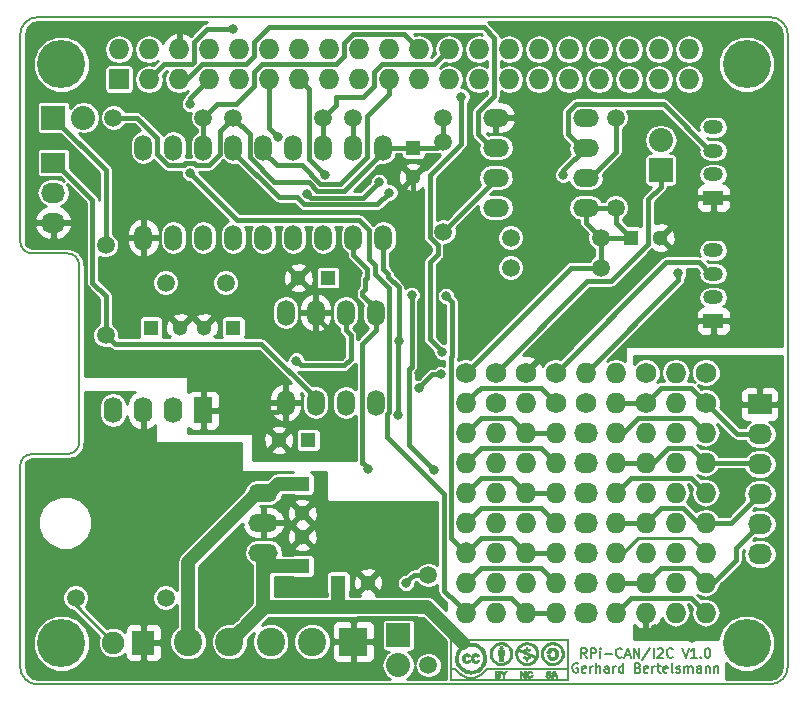
<source format=gtl>
G04 #@! TF.FileFunction,Copper,L1,Top,Signal*
%FSLAX46Y46*%
G04 Gerber Fmt 4.6, Leading zero omitted, Abs format (unit mm)*
G04 Created by KiCad (PCBNEW 4.0.2+dfsg1-stable) date So 07 Mai 2017 18:55:30 CEST*
%MOMM*%
G01*
G04 APERTURE LIST*
%ADD10C,0.100000*%
%ADD11C,0.150000*%
%ADD12C,0.002540*%
%ADD13C,4.064000*%
%ADD14R,1.727200X1.727200*%
%ADD15O,1.727200X1.727200*%
%ADD16O,1.501140X2.199640*%
%ADD17R,1.300000X1.300000*%
%ADD18C,1.300000*%
%ADD19C,1.500000*%
%ADD20R,1.900000X2.000000*%
%ADD21C,1.900000*%
%ADD22R,2.032000X2.032000*%
%ADD23O,2.032000X2.032000*%
%ADD24O,2.499360X1.501140*%
%ADD25O,2.199640X1.501140*%
%ADD26C,1.727200*%
%ADD27O,2.032000X1.727200*%
%ADD28R,2.032000X1.727200*%
%ADD29R,1.600200X2.197100*%
%ADD30O,1.600200X2.197100*%
%ADD31R,1.699260X1.198880*%
%ADD32O,1.699260X1.198880*%
%ADD33C,2.400000*%
%ADD34R,2.400000X2.400000*%
%ADD35C,0.800000*%
%ADD36C,1.200000*%
%ADD37C,0.381000*%
%ADD38C,1.160000*%
%ADD39C,0.250000*%
%ADD40C,0.254000*%
G04 APERTURE END LIST*
D10*
D11*
X175959525Y-125726905D02*
X175692858Y-125345952D01*
X175502382Y-125726905D02*
X175502382Y-124926905D01*
X175807144Y-124926905D01*
X175883335Y-124965000D01*
X175921430Y-125003095D01*
X175959525Y-125079286D01*
X175959525Y-125193571D01*
X175921430Y-125269762D01*
X175883335Y-125307857D01*
X175807144Y-125345952D01*
X175502382Y-125345952D01*
X176302382Y-125726905D02*
X176302382Y-124926905D01*
X176607144Y-124926905D01*
X176683335Y-124965000D01*
X176721430Y-125003095D01*
X176759525Y-125079286D01*
X176759525Y-125193571D01*
X176721430Y-125269762D01*
X176683335Y-125307857D01*
X176607144Y-125345952D01*
X176302382Y-125345952D01*
X177102382Y-125726905D02*
X177102382Y-125193571D01*
X177102382Y-124926905D02*
X177064287Y-124965000D01*
X177102382Y-125003095D01*
X177140477Y-124965000D01*
X177102382Y-124926905D01*
X177102382Y-125003095D01*
X177483334Y-125422143D02*
X178092858Y-125422143D01*
X178930953Y-125650714D02*
X178892858Y-125688810D01*
X178778572Y-125726905D01*
X178702382Y-125726905D01*
X178588096Y-125688810D01*
X178511905Y-125612619D01*
X178473810Y-125536429D01*
X178435715Y-125384048D01*
X178435715Y-125269762D01*
X178473810Y-125117381D01*
X178511905Y-125041190D01*
X178588096Y-124965000D01*
X178702382Y-124926905D01*
X178778572Y-124926905D01*
X178892858Y-124965000D01*
X178930953Y-125003095D01*
X179235715Y-125498333D02*
X179616667Y-125498333D01*
X179159524Y-125726905D02*
X179426191Y-124926905D01*
X179692858Y-125726905D01*
X179959524Y-125726905D02*
X179959524Y-124926905D01*
X180416667Y-125726905D01*
X180416667Y-124926905D01*
X181369048Y-124888810D02*
X180683333Y-125917381D01*
X181635714Y-125726905D02*
X181635714Y-124926905D01*
X181978571Y-125003095D02*
X182016666Y-124965000D01*
X182092857Y-124926905D01*
X182283333Y-124926905D01*
X182359523Y-124965000D01*
X182397619Y-125003095D01*
X182435714Y-125079286D01*
X182435714Y-125155476D01*
X182397619Y-125269762D01*
X181940476Y-125726905D01*
X182435714Y-125726905D01*
X183235714Y-125650714D02*
X183197619Y-125688810D01*
X183083333Y-125726905D01*
X183007143Y-125726905D01*
X182892857Y-125688810D01*
X182816666Y-125612619D01*
X182778571Y-125536429D01*
X182740476Y-125384048D01*
X182740476Y-125269762D01*
X182778571Y-125117381D01*
X182816666Y-125041190D01*
X182892857Y-124965000D01*
X183007143Y-124926905D01*
X183083333Y-124926905D01*
X183197619Y-124965000D01*
X183235714Y-125003095D01*
X184073809Y-124926905D02*
X184340476Y-125726905D01*
X184607143Y-124926905D01*
X185292857Y-125726905D02*
X184835714Y-125726905D01*
X185064285Y-125726905D02*
X185064285Y-124926905D01*
X184988095Y-125041190D01*
X184911904Y-125117381D01*
X184835714Y-125155476D01*
X185635714Y-125650714D02*
X185673809Y-125688810D01*
X185635714Y-125726905D01*
X185597619Y-125688810D01*
X185635714Y-125650714D01*
X185635714Y-125726905D01*
X186169047Y-124926905D02*
X186245238Y-124926905D01*
X186321428Y-124965000D01*
X186359523Y-125003095D01*
X186397619Y-125079286D01*
X186435714Y-125231667D01*
X186435714Y-125422143D01*
X186397619Y-125574524D01*
X186359523Y-125650714D01*
X186321428Y-125688810D01*
X186245238Y-125726905D01*
X186169047Y-125726905D01*
X186092857Y-125688810D01*
X186054761Y-125650714D01*
X186016666Y-125574524D01*
X185978571Y-125422143D01*
X185978571Y-125231667D01*
X186016666Y-125079286D01*
X186054761Y-125003095D01*
X186092857Y-124965000D01*
X186169047Y-124926905D01*
X175216666Y-126235000D02*
X175140475Y-126196905D01*
X175026190Y-126196905D01*
X174911904Y-126235000D01*
X174835713Y-126311190D01*
X174797618Y-126387381D01*
X174759523Y-126539762D01*
X174759523Y-126654048D01*
X174797618Y-126806429D01*
X174835713Y-126882619D01*
X174911904Y-126958810D01*
X175026190Y-126996905D01*
X175102380Y-126996905D01*
X175216666Y-126958810D01*
X175254761Y-126920714D01*
X175254761Y-126654048D01*
X175102380Y-126654048D01*
X175902380Y-126958810D02*
X175826190Y-126996905D01*
X175673809Y-126996905D01*
X175597618Y-126958810D01*
X175559523Y-126882619D01*
X175559523Y-126577857D01*
X175597618Y-126501667D01*
X175673809Y-126463571D01*
X175826190Y-126463571D01*
X175902380Y-126501667D01*
X175940475Y-126577857D01*
X175940475Y-126654048D01*
X175559523Y-126730238D01*
X176283332Y-126996905D02*
X176283332Y-126463571D01*
X176283332Y-126615952D02*
X176321427Y-126539762D01*
X176359523Y-126501667D01*
X176435713Y-126463571D01*
X176511904Y-126463571D01*
X176778570Y-126996905D02*
X176778570Y-126196905D01*
X177121427Y-126996905D02*
X177121427Y-126577857D01*
X177083332Y-126501667D01*
X177007142Y-126463571D01*
X176892856Y-126463571D01*
X176816665Y-126501667D01*
X176778570Y-126539762D01*
X177845237Y-126996905D02*
X177845237Y-126577857D01*
X177807142Y-126501667D01*
X177730952Y-126463571D01*
X177578571Y-126463571D01*
X177502380Y-126501667D01*
X177845237Y-126958810D02*
X177769047Y-126996905D01*
X177578571Y-126996905D01*
X177502380Y-126958810D01*
X177464285Y-126882619D01*
X177464285Y-126806429D01*
X177502380Y-126730238D01*
X177578571Y-126692143D01*
X177769047Y-126692143D01*
X177845237Y-126654048D01*
X178226190Y-126996905D02*
X178226190Y-126463571D01*
X178226190Y-126615952D02*
X178264285Y-126539762D01*
X178302381Y-126501667D01*
X178378571Y-126463571D01*
X178454762Y-126463571D01*
X179064285Y-126996905D02*
X179064285Y-126196905D01*
X179064285Y-126958810D02*
X178988095Y-126996905D01*
X178835714Y-126996905D01*
X178759523Y-126958810D01*
X178721428Y-126920714D01*
X178683333Y-126844524D01*
X178683333Y-126615952D01*
X178721428Y-126539762D01*
X178759523Y-126501667D01*
X178835714Y-126463571D01*
X178988095Y-126463571D01*
X179064285Y-126501667D01*
X180321429Y-126577857D02*
X180435715Y-126615952D01*
X180473810Y-126654048D01*
X180511905Y-126730238D01*
X180511905Y-126844524D01*
X180473810Y-126920714D01*
X180435715Y-126958810D01*
X180359524Y-126996905D01*
X180054762Y-126996905D01*
X180054762Y-126196905D01*
X180321429Y-126196905D01*
X180397619Y-126235000D01*
X180435715Y-126273095D01*
X180473810Y-126349286D01*
X180473810Y-126425476D01*
X180435715Y-126501667D01*
X180397619Y-126539762D01*
X180321429Y-126577857D01*
X180054762Y-126577857D01*
X181159524Y-126958810D02*
X181083334Y-126996905D01*
X180930953Y-126996905D01*
X180854762Y-126958810D01*
X180816667Y-126882619D01*
X180816667Y-126577857D01*
X180854762Y-126501667D01*
X180930953Y-126463571D01*
X181083334Y-126463571D01*
X181159524Y-126501667D01*
X181197619Y-126577857D01*
X181197619Y-126654048D01*
X180816667Y-126730238D01*
X181540476Y-126996905D02*
X181540476Y-126463571D01*
X181540476Y-126615952D02*
X181578571Y-126539762D01*
X181616667Y-126501667D01*
X181692857Y-126463571D01*
X181769048Y-126463571D01*
X181921428Y-126463571D02*
X182226190Y-126463571D01*
X182035714Y-126196905D02*
X182035714Y-126882619D01*
X182073809Y-126958810D01*
X182150000Y-126996905D01*
X182226190Y-126996905D01*
X182797619Y-126958810D02*
X182721429Y-126996905D01*
X182569048Y-126996905D01*
X182492857Y-126958810D01*
X182454762Y-126882619D01*
X182454762Y-126577857D01*
X182492857Y-126501667D01*
X182569048Y-126463571D01*
X182721429Y-126463571D01*
X182797619Y-126501667D01*
X182835714Y-126577857D01*
X182835714Y-126654048D01*
X182454762Y-126730238D01*
X183292857Y-126996905D02*
X183216666Y-126958810D01*
X183178571Y-126882619D01*
X183178571Y-126196905D01*
X183559524Y-126958810D02*
X183635714Y-126996905D01*
X183788095Y-126996905D01*
X183864286Y-126958810D01*
X183902381Y-126882619D01*
X183902381Y-126844524D01*
X183864286Y-126768333D01*
X183788095Y-126730238D01*
X183673810Y-126730238D01*
X183597619Y-126692143D01*
X183559524Y-126615952D01*
X183559524Y-126577857D01*
X183597619Y-126501667D01*
X183673810Y-126463571D01*
X183788095Y-126463571D01*
X183864286Y-126501667D01*
X184245238Y-126996905D02*
X184245238Y-126463571D01*
X184245238Y-126539762D02*
X184283333Y-126501667D01*
X184359524Y-126463571D01*
X184473810Y-126463571D01*
X184550000Y-126501667D01*
X184588095Y-126577857D01*
X184588095Y-126996905D01*
X184588095Y-126577857D02*
X184626191Y-126501667D01*
X184702381Y-126463571D01*
X184816667Y-126463571D01*
X184892857Y-126501667D01*
X184930952Y-126577857D01*
X184930952Y-126996905D01*
X185654762Y-126996905D02*
X185654762Y-126577857D01*
X185616667Y-126501667D01*
X185540477Y-126463571D01*
X185388096Y-126463571D01*
X185311905Y-126501667D01*
X185654762Y-126958810D02*
X185578572Y-126996905D01*
X185388096Y-126996905D01*
X185311905Y-126958810D01*
X185273810Y-126882619D01*
X185273810Y-126806429D01*
X185311905Y-126730238D01*
X185388096Y-126692143D01*
X185578572Y-126692143D01*
X185654762Y-126654048D01*
X186035715Y-126463571D02*
X186035715Y-126996905D01*
X186035715Y-126539762D02*
X186073810Y-126501667D01*
X186150001Y-126463571D01*
X186264287Y-126463571D01*
X186340477Y-126501667D01*
X186378572Y-126577857D01*
X186378572Y-126996905D01*
X186759525Y-126463571D02*
X186759525Y-126996905D01*
X186759525Y-126539762D02*
X186797620Y-126501667D01*
X186873811Y-126463571D01*
X186988097Y-126463571D01*
X187064287Y-126501667D01*
X187102382Y-126577857D01*
X187102382Y-126996905D01*
X129500000Y-71500000D02*
X191500000Y-71500000D01*
X128000000Y-90500000D02*
X128000000Y-73000000D01*
X128000000Y-90500000D02*
G75*
G03X129000000Y-91500000I1000000J0D01*
G01*
X129000000Y-91500000D02*
X132000000Y-91500000D01*
X133000000Y-92500000D02*
G75*
G03X132000000Y-91500000I-1000000J0D01*
G01*
X133000000Y-107500000D02*
X133000000Y-92500000D01*
X128000000Y-126500000D02*
X128000000Y-109500000D01*
X129000000Y-108500000D02*
X132000000Y-108500000D01*
X132000000Y-108500000D02*
G75*
G03X133000000Y-107500000I0J1000000D01*
G01*
X129000000Y-108500000D02*
G75*
G03X128000000Y-109500000I0J-1000000D01*
G01*
X191500000Y-128000000D02*
X129500000Y-128000000D01*
X193000000Y-73000000D02*
X193000000Y-126500000D01*
X129500000Y-71500000D02*
G75*
G03X128000000Y-73000000I0J-1500000D01*
G01*
X128000000Y-126500000D02*
G75*
G03X129500000Y-128000000I1500000J0D01*
G01*
X191500000Y-128000000D02*
G75*
G03X193000000Y-126500000I0J1500000D01*
G01*
X193000000Y-73000000D02*
G75*
G03X191500000Y-71500000I-1500000J0D01*
G01*
D12*
G36*
X174398720Y-127650060D02*
X174309820Y-127650060D01*
X174309820Y-126598500D01*
X174309820Y-125450420D01*
X174309820Y-124299800D01*
X174279340Y-124269320D01*
X174251400Y-124241380D01*
X169400000Y-124241380D01*
X164548600Y-124241380D01*
X164520660Y-124269320D01*
X164490180Y-124299800D01*
X164490180Y-125450420D01*
X164490180Y-126598500D01*
X164667980Y-126598500D01*
X164845780Y-126598500D01*
X164911820Y-126700100D01*
X165008340Y-126832180D01*
X165120100Y-126951560D01*
X165244560Y-127058240D01*
X165381720Y-127152220D01*
X165526500Y-127230960D01*
X165681440Y-127291920D01*
X165844000Y-127337640D01*
X165973540Y-127357960D01*
X166039580Y-127363040D01*
X166120860Y-127365580D01*
X166207220Y-127363040D01*
X166293580Y-127355420D01*
X166372320Y-127347800D01*
X166418040Y-127340180D01*
X166588220Y-127294460D01*
X166745700Y-127236040D01*
X166895560Y-127157300D01*
X167032720Y-127063320D01*
X167162260Y-126949020D01*
X167215600Y-126895680D01*
X167258780Y-126847420D01*
X167304500Y-126791540D01*
X167345140Y-126738200D01*
X167370540Y-126700100D01*
X167436580Y-126601040D01*
X170870660Y-126598500D01*
X174309820Y-126598500D01*
X174309820Y-127650060D01*
X174299660Y-127650060D01*
X174299660Y-127568780D01*
X174299660Y-127129360D01*
X174299660Y-126689940D01*
X170898600Y-126689940D01*
X167502620Y-126689940D01*
X167439120Y-126781380D01*
X167362920Y-126888060D01*
X167289260Y-126982040D01*
X167210520Y-127060780D01*
X167129240Y-127126820D01*
X167037800Y-127190320D01*
X166969220Y-127230960D01*
X166860000Y-127286840D01*
X166763480Y-127332560D01*
X166672040Y-127368120D01*
X166578060Y-127398600D01*
X166481540Y-127424000D01*
X166476460Y-127424000D01*
X166331680Y-127449400D01*
X166199600Y-127462100D01*
X166070060Y-127462100D01*
X165937980Y-127449400D01*
X165803360Y-127424000D01*
X165650960Y-127378280D01*
X165498560Y-127312240D01*
X165341080Y-127228420D01*
X165183600Y-127124280D01*
X165130260Y-127086180D01*
X165089620Y-127053160D01*
X165043900Y-127007440D01*
X164993100Y-126956640D01*
X164939760Y-126900760D01*
X164891500Y-126844880D01*
X164848320Y-126794080D01*
X164815300Y-126748360D01*
X164800060Y-126720420D01*
X164782280Y-126689940D01*
X164632420Y-126689940D01*
X164480020Y-126689940D01*
X164480020Y-127129360D01*
X164480020Y-127568780D01*
X169392380Y-127568780D01*
X174299660Y-127568780D01*
X174299660Y-127650060D01*
X169405080Y-127650060D01*
X164413980Y-127650060D01*
X164406360Y-127505280D01*
X164406360Y-127477340D01*
X164403820Y-127431620D01*
X164403820Y-127368120D01*
X164403820Y-127289380D01*
X164403820Y-127197940D01*
X164401280Y-127096340D01*
X164401280Y-126979500D01*
X164401280Y-126855040D01*
X164401280Y-126722960D01*
X164401280Y-126580720D01*
X164401280Y-126433400D01*
X164401280Y-126281000D01*
X164401280Y-126126060D01*
X164401280Y-125968580D01*
X164403820Y-125813640D01*
X164403820Y-125653620D01*
X164403820Y-125496140D01*
X164403820Y-125343740D01*
X164403820Y-125191340D01*
X164406360Y-125046560D01*
X164406360Y-124909400D01*
X164406360Y-124779860D01*
X164406360Y-124657940D01*
X164408900Y-124546180D01*
X164408900Y-124447120D01*
X164408900Y-124360760D01*
X164411440Y-124287100D01*
X164411440Y-124231220D01*
X164411440Y-124190580D01*
X164413980Y-124167720D01*
X164413980Y-124165180D01*
X164424140Y-124162640D01*
X164454620Y-124162640D01*
X164502880Y-124162640D01*
X164568920Y-124162640D01*
X164650200Y-124162640D01*
X164751800Y-124162640D01*
X164866100Y-124160100D01*
X164995640Y-124160100D01*
X165140420Y-124160100D01*
X165297900Y-124160100D01*
X165468080Y-124160100D01*
X165648420Y-124160100D01*
X165841460Y-124157560D01*
X166044660Y-124157560D01*
X166258020Y-124157560D01*
X166481540Y-124157560D01*
X166712680Y-124157560D01*
X166948900Y-124157560D01*
X167195280Y-124157560D01*
X167446740Y-124157560D01*
X167703280Y-124155020D01*
X167962360Y-124155020D01*
X168229060Y-124155020D01*
X168495760Y-124155020D01*
X168767540Y-124155020D01*
X169039320Y-124155020D01*
X169311100Y-124155020D01*
X169582880Y-124155020D01*
X169854660Y-124155020D01*
X170126440Y-124155020D01*
X170395680Y-124155020D01*
X170662380Y-124155020D01*
X170924000Y-124155020D01*
X171183080Y-124155020D01*
X171437080Y-124155020D01*
X171686000Y-124155020D01*
X171927300Y-124155020D01*
X172163520Y-124155020D01*
X172389580Y-124155020D01*
X172608020Y-124155020D01*
X172816300Y-124155020D01*
X173014420Y-124155020D01*
X173204920Y-124155020D01*
X173380180Y-124155020D01*
X173545280Y-124155020D01*
X173695140Y-124155020D01*
X173832300Y-124155020D01*
X173956760Y-124155020D01*
X174063440Y-124155020D01*
X174154880Y-124157560D01*
X174231080Y-124157560D01*
X174289500Y-124157560D01*
X174327600Y-124157560D01*
X174350460Y-124157560D01*
X174353000Y-124157560D01*
X174398720Y-124162640D01*
X174398720Y-125905080D01*
X174398720Y-127650060D01*
X174398720Y-127650060D01*
X174398720Y-127650060D01*
G37*
X174398720Y-127650060D02*
X174309820Y-127650060D01*
X174309820Y-126598500D01*
X174309820Y-125450420D01*
X174309820Y-124299800D01*
X174279340Y-124269320D01*
X174251400Y-124241380D01*
X169400000Y-124241380D01*
X164548600Y-124241380D01*
X164520660Y-124269320D01*
X164490180Y-124299800D01*
X164490180Y-125450420D01*
X164490180Y-126598500D01*
X164667980Y-126598500D01*
X164845780Y-126598500D01*
X164911820Y-126700100D01*
X165008340Y-126832180D01*
X165120100Y-126951560D01*
X165244560Y-127058240D01*
X165381720Y-127152220D01*
X165526500Y-127230960D01*
X165681440Y-127291920D01*
X165844000Y-127337640D01*
X165973540Y-127357960D01*
X166039580Y-127363040D01*
X166120860Y-127365580D01*
X166207220Y-127363040D01*
X166293580Y-127355420D01*
X166372320Y-127347800D01*
X166418040Y-127340180D01*
X166588220Y-127294460D01*
X166745700Y-127236040D01*
X166895560Y-127157300D01*
X167032720Y-127063320D01*
X167162260Y-126949020D01*
X167215600Y-126895680D01*
X167258780Y-126847420D01*
X167304500Y-126791540D01*
X167345140Y-126738200D01*
X167370540Y-126700100D01*
X167436580Y-126601040D01*
X170870660Y-126598500D01*
X174309820Y-126598500D01*
X174309820Y-127650060D01*
X174299660Y-127650060D01*
X174299660Y-127568780D01*
X174299660Y-127129360D01*
X174299660Y-126689940D01*
X170898600Y-126689940D01*
X167502620Y-126689940D01*
X167439120Y-126781380D01*
X167362920Y-126888060D01*
X167289260Y-126982040D01*
X167210520Y-127060780D01*
X167129240Y-127126820D01*
X167037800Y-127190320D01*
X166969220Y-127230960D01*
X166860000Y-127286840D01*
X166763480Y-127332560D01*
X166672040Y-127368120D01*
X166578060Y-127398600D01*
X166481540Y-127424000D01*
X166476460Y-127424000D01*
X166331680Y-127449400D01*
X166199600Y-127462100D01*
X166070060Y-127462100D01*
X165937980Y-127449400D01*
X165803360Y-127424000D01*
X165650960Y-127378280D01*
X165498560Y-127312240D01*
X165341080Y-127228420D01*
X165183600Y-127124280D01*
X165130260Y-127086180D01*
X165089620Y-127053160D01*
X165043900Y-127007440D01*
X164993100Y-126956640D01*
X164939760Y-126900760D01*
X164891500Y-126844880D01*
X164848320Y-126794080D01*
X164815300Y-126748360D01*
X164800060Y-126720420D01*
X164782280Y-126689940D01*
X164632420Y-126689940D01*
X164480020Y-126689940D01*
X164480020Y-127129360D01*
X164480020Y-127568780D01*
X169392380Y-127568780D01*
X174299660Y-127568780D01*
X174299660Y-127650060D01*
X169405080Y-127650060D01*
X164413980Y-127650060D01*
X164406360Y-127505280D01*
X164406360Y-127477340D01*
X164403820Y-127431620D01*
X164403820Y-127368120D01*
X164403820Y-127289380D01*
X164403820Y-127197940D01*
X164401280Y-127096340D01*
X164401280Y-126979500D01*
X164401280Y-126855040D01*
X164401280Y-126722960D01*
X164401280Y-126580720D01*
X164401280Y-126433400D01*
X164401280Y-126281000D01*
X164401280Y-126126060D01*
X164401280Y-125968580D01*
X164403820Y-125813640D01*
X164403820Y-125653620D01*
X164403820Y-125496140D01*
X164403820Y-125343740D01*
X164403820Y-125191340D01*
X164406360Y-125046560D01*
X164406360Y-124909400D01*
X164406360Y-124779860D01*
X164406360Y-124657940D01*
X164408900Y-124546180D01*
X164408900Y-124447120D01*
X164408900Y-124360760D01*
X164411440Y-124287100D01*
X164411440Y-124231220D01*
X164411440Y-124190580D01*
X164413980Y-124167720D01*
X164413980Y-124165180D01*
X164424140Y-124162640D01*
X164454620Y-124162640D01*
X164502880Y-124162640D01*
X164568920Y-124162640D01*
X164650200Y-124162640D01*
X164751800Y-124162640D01*
X164866100Y-124160100D01*
X164995640Y-124160100D01*
X165140420Y-124160100D01*
X165297900Y-124160100D01*
X165468080Y-124160100D01*
X165648420Y-124160100D01*
X165841460Y-124157560D01*
X166044660Y-124157560D01*
X166258020Y-124157560D01*
X166481540Y-124157560D01*
X166712680Y-124157560D01*
X166948900Y-124157560D01*
X167195280Y-124157560D01*
X167446740Y-124157560D01*
X167703280Y-124155020D01*
X167962360Y-124155020D01*
X168229060Y-124155020D01*
X168495760Y-124155020D01*
X168767540Y-124155020D01*
X169039320Y-124155020D01*
X169311100Y-124155020D01*
X169582880Y-124155020D01*
X169854660Y-124155020D01*
X170126440Y-124155020D01*
X170395680Y-124155020D01*
X170662380Y-124155020D01*
X170924000Y-124155020D01*
X171183080Y-124155020D01*
X171437080Y-124155020D01*
X171686000Y-124155020D01*
X171927300Y-124155020D01*
X172163520Y-124155020D01*
X172389580Y-124155020D01*
X172608020Y-124155020D01*
X172816300Y-124155020D01*
X173014420Y-124155020D01*
X173204920Y-124155020D01*
X173380180Y-124155020D01*
X173545280Y-124155020D01*
X173695140Y-124155020D01*
X173832300Y-124155020D01*
X173956760Y-124155020D01*
X174063440Y-124155020D01*
X174154880Y-124157560D01*
X174231080Y-124157560D01*
X174289500Y-124157560D01*
X174327600Y-124157560D01*
X174350460Y-124157560D01*
X174353000Y-124157560D01*
X174398720Y-124162640D01*
X174398720Y-125905080D01*
X174398720Y-127650060D01*
X174398720Y-127650060D01*
G36*
X171388820Y-127218260D02*
X171383740Y-127246200D01*
X171358340Y-127317320D01*
X171320240Y-127370660D01*
X171269440Y-127411300D01*
X171208480Y-127434160D01*
X171137360Y-127441780D01*
X171094180Y-127436700D01*
X171040840Y-127426540D01*
X171000200Y-127406220D01*
X170959560Y-127373200D01*
X170941780Y-127355420D01*
X170903680Y-127299540D01*
X170878280Y-127233500D01*
X170870660Y-127164920D01*
X170875740Y-127093800D01*
X170893520Y-127025220D01*
X170929080Y-126964260D01*
X170949400Y-126938860D01*
X171002740Y-126898220D01*
X171063700Y-126872820D01*
X171127200Y-126862660D01*
X171190700Y-126867740D01*
X171249120Y-126885520D01*
X171302460Y-126918540D01*
X171345640Y-126964260D01*
X171358340Y-126989660D01*
X171371040Y-127017600D01*
X171378660Y-127043000D01*
X171378660Y-127048080D01*
X171376120Y-127060780D01*
X171365960Y-127065860D01*
X171343100Y-127068400D01*
X171325320Y-127068400D01*
X171292300Y-127068400D01*
X171274520Y-127063320D01*
X171261820Y-127053160D01*
X171254200Y-127037920D01*
X171223720Y-126999820D01*
X171185620Y-126979500D01*
X171142440Y-126969340D01*
X171099260Y-126976960D01*
X171058620Y-126997280D01*
X171025600Y-127032840D01*
X171015440Y-127053160D01*
X171002740Y-127093800D01*
X170997660Y-127147140D01*
X171000200Y-127200480D01*
X171010360Y-127246200D01*
X171015440Y-127256360D01*
X171045920Y-127299540D01*
X171086560Y-127324940D01*
X171132280Y-127337640D01*
X171178000Y-127332560D01*
X171198320Y-127322400D01*
X171226260Y-127302080D01*
X171246580Y-127271600D01*
X171259280Y-127241120D01*
X171259280Y-127233500D01*
X171261820Y-127225880D01*
X171277060Y-127220800D01*
X171305000Y-127218260D01*
X171322780Y-127218260D01*
X171388820Y-127218260D01*
X171388820Y-127218260D01*
X171388820Y-127218260D01*
G37*
X171388820Y-127218260D02*
X171383740Y-127246200D01*
X171358340Y-127317320D01*
X171320240Y-127370660D01*
X171269440Y-127411300D01*
X171208480Y-127434160D01*
X171137360Y-127441780D01*
X171094180Y-127436700D01*
X171040840Y-127426540D01*
X171000200Y-127406220D01*
X170959560Y-127373200D01*
X170941780Y-127355420D01*
X170903680Y-127299540D01*
X170878280Y-127233500D01*
X170870660Y-127164920D01*
X170875740Y-127093800D01*
X170893520Y-127025220D01*
X170929080Y-126964260D01*
X170949400Y-126938860D01*
X171002740Y-126898220D01*
X171063700Y-126872820D01*
X171127200Y-126862660D01*
X171190700Y-126867740D01*
X171249120Y-126885520D01*
X171302460Y-126918540D01*
X171345640Y-126964260D01*
X171358340Y-126989660D01*
X171371040Y-127017600D01*
X171378660Y-127043000D01*
X171378660Y-127048080D01*
X171376120Y-127060780D01*
X171365960Y-127065860D01*
X171343100Y-127068400D01*
X171325320Y-127068400D01*
X171292300Y-127068400D01*
X171274520Y-127063320D01*
X171261820Y-127053160D01*
X171254200Y-127037920D01*
X171223720Y-126999820D01*
X171185620Y-126979500D01*
X171142440Y-126969340D01*
X171099260Y-126976960D01*
X171058620Y-126997280D01*
X171025600Y-127032840D01*
X171015440Y-127053160D01*
X171002740Y-127093800D01*
X170997660Y-127147140D01*
X171000200Y-127200480D01*
X171010360Y-127246200D01*
X171015440Y-127256360D01*
X171045920Y-127299540D01*
X171086560Y-127324940D01*
X171132280Y-127337640D01*
X171178000Y-127332560D01*
X171198320Y-127322400D01*
X171226260Y-127302080D01*
X171246580Y-127271600D01*
X171259280Y-127241120D01*
X171259280Y-127233500D01*
X171261820Y-127225880D01*
X171277060Y-127220800D01*
X171305000Y-127218260D01*
X171322780Y-127218260D01*
X171388820Y-127218260D01*
X171388820Y-127218260D01*
G36*
X172938220Y-127289380D02*
X172928060Y-127327480D01*
X172905200Y-127363040D01*
X172897580Y-127373200D01*
X172859480Y-127406220D01*
X172806140Y-127429080D01*
X172745180Y-127441780D01*
X172681680Y-127441780D01*
X172674060Y-127441780D01*
X172602940Y-127426540D01*
X172547060Y-127396060D01*
X172506420Y-127355420D01*
X172481020Y-127302080D01*
X172478480Y-127297000D01*
X172473400Y-127266520D01*
X172478480Y-127248740D01*
X172496260Y-127241120D01*
X172529280Y-127241120D01*
X172539440Y-127241120D01*
X172569920Y-127243660D01*
X172587700Y-127248740D01*
X172597860Y-127261440D01*
X172602940Y-127279220D01*
X172623260Y-127312240D01*
X172656280Y-127337640D01*
X172699460Y-127347800D01*
X172747720Y-127342720D01*
X172775660Y-127335100D01*
X172806140Y-127317320D01*
X172818840Y-127294460D01*
X172816300Y-127266520D01*
X172808680Y-127251280D01*
X172793440Y-127238580D01*
X172768040Y-127225880D01*
X172729940Y-127210640D01*
X172676600Y-127192860D01*
X172648660Y-127185240D01*
X172600400Y-127170000D01*
X172567380Y-127154760D01*
X172544520Y-127139520D01*
X172531820Y-127124280D01*
X172501340Y-127078560D01*
X172491180Y-127035380D01*
X172496260Y-126989660D01*
X172516580Y-126949020D01*
X172549600Y-126913460D01*
X172592780Y-126885520D01*
X172643580Y-126867740D01*
X172702000Y-126862660D01*
X172757880Y-126867740D01*
X172821380Y-126888060D01*
X172869640Y-126916000D01*
X172900120Y-126956640D01*
X172915360Y-127007440D01*
X172915360Y-127007440D01*
X172920440Y-127048080D01*
X172864560Y-127048080D01*
X172831540Y-127048080D01*
X172813760Y-127043000D01*
X172803600Y-127035380D01*
X172795980Y-127017600D01*
X172778200Y-126987120D01*
X172745180Y-126969340D01*
X172707080Y-126959180D01*
X172668980Y-126964260D01*
X172635960Y-126979500D01*
X172633420Y-126984580D01*
X172615640Y-127004900D01*
X172610560Y-127022680D01*
X172620720Y-127040460D01*
X172625800Y-127048080D01*
X172648660Y-127060780D01*
X172689300Y-127078560D01*
X172747720Y-127096340D01*
X172752800Y-127096340D01*
X172818840Y-127119200D01*
X172869640Y-127139520D01*
X172902660Y-127164920D01*
X172925520Y-127195400D01*
X172935680Y-127233500D01*
X172935680Y-127241120D01*
X172938220Y-127289380D01*
X172938220Y-127289380D01*
X172938220Y-127289380D01*
G37*
X172938220Y-127289380D02*
X172928060Y-127327480D01*
X172905200Y-127363040D01*
X172897580Y-127373200D01*
X172859480Y-127406220D01*
X172806140Y-127429080D01*
X172745180Y-127441780D01*
X172681680Y-127441780D01*
X172674060Y-127441780D01*
X172602940Y-127426540D01*
X172547060Y-127396060D01*
X172506420Y-127355420D01*
X172481020Y-127302080D01*
X172478480Y-127297000D01*
X172473400Y-127266520D01*
X172478480Y-127248740D01*
X172496260Y-127241120D01*
X172529280Y-127241120D01*
X172539440Y-127241120D01*
X172569920Y-127243660D01*
X172587700Y-127248740D01*
X172597860Y-127261440D01*
X172602940Y-127279220D01*
X172623260Y-127312240D01*
X172656280Y-127337640D01*
X172699460Y-127347800D01*
X172747720Y-127342720D01*
X172775660Y-127335100D01*
X172806140Y-127317320D01*
X172818840Y-127294460D01*
X172816300Y-127266520D01*
X172808680Y-127251280D01*
X172793440Y-127238580D01*
X172768040Y-127225880D01*
X172729940Y-127210640D01*
X172676600Y-127192860D01*
X172648660Y-127185240D01*
X172600400Y-127170000D01*
X172567380Y-127154760D01*
X172544520Y-127139520D01*
X172531820Y-127124280D01*
X172501340Y-127078560D01*
X172491180Y-127035380D01*
X172496260Y-126989660D01*
X172516580Y-126949020D01*
X172549600Y-126913460D01*
X172592780Y-126885520D01*
X172643580Y-126867740D01*
X172702000Y-126862660D01*
X172757880Y-126867740D01*
X172821380Y-126888060D01*
X172869640Y-126916000D01*
X172900120Y-126956640D01*
X172915360Y-127007440D01*
X172915360Y-127007440D01*
X172920440Y-127048080D01*
X172864560Y-127048080D01*
X172831540Y-127048080D01*
X172813760Y-127043000D01*
X172803600Y-127035380D01*
X172795980Y-127017600D01*
X172778200Y-126987120D01*
X172745180Y-126969340D01*
X172707080Y-126959180D01*
X172668980Y-126964260D01*
X172635960Y-126979500D01*
X172633420Y-126984580D01*
X172615640Y-127004900D01*
X172610560Y-127022680D01*
X172620720Y-127040460D01*
X172625800Y-127048080D01*
X172648660Y-127060780D01*
X172689300Y-127078560D01*
X172747720Y-127096340D01*
X172752800Y-127096340D01*
X172818840Y-127119200D01*
X172869640Y-127139520D01*
X172902660Y-127164920D01*
X172925520Y-127195400D01*
X172935680Y-127233500D01*
X172935680Y-127241120D01*
X172938220Y-127289380D01*
X172938220Y-127289380D01*
G36*
X168638000Y-127289380D02*
X168622760Y-127340180D01*
X168589740Y-127383360D01*
X168546560Y-127408760D01*
X168528780Y-127416380D01*
X168511000Y-127421460D01*
X168511000Y-127258900D01*
X168508460Y-127228420D01*
X168495760Y-127208100D01*
X168490680Y-127205560D01*
X168490680Y-127030300D01*
X168480520Y-127002360D01*
X168475440Y-126994740D01*
X168460200Y-126984580D01*
X168432260Y-126979500D01*
X168391620Y-126979500D01*
X168381460Y-126979500D01*
X168302720Y-126979500D01*
X168300180Y-127009980D01*
X168297640Y-127043000D01*
X168300180Y-127070940D01*
X168302720Y-127086180D01*
X168307800Y-127093800D01*
X168323040Y-127098880D01*
X168350980Y-127098880D01*
X168373840Y-127098880D01*
X168424640Y-127096340D01*
X168460200Y-127088720D01*
X168467820Y-127083640D01*
X168485600Y-127060780D01*
X168490680Y-127030300D01*
X168490680Y-127205560D01*
X168470360Y-127195400D01*
X168432260Y-127190320D01*
X168384000Y-127187780D01*
X168300180Y-127187780D01*
X168300180Y-127258900D01*
X168300180Y-127330020D01*
X168389080Y-127330020D01*
X168434800Y-127327480D01*
X168465280Y-127324940D01*
X168485600Y-127317320D01*
X168493220Y-127312240D01*
X168508460Y-127286840D01*
X168511000Y-127258900D01*
X168511000Y-127421460D01*
X168505920Y-127421460D01*
X168477980Y-127426540D01*
X168439880Y-127426540D01*
X168386540Y-127429080D01*
X168338280Y-127429080D01*
X168170640Y-127429080D01*
X168170640Y-127154760D01*
X168170640Y-126877900D01*
X168335740Y-126877900D01*
X168409400Y-126880440D01*
X168462740Y-126880440D01*
X168505920Y-126885520D01*
X168536400Y-126893140D01*
X168559260Y-126903300D01*
X168577040Y-126918540D01*
X168584660Y-126926160D01*
X168599900Y-126954100D01*
X168607520Y-126992200D01*
X168610060Y-127032840D01*
X168607520Y-127053160D01*
X168594820Y-127078560D01*
X168574500Y-127103960D01*
X168571960Y-127106500D01*
X168556720Y-127124280D01*
X168554180Y-127134440D01*
X168561800Y-127136980D01*
X168587200Y-127154760D01*
X168615140Y-127182700D01*
X168632920Y-127218260D01*
X168635460Y-127233500D01*
X168638000Y-127289380D01*
X168638000Y-127289380D01*
X168638000Y-127289380D01*
G37*
X168638000Y-127289380D02*
X168622760Y-127340180D01*
X168589740Y-127383360D01*
X168546560Y-127408760D01*
X168528780Y-127416380D01*
X168511000Y-127421460D01*
X168511000Y-127258900D01*
X168508460Y-127228420D01*
X168495760Y-127208100D01*
X168490680Y-127205560D01*
X168490680Y-127030300D01*
X168480520Y-127002360D01*
X168475440Y-126994740D01*
X168460200Y-126984580D01*
X168432260Y-126979500D01*
X168391620Y-126979500D01*
X168381460Y-126979500D01*
X168302720Y-126979500D01*
X168300180Y-127009980D01*
X168297640Y-127043000D01*
X168300180Y-127070940D01*
X168302720Y-127086180D01*
X168307800Y-127093800D01*
X168323040Y-127098880D01*
X168350980Y-127098880D01*
X168373840Y-127098880D01*
X168424640Y-127096340D01*
X168460200Y-127088720D01*
X168467820Y-127083640D01*
X168485600Y-127060780D01*
X168490680Y-127030300D01*
X168490680Y-127205560D01*
X168470360Y-127195400D01*
X168432260Y-127190320D01*
X168384000Y-127187780D01*
X168300180Y-127187780D01*
X168300180Y-127258900D01*
X168300180Y-127330020D01*
X168389080Y-127330020D01*
X168434800Y-127327480D01*
X168465280Y-127324940D01*
X168485600Y-127317320D01*
X168493220Y-127312240D01*
X168508460Y-127286840D01*
X168511000Y-127258900D01*
X168511000Y-127421460D01*
X168505920Y-127421460D01*
X168477980Y-127426540D01*
X168439880Y-127426540D01*
X168386540Y-127429080D01*
X168338280Y-127429080D01*
X168170640Y-127429080D01*
X168170640Y-127154760D01*
X168170640Y-126877900D01*
X168335740Y-126877900D01*
X168409400Y-126880440D01*
X168462740Y-126880440D01*
X168505920Y-126885520D01*
X168536400Y-126893140D01*
X168559260Y-126903300D01*
X168577040Y-126918540D01*
X168584660Y-126926160D01*
X168599900Y-126954100D01*
X168607520Y-126992200D01*
X168610060Y-127032840D01*
X168607520Y-127053160D01*
X168594820Y-127078560D01*
X168574500Y-127103960D01*
X168571960Y-127106500D01*
X168556720Y-127124280D01*
X168554180Y-127134440D01*
X168561800Y-127136980D01*
X168587200Y-127154760D01*
X168615140Y-127182700D01*
X168632920Y-127218260D01*
X168635460Y-127233500D01*
X168638000Y-127289380D01*
X168638000Y-127289380D01*
G36*
X169189180Y-126877900D02*
X169085040Y-127053160D01*
X168980900Y-127228420D01*
X168980900Y-127327480D01*
X168980900Y-127429080D01*
X168922480Y-127429080D01*
X168861520Y-127429080D01*
X168861520Y-127322400D01*
X168861520Y-127215720D01*
X168765000Y-127055700D01*
X168734520Y-127004900D01*
X168706580Y-126959180D01*
X168686260Y-126921080D01*
X168671020Y-126898220D01*
X168663400Y-126885520D01*
X168671020Y-126882980D01*
X168693880Y-126880440D01*
X168726900Y-126877900D01*
X168729440Y-126877900D01*
X168800560Y-126877900D01*
X168861520Y-126984580D01*
X168889460Y-127032840D01*
X168909780Y-127063320D01*
X168925020Y-127078560D01*
X168932640Y-127078560D01*
X168940260Y-127063320D01*
X168955500Y-127037920D01*
X168978360Y-126999820D01*
X168993600Y-126974420D01*
X169046940Y-126882980D01*
X169118060Y-126880440D01*
X169189180Y-126877900D01*
X169189180Y-126877900D01*
X169189180Y-126877900D01*
G37*
X169189180Y-126877900D02*
X169085040Y-127053160D01*
X168980900Y-127228420D01*
X168980900Y-127327480D01*
X168980900Y-127429080D01*
X168922480Y-127429080D01*
X168861520Y-127429080D01*
X168861520Y-127322400D01*
X168861520Y-127215720D01*
X168765000Y-127055700D01*
X168734520Y-127004900D01*
X168706580Y-126959180D01*
X168686260Y-126921080D01*
X168671020Y-126898220D01*
X168663400Y-126885520D01*
X168671020Y-126882980D01*
X168693880Y-126880440D01*
X168726900Y-126877900D01*
X168729440Y-126877900D01*
X168800560Y-126877900D01*
X168861520Y-126984580D01*
X168889460Y-127032840D01*
X168909780Y-127063320D01*
X168925020Y-127078560D01*
X168932640Y-127078560D01*
X168940260Y-127063320D01*
X168955500Y-127037920D01*
X168978360Y-126999820D01*
X168993600Y-126974420D01*
X169046940Y-126882980D01*
X169118060Y-126880440D01*
X169189180Y-126877900D01*
X169189180Y-126877900D01*
G36*
X170789380Y-127429080D02*
X170725880Y-127429080D01*
X170664920Y-127429080D01*
X170553160Y-127251280D01*
X170443940Y-127076020D01*
X170441400Y-127253820D01*
X170438860Y-127429080D01*
X170377900Y-127429080D01*
X170319480Y-127429080D01*
X170319480Y-127154760D01*
X170319480Y-126877900D01*
X170382980Y-126877900D01*
X170446480Y-126877900D01*
X170553160Y-127053160D01*
X170586180Y-127106500D01*
X170616660Y-127152220D01*
X170639520Y-127187780D01*
X170657300Y-127213180D01*
X170664920Y-127223340D01*
X170667460Y-127223340D01*
X170667460Y-127213180D01*
X170670000Y-127185240D01*
X170670000Y-127144600D01*
X170670000Y-127093800D01*
X170670000Y-127050620D01*
X170667460Y-126877900D01*
X170728420Y-126877900D01*
X170789380Y-126877900D01*
X170789380Y-127154760D01*
X170789380Y-127429080D01*
X170789380Y-127429080D01*
X170789380Y-127429080D01*
G37*
X170789380Y-127429080D02*
X170725880Y-127429080D01*
X170664920Y-127429080D01*
X170553160Y-127251280D01*
X170443940Y-127076020D01*
X170441400Y-127253820D01*
X170438860Y-127429080D01*
X170377900Y-127429080D01*
X170319480Y-127429080D01*
X170319480Y-127154760D01*
X170319480Y-126877900D01*
X170382980Y-126877900D01*
X170446480Y-126877900D01*
X170553160Y-127053160D01*
X170586180Y-127106500D01*
X170616660Y-127152220D01*
X170639520Y-127187780D01*
X170657300Y-127213180D01*
X170664920Y-127223340D01*
X170667460Y-127223340D01*
X170667460Y-127213180D01*
X170670000Y-127185240D01*
X170670000Y-127144600D01*
X170670000Y-127093800D01*
X170670000Y-127050620D01*
X170667460Y-126877900D01*
X170728420Y-126877900D01*
X170789380Y-126877900D01*
X170789380Y-127154760D01*
X170789380Y-127429080D01*
X170789380Y-127429080D01*
G36*
X173489400Y-127421460D02*
X173479240Y-127426540D01*
X173456380Y-127429080D01*
X173425900Y-127429080D01*
X173362400Y-127429080D01*
X173344620Y-127368120D01*
X173326840Y-127309700D01*
X173288740Y-127309700D01*
X173288740Y-127208100D01*
X173258260Y-127119200D01*
X173243020Y-127081100D01*
X173232860Y-127050620D01*
X173222700Y-127037920D01*
X173220160Y-127035380D01*
X173212540Y-127048080D01*
X173202380Y-127073480D01*
X173189680Y-127106500D01*
X173176980Y-127142060D01*
X173166820Y-127172540D01*
X173161740Y-127195400D01*
X173159200Y-127203020D01*
X173169360Y-127205560D01*
X173192220Y-127208100D01*
X173222700Y-127208100D01*
X173288740Y-127208100D01*
X173288740Y-127309700D01*
X173222700Y-127309700D01*
X173121100Y-127309700D01*
X173098240Y-127368120D01*
X173075380Y-127429080D01*
X173014420Y-127429080D01*
X172950920Y-127429080D01*
X173055060Y-127157300D01*
X173156660Y-126882980D01*
X173225240Y-126882980D01*
X173291280Y-126882980D01*
X173390340Y-127149680D01*
X173415740Y-127218260D01*
X173438600Y-127279220D01*
X173458920Y-127335100D01*
X173474160Y-127378280D01*
X173484320Y-127406220D01*
X173489400Y-127421460D01*
X173489400Y-127421460D01*
X173489400Y-127421460D01*
X173489400Y-127421460D01*
G37*
X173489400Y-127421460D02*
X173479240Y-127426540D01*
X173456380Y-127429080D01*
X173425900Y-127429080D01*
X173362400Y-127429080D01*
X173344620Y-127368120D01*
X173326840Y-127309700D01*
X173288740Y-127309700D01*
X173288740Y-127208100D01*
X173258260Y-127119200D01*
X173243020Y-127081100D01*
X173232860Y-127050620D01*
X173222700Y-127037920D01*
X173220160Y-127035380D01*
X173212540Y-127048080D01*
X173202380Y-127073480D01*
X173189680Y-127106500D01*
X173176980Y-127142060D01*
X173166820Y-127172540D01*
X173161740Y-127195400D01*
X173159200Y-127203020D01*
X173169360Y-127205560D01*
X173192220Y-127208100D01*
X173222700Y-127208100D01*
X173288740Y-127208100D01*
X173288740Y-127309700D01*
X173222700Y-127309700D01*
X173121100Y-127309700D01*
X173098240Y-127368120D01*
X173075380Y-127429080D01*
X173014420Y-127429080D01*
X172950920Y-127429080D01*
X173055060Y-127157300D01*
X173156660Y-126882980D01*
X173225240Y-126882980D01*
X173291280Y-126882980D01*
X173390340Y-127149680D01*
X173415740Y-127218260D01*
X173438600Y-127279220D01*
X173458920Y-127335100D01*
X173474160Y-127378280D01*
X173484320Y-127406220D01*
X173489400Y-127421460D01*
X173489400Y-127421460D01*
X173489400Y-127421460D01*
G36*
X167439120Y-125762840D02*
X167439120Y-125833960D01*
X167434040Y-125927940D01*
X167426420Y-126011760D01*
X167413720Y-126087960D01*
X167395940Y-126159080D01*
X167370540Y-126232740D01*
X167352760Y-126283540D01*
X167289260Y-126413080D01*
X167210520Y-126535000D01*
X167207980Y-126537540D01*
X167207980Y-125762840D01*
X167197820Y-125623140D01*
X167169880Y-125488520D01*
X167124160Y-125358980D01*
X167060660Y-125234520D01*
X166981920Y-125120220D01*
X166887940Y-125016080D01*
X166778720Y-124922100D01*
X166656800Y-124840820D01*
X166649180Y-124838280D01*
X166529800Y-124782400D01*
X166402800Y-124741760D01*
X166268180Y-124718900D01*
X166131020Y-124713820D01*
X165993860Y-124723980D01*
X165861780Y-124749380D01*
X165734780Y-124792560D01*
X165653500Y-124830660D01*
X165539200Y-124901780D01*
X165432520Y-124990680D01*
X165338540Y-125089740D01*
X165254720Y-125198960D01*
X165186140Y-125315800D01*
X165132800Y-125437720D01*
X165112480Y-125506300D01*
X165082000Y-125651080D01*
X165074380Y-125793320D01*
X165084540Y-125930480D01*
X165115020Y-126067640D01*
X165163280Y-126197180D01*
X165231860Y-126321640D01*
X165315680Y-126441020D01*
X165414740Y-126547700D01*
X165531580Y-126644220D01*
X165650960Y-126720420D01*
X165777960Y-126778840D01*
X165910040Y-126819480D01*
X166047200Y-126839800D01*
X166194520Y-126839800D01*
X166326600Y-126827100D01*
X166448520Y-126799160D01*
X166567900Y-126753440D01*
X166684740Y-126692480D01*
X166793960Y-126616280D01*
X166895560Y-126529920D01*
X166984460Y-126433400D01*
X167058120Y-126329260D01*
X167116540Y-126220040D01*
X167131780Y-126187020D01*
X167177500Y-126044780D01*
X167202900Y-125902540D01*
X167207980Y-125762840D01*
X167207980Y-126537540D01*
X167116540Y-126649300D01*
X167012400Y-126753440D01*
X166895560Y-126844880D01*
X166768560Y-126923620D01*
X166636480Y-126987120D01*
X166501860Y-127035380D01*
X166362160Y-127065860D01*
X166296120Y-127073480D01*
X166232620Y-127078560D01*
X166181820Y-127081100D01*
X166138640Y-127083640D01*
X166100540Y-127083640D01*
X166059900Y-127081100D01*
X166024340Y-127078560D01*
X165871940Y-127058240D01*
X165727160Y-127020140D01*
X165590000Y-126961720D01*
X165457920Y-126888060D01*
X165330920Y-126794080D01*
X165209000Y-126679780D01*
X165206460Y-126677240D01*
X165099780Y-126555320D01*
X165010880Y-126430860D01*
X164942300Y-126298780D01*
X164891500Y-126161620D01*
X164858480Y-126014300D01*
X164843240Y-125861900D01*
X164840700Y-125780620D01*
X164845780Y-125638380D01*
X164866100Y-125503760D01*
X164899120Y-125379300D01*
X164944840Y-125254840D01*
X164982940Y-125178640D01*
X165064220Y-125044020D01*
X165160740Y-124919560D01*
X165269960Y-124807800D01*
X165389340Y-124711280D01*
X165521420Y-124627460D01*
X165658580Y-124561420D01*
X165803360Y-124513160D01*
X165894800Y-124492840D01*
X165960840Y-124485220D01*
X166042120Y-124480140D01*
X166128480Y-124477600D01*
X166214840Y-124480140D01*
X166298660Y-124482680D01*
X166369780Y-124490300D01*
X166385020Y-124495380D01*
X166537420Y-124530940D01*
X166682200Y-124586820D01*
X166816820Y-124657940D01*
X166943820Y-124744300D01*
X167060660Y-124845900D01*
X167162260Y-124960200D01*
X167253700Y-125084660D01*
X167327360Y-125221820D01*
X167383240Y-125364060D01*
X167393400Y-125402160D01*
X167413720Y-125470740D01*
X167426420Y-125536780D01*
X167434040Y-125605360D01*
X167439120Y-125679020D01*
X167439120Y-125762840D01*
X167439120Y-125762840D01*
X167439120Y-125762840D01*
G37*
X167439120Y-125762840D02*
X167439120Y-125833960D01*
X167434040Y-125927940D01*
X167426420Y-126011760D01*
X167413720Y-126087960D01*
X167395940Y-126159080D01*
X167370540Y-126232740D01*
X167352760Y-126283540D01*
X167289260Y-126413080D01*
X167210520Y-126535000D01*
X167207980Y-126537540D01*
X167207980Y-125762840D01*
X167197820Y-125623140D01*
X167169880Y-125488520D01*
X167124160Y-125358980D01*
X167060660Y-125234520D01*
X166981920Y-125120220D01*
X166887940Y-125016080D01*
X166778720Y-124922100D01*
X166656800Y-124840820D01*
X166649180Y-124838280D01*
X166529800Y-124782400D01*
X166402800Y-124741760D01*
X166268180Y-124718900D01*
X166131020Y-124713820D01*
X165993860Y-124723980D01*
X165861780Y-124749380D01*
X165734780Y-124792560D01*
X165653500Y-124830660D01*
X165539200Y-124901780D01*
X165432520Y-124990680D01*
X165338540Y-125089740D01*
X165254720Y-125198960D01*
X165186140Y-125315800D01*
X165132800Y-125437720D01*
X165112480Y-125506300D01*
X165082000Y-125651080D01*
X165074380Y-125793320D01*
X165084540Y-125930480D01*
X165115020Y-126067640D01*
X165163280Y-126197180D01*
X165231860Y-126321640D01*
X165315680Y-126441020D01*
X165414740Y-126547700D01*
X165531580Y-126644220D01*
X165650960Y-126720420D01*
X165777960Y-126778840D01*
X165910040Y-126819480D01*
X166047200Y-126839800D01*
X166194520Y-126839800D01*
X166326600Y-126827100D01*
X166448520Y-126799160D01*
X166567900Y-126753440D01*
X166684740Y-126692480D01*
X166793960Y-126616280D01*
X166895560Y-126529920D01*
X166984460Y-126433400D01*
X167058120Y-126329260D01*
X167116540Y-126220040D01*
X167131780Y-126187020D01*
X167177500Y-126044780D01*
X167202900Y-125902540D01*
X167207980Y-125762840D01*
X167207980Y-126537540D01*
X167116540Y-126649300D01*
X167012400Y-126753440D01*
X166895560Y-126844880D01*
X166768560Y-126923620D01*
X166636480Y-126987120D01*
X166501860Y-127035380D01*
X166362160Y-127065860D01*
X166296120Y-127073480D01*
X166232620Y-127078560D01*
X166181820Y-127081100D01*
X166138640Y-127083640D01*
X166100540Y-127083640D01*
X166059900Y-127081100D01*
X166024340Y-127078560D01*
X165871940Y-127058240D01*
X165727160Y-127020140D01*
X165590000Y-126961720D01*
X165457920Y-126888060D01*
X165330920Y-126794080D01*
X165209000Y-126679780D01*
X165206460Y-126677240D01*
X165099780Y-126555320D01*
X165010880Y-126430860D01*
X164942300Y-126298780D01*
X164891500Y-126161620D01*
X164858480Y-126014300D01*
X164843240Y-125861900D01*
X164840700Y-125780620D01*
X164845780Y-125638380D01*
X164866100Y-125503760D01*
X164899120Y-125379300D01*
X164944840Y-125254840D01*
X164982940Y-125178640D01*
X165064220Y-125044020D01*
X165160740Y-124919560D01*
X165269960Y-124807800D01*
X165389340Y-124711280D01*
X165521420Y-124627460D01*
X165658580Y-124561420D01*
X165803360Y-124513160D01*
X165894800Y-124492840D01*
X165960840Y-124485220D01*
X166042120Y-124480140D01*
X166128480Y-124477600D01*
X166214840Y-124480140D01*
X166298660Y-124482680D01*
X166369780Y-124490300D01*
X166385020Y-124495380D01*
X166537420Y-124530940D01*
X166682200Y-124586820D01*
X166816820Y-124657940D01*
X166943820Y-124744300D01*
X167060660Y-124845900D01*
X167162260Y-124960200D01*
X167253700Y-125084660D01*
X167327360Y-125221820D01*
X167383240Y-125364060D01*
X167393400Y-125402160D01*
X167413720Y-125470740D01*
X167426420Y-125536780D01*
X167434040Y-125605360D01*
X167439120Y-125679020D01*
X167439120Y-125762840D01*
X167439120Y-125762840D01*
G36*
X169676860Y-125376760D02*
X169674320Y-125468200D01*
X169666700Y-125554560D01*
X169654000Y-125633300D01*
X169648920Y-125656160D01*
X169626060Y-125732360D01*
X169590500Y-125813640D01*
X169549860Y-125892380D01*
X169506680Y-125958420D01*
X169499060Y-125968580D01*
X169499060Y-125402160D01*
X169493980Y-125292940D01*
X169476200Y-125198960D01*
X169448260Y-125104980D01*
X169425400Y-125056720D01*
X169369520Y-124957660D01*
X169295860Y-124866220D01*
X169206960Y-124784940D01*
X169110440Y-124716360D01*
X169003760Y-124663020D01*
X168940260Y-124640160D01*
X168907240Y-124630000D01*
X168876760Y-124622380D01*
X168841200Y-124619840D01*
X168798020Y-124617300D01*
X168744680Y-124617300D01*
X168716740Y-124617300D01*
X168653240Y-124617300D01*
X168607520Y-124617300D01*
X168569420Y-124622380D01*
X168538940Y-124627460D01*
X168505920Y-124635080D01*
X168490680Y-124640160D01*
X168376380Y-124685880D01*
X168269700Y-124749380D01*
X168173180Y-124828120D01*
X168091900Y-124919560D01*
X168023320Y-125021160D01*
X167969980Y-125135460D01*
X167949660Y-125198960D01*
X167936960Y-125262460D01*
X167929340Y-125338660D01*
X167926800Y-125417400D01*
X167929340Y-125496140D01*
X167939500Y-125564720D01*
X167944580Y-125590120D01*
X167987760Y-125706960D01*
X168048720Y-125816180D01*
X168122380Y-125915240D01*
X168213820Y-126001600D01*
X168267160Y-126044780D01*
X168373840Y-126108280D01*
X168485600Y-126154000D01*
X168604980Y-126179400D01*
X168726900Y-126187020D01*
X168828500Y-126179400D01*
X168919940Y-126159080D01*
X169013920Y-126126060D01*
X169100280Y-126085420D01*
X169123140Y-126072720D01*
X169156160Y-126049860D01*
X169196800Y-126019380D01*
X169239980Y-125978740D01*
X169280620Y-125940640D01*
X169280620Y-125938100D01*
X169326340Y-125894920D01*
X169359360Y-125856820D01*
X169384760Y-125821260D01*
X169405080Y-125783160D01*
X169417780Y-125760300D01*
X169455880Y-125671400D01*
X169481280Y-125587580D01*
X169493980Y-125496140D01*
X169499060Y-125402160D01*
X169499060Y-125968580D01*
X169496520Y-125976200D01*
X169410160Y-126070180D01*
X169316180Y-126156540D01*
X169206960Y-126230200D01*
X169092660Y-126291160D01*
X168975820Y-126331800D01*
X168950420Y-126339420D01*
X168892000Y-126349580D01*
X168820880Y-126357200D01*
X168747220Y-126362280D01*
X168673560Y-126364820D01*
X168607520Y-126362280D01*
X168566880Y-126357200D01*
X168434800Y-126326720D01*
X168310340Y-126278460D01*
X168190960Y-126209880D01*
X168079200Y-126126060D01*
X168030940Y-126080340D01*
X167939500Y-125973660D01*
X167863300Y-125861900D01*
X167804880Y-125739980D01*
X167774400Y-125640920D01*
X167761700Y-125597740D01*
X167756620Y-125557100D01*
X167751540Y-125513920D01*
X167749000Y-125465660D01*
X167749000Y-125407240D01*
X167751540Y-125313260D01*
X167756620Y-125239600D01*
X167764240Y-125193880D01*
X167802340Y-125064340D01*
X167858220Y-124944960D01*
X167929340Y-124830660D01*
X168015700Y-124729060D01*
X168112220Y-124640160D01*
X168221440Y-124563960D01*
X168338280Y-124503000D01*
X168462740Y-124459820D01*
X168488140Y-124454740D01*
X168549100Y-124444580D01*
X168622760Y-124436960D01*
X168704040Y-124434420D01*
X168787860Y-124436960D01*
X168866600Y-124442040D01*
X168932640Y-124452200D01*
X168965660Y-124459820D01*
X169095200Y-124505540D01*
X169217120Y-124566500D01*
X169326340Y-124645240D01*
X169420320Y-124736680D01*
X169504140Y-124840820D01*
X169575260Y-124955120D01*
X169628600Y-125079580D01*
X169664160Y-125211660D01*
X169664160Y-125216740D01*
X169674320Y-125292940D01*
X169676860Y-125376760D01*
X169676860Y-125376760D01*
X169676860Y-125376760D01*
G37*
X169676860Y-125376760D02*
X169674320Y-125468200D01*
X169666700Y-125554560D01*
X169654000Y-125633300D01*
X169648920Y-125656160D01*
X169626060Y-125732360D01*
X169590500Y-125813640D01*
X169549860Y-125892380D01*
X169506680Y-125958420D01*
X169499060Y-125968580D01*
X169499060Y-125402160D01*
X169493980Y-125292940D01*
X169476200Y-125198960D01*
X169448260Y-125104980D01*
X169425400Y-125056720D01*
X169369520Y-124957660D01*
X169295860Y-124866220D01*
X169206960Y-124784940D01*
X169110440Y-124716360D01*
X169003760Y-124663020D01*
X168940260Y-124640160D01*
X168907240Y-124630000D01*
X168876760Y-124622380D01*
X168841200Y-124619840D01*
X168798020Y-124617300D01*
X168744680Y-124617300D01*
X168716740Y-124617300D01*
X168653240Y-124617300D01*
X168607520Y-124617300D01*
X168569420Y-124622380D01*
X168538940Y-124627460D01*
X168505920Y-124635080D01*
X168490680Y-124640160D01*
X168376380Y-124685880D01*
X168269700Y-124749380D01*
X168173180Y-124828120D01*
X168091900Y-124919560D01*
X168023320Y-125021160D01*
X167969980Y-125135460D01*
X167949660Y-125198960D01*
X167936960Y-125262460D01*
X167929340Y-125338660D01*
X167926800Y-125417400D01*
X167929340Y-125496140D01*
X167939500Y-125564720D01*
X167944580Y-125590120D01*
X167987760Y-125706960D01*
X168048720Y-125816180D01*
X168122380Y-125915240D01*
X168213820Y-126001600D01*
X168267160Y-126044780D01*
X168373840Y-126108280D01*
X168485600Y-126154000D01*
X168604980Y-126179400D01*
X168726900Y-126187020D01*
X168828500Y-126179400D01*
X168919940Y-126159080D01*
X169013920Y-126126060D01*
X169100280Y-126085420D01*
X169123140Y-126072720D01*
X169156160Y-126049860D01*
X169196800Y-126019380D01*
X169239980Y-125978740D01*
X169280620Y-125940640D01*
X169280620Y-125938100D01*
X169326340Y-125894920D01*
X169359360Y-125856820D01*
X169384760Y-125821260D01*
X169405080Y-125783160D01*
X169417780Y-125760300D01*
X169455880Y-125671400D01*
X169481280Y-125587580D01*
X169493980Y-125496140D01*
X169499060Y-125402160D01*
X169499060Y-125968580D01*
X169496520Y-125976200D01*
X169410160Y-126070180D01*
X169316180Y-126156540D01*
X169206960Y-126230200D01*
X169092660Y-126291160D01*
X168975820Y-126331800D01*
X168950420Y-126339420D01*
X168892000Y-126349580D01*
X168820880Y-126357200D01*
X168747220Y-126362280D01*
X168673560Y-126364820D01*
X168607520Y-126362280D01*
X168566880Y-126357200D01*
X168434800Y-126326720D01*
X168310340Y-126278460D01*
X168190960Y-126209880D01*
X168079200Y-126126060D01*
X168030940Y-126080340D01*
X167939500Y-125973660D01*
X167863300Y-125861900D01*
X167804880Y-125739980D01*
X167774400Y-125640920D01*
X167761700Y-125597740D01*
X167756620Y-125557100D01*
X167751540Y-125513920D01*
X167749000Y-125465660D01*
X167749000Y-125407240D01*
X167751540Y-125313260D01*
X167756620Y-125239600D01*
X167764240Y-125193880D01*
X167802340Y-125064340D01*
X167858220Y-124944960D01*
X167929340Y-124830660D01*
X168015700Y-124729060D01*
X168112220Y-124640160D01*
X168221440Y-124563960D01*
X168338280Y-124503000D01*
X168462740Y-124459820D01*
X168488140Y-124454740D01*
X168549100Y-124444580D01*
X168622760Y-124436960D01*
X168704040Y-124434420D01*
X168787860Y-124436960D01*
X168866600Y-124442040D01*
X168932640Y-124452200D01*
X168965660Y-124459820D01*
X169095200Y-124505540D01*
X169217120Y-124566500D01*
X169326340Y-124645240D01*
X169420320Y-124736680D01*
X169504140Y-124840820D01*
X169575260Y-124955120D01*
X169628600Y-125079580D01*
X169664160Y-125211660D01*
X169664160Y-125216740D01*
X169674320Y-125292940D01*
X169676860Y-125376760D01*
X169676860Y-125376760D01*
G36*
X171853640Y-125425020D02*
X171848560Y-125503760D01*
X171838400Y-125587580D01*
X171823160Y-125661240D01*
X171802840Y-125729820D01*
X171772360Y-125800940D01*
X171767280Y-125808560D01*
X171724100Y-125892380D01*
X171678380Y-125960960D01*
X171678380Y-125389460D01*
X171665680Y-125267540D01*
X171637740Y-125150700D01*
X171589480Y-125041480D01*
X171528520Y-124937340D01*
X171449780Y-124845900D01*
X171358340Y-124764620D01*
X171251660Y-124696040D01*
X171231340Y-124685880D01*
X171144980Y-124650320D01*
X171056080Y-124624920D01*
X170962100Y-124614760D01*
X170852880Y-124614760D01*
X170794460Y-124614760D01*
X170748740Y-124619840D01*
X170713180Y-124624920D01*
X170675080Y-124635080D01*
X170636980Y-124647780D01*
X170588720Y-124665560D01*
X170540460Y-124688420D01*
X170499820Y-124708740D01*
X170492200Y-124713820D01*
X170461720Y-124731600D01*
X170426160Y-124762080D01*
X170385520Y-124797640D01*
X170342340Y-124835740D01*
X170304240Y-124873840D01*
X170271220Y-124909400D01*
X170248360Y-124937340D01*
X170240740Y-124950040D01*
X170233120Y-124965280D01*
X170240740Y-124975440D01*
X170261060Y-124985600D01*
X170281380Y-124995760D01*
X170316940Y-125008460D01*
X170360120Y-125028780D01*
X170413460Y-125051640D01*
X170441400Y-125064340D01*
X170588720Y-125130380D01*
X170614120Y-125087200D01*
X170649680Y-125041480D01*
X170700480Y-125003380D01*
X170758900Y-124977980D01*
X170784300Y-124970360D01*
X170837640Y-124957660D01*
X170837640Y-124884000D01*
X170837640Y-124810340D01*
X170893520Y-124810340D01*
X170949400Y-124810340D01*
X170949400Y-124884000D01*
X170949400Y-124957660D01*
X171010360Y-124967820D01*
X171048460Y-124977980D01*
X171089100Y-124993220D01*
X171127200Y-125008460D01*
X171160220Y-125026240D01*
X171180540Y-125038940D01*
X171185620Y-125046560D01*
X171180540Y-125056720D01*
X171165300Y-125079580D01*
X171142440Y-125107520D01*
X171132280Y-125120220D01*
X171073860Y-125183720D01*
X171015440Y-125155780D01*
X170964640Y-125138000D01*
X170913840Y-125127840D01*
X170868120Y-125130380D01*
X170830020Y-125143080D01*
X170804620Y-125163400D01*
X170794460Y-125191340D01*
X170794460Y-125193880D01*
X170794460Y-125201500D01*
X170797000Y-125209120D01*
X170804620Y-125216740D01*
X170817320Y-125224360D01*
X170837640Y-125237060D01*
X170865580Y-125249760D01*
X170903680Y-125270080D01*
X170954480Y-125292940D01*
X171015440Y-125320880D01*
X171094180Y-125356440D01*
X171188160Y-125399620D01*
X171213560Y-125409780D01*
X171299920Y-125447880D01*
X171381200Y-125485980D01*
X171454860Y-125516460D01*
X171518360Y-125546940D01*
X171571700Y-125569800D01*
X171612340Y-125585040D01*
X171637740Y-125597740D01*
X171645360Y-125600280D01*
X171652980Y-125590120D01*
X171660600Y-125564720D01*
X171668220Y-125524080D01*
X171668220Y-125513920D01*
X171678380Y-125389460D01*
X171678380Y-125960960D01*
X171673300Y-125966040D01*
X171612340Y-126039700D01*
X171564080Y-126087960D01*
X171564080Y-125793320D01*
X171553920Y-125778080D01*
X171528520Y-125762840D01*
X171487880Y-125742520D01*
X171432000Y-125717120D01*
X171401520Y-125704420D01*
X171223720Y-125625680D01*
X171193240Y-125686640D01*
X171155140Y-125745060D01*
X171101800Y-125788240D01*
X171035760Y-125818720D01*
X171025600Y-125821260D01*
X170990040Y-125831420D01*
X170967180Y-125844120D01*
X170957020Y-125861900D01*
X170951940Y-125889840D01*
X170951940Y-125912700D01*
X170946860Y-125978740D01*
X170893520Y-125978740D01*
X170837640Y-125978740D01*
X170837640Y-125910160D01*
X170837640Y-125877140D01*
X170837640Y-125854280D01*
X170827480Y-125841580D01*
X170809700Y-125836500D01*
X170776680Y-125828880D01*
X170753820Y-125826340D01*
X170718260Y-125816180D01*
X170672540Y-125798400D01*
X170624280Y-125775540D01*
X170586180Y-125752680D01*
X170568400Y-125739980D01*
X170545540Y-125719660D01*
X170611580Y-125653620D01*
X170647140Y-125620600D01*
X170670000Y-125600280D01*
X170685240Y-125595200D01*
X170692860Y-125595200D01*
X170743660Y-125630760D01*
X170789380Y-125653620D01*
X170830020Y-125666320D01*
X170878280Y-125671400D01*
X170885900Y-125671400D01*
X170941780Y-125663780D01*
X170982420Y-125646000D01*
X171007820Y-125615520D01*
X171007820Y-125612980D01*
X171015440Y-125582500D01*
X171010360Y-125554560D01*
X171010360Y-125552020D01*
X171005280Y-125544400D01*
X170997660Y-125536780D01*
X170984960Y-125526620D01*
X170964640Y-125516460D01*
X170936700Y-125501220D01*
X170898600Y-125480900D01*
X170847800Y-125458040D01*
X170784300Y-125430100D01*
X170708100Y-125394540D01*
X170614120Y-125353900D01*
X170570940Y-125333580D01*
X170484580Y-125295480D01*
X170403300Y-125259920D01*
X170329640Y-125229440D01*
X170266140Y-125201500D01*
X170212800Y-125178640D01*
X170172160Y-125163400D01*
X170146760Y-125153240D01*
X170136600Y-125150700D01*
X170128980Y-125165940D01*
X170118820Y-125198960D01*
X170111200Y-125242140D01*
X170103580Y-125292940D01*
X170101040Y-125343740D01*
X170098500Y-125394540D01*
X170098500Y-125407240D01*
X170108660Y-125524080D01*
X170134060Y-125638380D01*
X170179780Y-125745060D01*
X170238200Y-125844120D01*
X170309320Y-125930480D01*
X170393140Y-126009220D01*
X170484580Y-126075260D01*
X170586180Y-126126060D01*
X170695400Y-126164160D01*
X170809700Y-126184480D01*
X170926540Y-126187020D01*
X171000200Y-126179400D01*
X171122120Y-126148920D01*
X171238960Y-126100660D01*
X171345640Y-126037160D01*
X171442160Y-125955880D01*
X171503120Y-125892380D01*
X171531060Y-125856820D01*
X171553920Y-125828880D01*
X171564080Y-125808560D01*
X171564080Y-125793320D01*
X171564080Y-126087960D01*
X171559000Y-126093040D01*
X171449780Y-126184480D01*
X171335480Y-126255600D01*
X171213560Y-126311480D01*
X171096720Y-126344500D01*
X171038300Y-126354660D01*
X170967180Y-126359740D01*
X170893520Y-126364820D01*
X170822400Y-126364820D01*
X170763980Y-126359740D01*
X170751280Y-126359740D01*
X170621740Y-126331800D01*
X170497280Y-126286080D01*
X170380440Y-126222580D01*
X170271220Y-126141300D01*
X170182320Y-126054940D01*
X170095960Y-125953340D01*
X170029920Y-125854280D01*
X169979120Y-125747600D01*
X169946100Y-125633300D01*
X169925780Y-125508840D01*
X169923240Y-125435180D01*
X169920700Y-125371680D01*
X169920700Y-125320880D01*
X169923240Y-125277700D01*
X169930860Y-125234520D01*
X169935940Y-125201500D01*
X169974040Y-125071960D01*
X170027380Y-124947500D01*
X170098500Y-124833200D01*
X170184860Y-124729060D01*
X170283920Y-124637620D01*
X170395680Y-124561420D01*
X170469340Y-124520780D01*
X170558240Y-124482680D01*
X170647140Y-124457280D01*
X170743660Y-124442040D01*
X170837640Y-124434420D01*
X170982420Y-124436960D01*
X171117040Y-124457280D01*
X171241500Y-124492840D01*
X171360880Y-124548720D01*
X171472640Y-124622380D01*
X171553920Y-124693500D01*
X171647900Y-124792560D01*
X171724100Y-124904320D01*
X171782520Y-125023700D01*
X171825700Y-125150700D01*
X171848560Y-125285320D01*
X171853640Y-125425020D01*
X171853640Y-125425020D01*
X171853640Y-125425020D01*
G37*
X171853640Y-125425020D02*
X171848560Y-125503760D01*
X171838400Y-125587580D01*
X171823160Y-125661240D01*
X171802840Y-125729820D01*
X171772360Y-125800940D01*
X171767280Y-125808560D01*
X171724100Y-125892380D01*
X171678380Y-125960960D01*
X171678380Y-125389460D01*
X171665680Y-125267540D01*
X171637740Y-125150700D01*
X171589480Y-125041480D01*
X171528520Y-124937340D01*
X171449780Y-124845900D01*
X171358340Y-124764620D01*
X171251660Y-124696040D01*
X171231340Y-124685880D01*
X171144980Y-124650320D01*
X171056080Y-124624920D01*
X170962100Y-124614760D01*
X170852880Y-124614760D01*
X170794460Y-124614760D01*
X170748740Y-124619840D01*
X170713180Y-124624920D01*
X170675080Y-124635080D01*
X170636980Y-124647780D01*
X170588720Y-124665560D01*
X170540460Y-124688420D01*
X170499820Y-124708740D01*
X170492200Y-124713820D01*
X170461720Y-124731600D01*
X170426160Y-124762080D01*
X170385520Y-124797640D01*
X170342340Y-124835740D01*
X170304240Y-124873840D01*
X170271220Y-124909400D01*
X170248360Y-124937340D01*
X170240740Y-124950040D01*
X170233120Y-124965280D01*
X170240740Y-124975440D01*
X170261060Y-124985600D01*
X170281380Y-124995760D01*
X170316940Y-125008460D01*
X170360120Y-125028780D01*
X170413460Y-125051640D01*
X170441400Y-125064340D01*
X170588720Y-125130380D01*
X170614120Y-125087200D01*
X170649680Y-125041480D01*
X170700480Y-125003380D01*
X170758900Y-124977980D01*
X170784300Y-124970360D01*
X170837640Y-124957660D01*
X170837640Y-124884000D01*
X170837640Y-124810340D01*
X170893520Y-124810340D01*
X170949400Y-124810340D01*
X170949400Y-124884000D01*
X170949400Y-124957660D01*
X171010360Y-124967820D01*
X171048460Y-124977980D01*
X171089100Y-124993220D01*
X171127200Y-125008460D01*
X171160220Y-125026240D01*
X171180540Y-125038940D01*
X171185620Y-125046560D01*
X171180540Y-125056720D01*
X171165300Y-125079580D01*
X171142440Y-125107520D01*
X171132280Y-125120220D01*
X171073860Y-125183720D01*
X171015440Y-125155780D01*
X170964640Y-125138000D01*
X170913840Y-125127840D01*
X170868120Y-125130380D01*
X170830020Y-125143080D01*
X170804620Y-125163400D01*
X170794460Y-125191340D01*
X170794460Y-125193880D01*
X170794460Y-125201500D01*
X170797000Y-125209120D01*
X170804620Y-125216740D01*
X170817320Y-125224360D01*
X170837640Y-125237060D01*
X170865580Y-125249760D01*
X170903680Y-125270080D01*
X170954480Y-125292940D01*
X171015440Y-125320880D01*
X171094180Y-125356440D01*
X171188160Y-125399620D01*
X171213560Y-125409780D01*
X171299920Y-125447880D01*
X171381200Y-125485980D01*
X171454860Y-125516460D01*
X171518360Y-125546940D01*
X171571700Y-125569800D01*
X171612340Y-125585040D01*
X171637740Y-125597740D01*
X171645360Y-125600280D01*
X171652980Y-125590120D01*
X171660600Y-125564720D01*
X171668220Y-125524080D01*
X171668220Y-125513920D01*
X171678380Y-125389460D01*
X171678380Y-125960960D01*
X171673300Y-125966040D01*
X171612340Y-126039700D01*
X171564080Y-126087960D01*
X171564080Y-125793320D01*
X171553920Y-125778080D01*
X171528520Y-125762840D01*
X171487880Y-125742520D01*
X171432000Y-125717120D01*
X171401520Y-125704420D01*
X171223720Y-125625680D01*
X171193240Y-125686640D01*
X171155140Y-125745060D01*
X171101800Y-125788240D01*
X171035760Y-125818720D01*
X171025600Y-125821260D01*
X170990040Y-125831420D01*
X170967180Y-125844120D01*
X170957020Y-125861900D01*
X170951940Y-125889840D01*
X170951940Y-125912700D01*
X170946860Y-125978740D01*
X170893520Y-125978740D01*
X170837640Y-125978740D01*
X170837640Y-125910160D01*
X170837640Y-125877140D01*
X170837640Y-125854280D01*
X170827480Y-125841580D01*
X170809700Y-125836500D01*
X170776680Y-125828880D01*
X170753820Y-125826340D01*
X170718260Y-125816180D01*
X170672540Y-125798400D01*
X170624280Y-125775540D01*
X170586180Y-125752680D01*
X170568400Y-125739980D01*
X170545540Y-125719660D01*
X170611580Y-125653620D01*
X170647140Y-125620600D01*
X170670000Y-125600280D01*
X170685240Y-125595200D01*
X170692860Y-125595200D01*
X170743660Y-125630760D01*
X170789380Y-125653620D01*
X170830020Y-125666320D01*
X170878280Y-125671400D01*
X170885900Y-125671400D01*
X170941780Y-125663780D01*
X170982420Y-125646000D01*
X171007820Y-125615520D01*
X171007820Y-125612980D01*
X171015440Y-125582500D01*
X171010360Y-125554560D01*
X171010360Y-125552020D01*
X171005280Y-125544400D01*
X170997660Y-125536780D01*
X170984960Y-125526620D01*
X170964640Y-125516460D01*
X170936700Y-125501220D01*
X170898600Y-125480900D01*
X170847800Y-125458040D01*
X170784300Y-125430100D01*
X170708100Y-125394540D01*
X170614120Y-125353900D01*
X170570940Y-125333580D01*
X170484580Y-125295480D01*
X170403300Y-125259920D01*
X170329640Y-125229440D01*
X170266140Y-125201500D01*
X170212800Y-125178640D01*
X170172160Y-125163400D01*
X170146760Y-125153240D01*
X170136600Y-125150700D01*
X170128980Y-125165940D01*
X170118820Y-125198960D01*
X170111200Y-125242140D01*
X170103580Y-125292940D01*
X170101040Y-125343740D01*
X170098500Y-125394540D01*
X170098500Y-125407240D01*
X170108660Y-125524080D01*
X170134060Y-125638380D01*
X170179780Y-125745060D01*
X170238200Y-125844120D01*
X170309320Y-125930480D01*
X170393140Y-126009220D01*
X170484580Y-126075260D01*
X170586180Y-126126060D01*
X170695400Y-126164160D01*
X170809700Y-126184480D01*
X170926540Y-126187020D01*
X171000200Y-126179400D01*
X171122120Y-126148920D01*
X171238960Y-126100660D01*
X171345640Y-126037160D01*
X171442160Y-125955880D01*
X171503120Y-125892380D01*
X171531060Y-125856820D01*
X171553920Y-125828880D01*
X171564080Y-125808560D01*
X171564080Y-125793320D01*
X171564080Y-126087960D01*
X171559000Y-126093040D01*
X171449780Y-126184480D01*
X171335480Y-126255600D01*
X171213560Y-126311480D01*
X171096720Y-126344500D01*
X171038300Y-126354660D01*
X170967180Y-126359740D01*
X170893520Y-126364820D01*
X170822400Y-126364820D01*
X170763980Y-126359740D01*
X170751280Y-126359740D01*
X170621740Y-126331800D01*
X170497280Y-126286080D01*
X170380440Y-126222580D01*
X170271220Y-126141300D01*
X170182320Y-126054940D01*
X170095960Y-125953340D01*
X170029920Y-125854280D01*
X169979120Y-125747600D01*
X169946100Y-125633300D01*
X169925780Y-125508840D01*
X169923240Y-125435180D01*
X169920700Y-125371680D01*
X169920700Y-125320880D01*
X169923240Y-125277700D01*
X169930860Y-125234520D01*
X169935940Y-125201500D01*
X169974040Y-125071960D01*
X170027380Y-124947500D01*
X170098500Y-124833200D01*
X170184860Y-124729060D01*
X170283920Y-124637620D01*
X170395680Y-124561420D01*
X170469340Y-124520780D01*
X170558240Y-124482680D01*
X170647140Y-124457280D01*
X170743660Y-124442040D01*
X170837640Y-124434420D01*
X170982420Y-124436960D01*
X171117040Y-124457280D01*
X171241500Y-124492840D01*
X171360880Y-124548720D01*
X171472640Y-124622380D01*
X171553920Y-124693500D01*
X171647900Y-124792560D01*
X171724100Y-124904320D01*
X171782520Y-125023700D01*
X171825700Y-125150700D01*
X171848560Y-125285320D01*
X171853640Y-125425020D01*
X171853640Y-125425020D01*
G36*
X174025340Y-125422480D02*
X174022800Y-125501220D01*
X174017720Y-125569800D01*
X174007560Y-125625680D01*
X174007560Y-125633300D01*
X173964380Y-125765380D01*
X173903420Y-125887300D01*
X173847540Y-125963500D01*
X173847540Y-125430100D01*
X173847540Y-125371680D01*
X173842460Y-125290400D01*
X173832300Y-125221820D01*
X173817060Y-125160860D01*
X173794200Y-125099900D01*
X173768800Y-125046560D01*
X173707840Y-124944960D01*
X173631640Y-124853520D01*
X173540200Y-124772240D01*
X173441140Y-124706200D01*
X173334460Y-124655400D01*
X173301440Y-124642700D01*
X173230320Y-124627460D01*
X173149040Y-124614760D01*
X173060140Y-124612220D01*
X172976320Y-124614760D01*
X172900120Y-124624920D01*
X172892500Y-124624920D01*
X172778200Y-124660480D01*
X172668980Y-124713820D01*
X172569920Y-124782400D01*
X172481020Y-124866220D01*
X172407360Y-124962740D01*
X172343860Y-125071960D01*
X172308300Y-125160860D01*
X172293060Y-125201500D01*
X172285440Y-125231980D01*
X172280360Y-125262460D01*
X172275280Y-125298020D01*
X172275280Y-125341200D01*
X172275280Y-125397080D01*
X172277820Y-125483440D01*
X172285440Y-125554560D01*
X172300680Y-125620600D01*
X172323540Y-125684100D01*
X172346400Y-125734900D01*
X172392120Y-125813640D01*
X172453080Y-125894920D01*
X172521660Y-125966040D01*
X172595320Y-126029540D01*
X172663900Y-126077800D01*
X172765500Y-126128600D01*
X172879800Y-126164160D01*
X172996640Y-126181940D01*
X173113480Y-126184480D01*
X173230320Y-126166700D01*
X173268420Y-126159080D01*
X173375100Y-126118440D01*
X173476700Y-126065100D01*
X173570680Y-125996520D01*
X173654500Y-125915240D01*
X173725620Y-125831420D01*
X173778960Y-125737440D01*
X173784040Y-125724740D01*
X173819600Y-125633300D01*
X173839920Y-125536780D01*
X173847540Y-125430100D01*
X173847540Y-125963500D01*
X173824680Y-125996520D01*
X173730700Y-126098120D01*
X173646880Y-126169240D01*
X173530040Y-126245440D01*
X173405580Y-126303860D01*
X173276040Y-126341960D01*
X173138880Y-126362280D01*
X172999180Y-126364820D01*
X172900120Y-126354660D01*
X172773120Y-126324180D01*
X172648660Y-126275920D01*
X172534360Y-126209880D01*
X172425140Y-126126060D01*
X172326080Y-126027000D01*
X172313380Y-126009220D01*
X172232100Y-125900000D01*
X172171140Y-125783160D01*
X172125420Y-125658700D01*
X172097480Y-125529160D01*
X172089860Y-125397080D01*
X172100020Y-125262460D01*
X172127960Y-125132920D01*
X172176220Y-125003380D01*
X172188920Y-124975440D01*
X172257500Y-124858600D01*
X172338780Y-124754460D01*
X172435300Y-124660480D01*
X172541980Y-124579200D01*
X172658820Y-124515700D01*
X172780740Y-124467440D01*
X172808680Y-124459820D01*
X172844240Y-124449660D01*
X172877260Y-124444580D01*
X172915360Y-124439500D01*
X172958540Y-124439500D01*
X173014420Y-124436960D01*
X173065220Y-124436960D01*
X173131260Y-124436960D01*
X173184600Y-124439500D01*
X173227780Y-124442040D01*
X173263340Y-124447120D01*
X173296360Y-124454740D01*
X173314140Y-124459820D01*
X173395420Y-124487760D01*
X173481780Y-124523320D01*
X173563060Y-124566500D01*
X173624020Y-124604600D01*
X173667200Y-124640160D01*
X173715460Y-124685880D01*
X173766260Y-124734140D01*
X173814520Y-124787480D01*
X173852620Y-124833200D01*
X173867860Y-124853520D01*
X173903420Y-124914480D01*
X173938980Y-124985600D01*
X173972000Y-125059260D01*
X173997400Y-125130380D01*
X173999940Y-125145620D01*
X174012640Y-125198960D01*
X174017720Y-125267540D01*
X174022800Y-125343740D01*
X174025340Y-125422480D01*
X174025340Y-125422480D01*
X174025340Y-125422480D01*
G37*
X174025340Y-125422480D02*
X174022800Y-125501220D01*
X174017720Y-125569800D01*
X174007560Y-125625680D01*
X174007560Y-125633300D01*
X173964380Y-125765380D01*
X173903420Y-125887300D01*
X173847540Y-125963500D01*
X173847540Y-125430100D01*
X173847540Y-125371680D01*
X173842460Y-125290400D01*
X173832300Y-125221820D01*
X173817060Y-125160860D01*
X173794200Y-125099900D01*
X173768800Y-125046560D01*
X173707840Y-124944960D01*
X173631640Y-124853520D01*
X173540200Y-124772240D01*
X173441140Y-124706200D01*
X173334460Y-124655400D01*
X173301440Y-124642700D01*
X173230320Y-124627460D01*
X173149040Y-124614760D01*
X173060140Y-124612220D01*
X172976320Y-124614760D01*
X172900120Y-124624920D01*
X172892500Y-124624920D01*
X172778200Y-124660480D01*
X172668980Y-124713820D01*
X172569920Y-124782400D01*
X172481020Y-124866220D01*
X172407360Y-124962740D01*
X172343860Y-125071960D01*
X172308300Y-125160860D01*
X172293060Y-125201500D01*
X172285440Y-125231980D01*
X172280360Y-125262460D01*
X172275280Y-125298020D01*
X172275280Y-125341200D01*
X172275280Y-125397080D01*
X172277820Y-125483440D01*
X172285440Y-125554560D01*
X172300680Y-125620600D01*
X172323540Y-125684100D01*
X172346400Y-125734900D01*
X172392120Y-125813640D01*
X172453080Y-125894920D01*
X172521660Y-125966040D01*
X172595320Y-126029540D01*
X172663900Y-126077800D01*
X172765500Y-126128600D01*
X172879800Y-126164160D01*
X172996640Y-126181940D01*
X173113480Y-126184480D01*
X173230320Y-126166700D01*
X173268420Y-126159080D01*
X173375100Y-126118440D01*
X173476700Y-126065100D01*
X173570680Y-125996520D01*
X173654500Y-125915240D01*
X173725620Y-125831420D01*
X173778960Y-125737440D01*
X173784040Y-125724740D01*
X173819600Y-125633300D01*
X173839920Y-125536780D01*
X173847540Y-125430100D01*
X173847540Y-125963500D01*
X173824680Y-125996520D01*
X173730700Y-126098120D01*
X173646880Y-126169240D01*
X173530040Y-126245440D01*
X173405580Y-126303860D01*
X173276040Y-126341960D01*
X173138880Y-126362280D01*
X172999180Y-126364820D01*
X172900120Y-126354660D01*
X172773120Y-126324180D01*
X172648660Y-126275920D01*
X172534360Y-126209880D01*
X172425140Y-126126060D01*
X172326080Y-126027000D01*
X172313380Y-126009220D01*
X172232100Y-125900000D01*
X172171140Y-125783160D01*
X172125420Y-125658700D01*
X172097480Y-125529160D01*
X172089860Y-125397080D01*
X172100020Y-125262460D01*
X172127960Y-125132920D01*
X172176220Y-125003380D01*
X172188920Y-124975440D01*
X172257500Y-124858600D01*
X172338780Y-124754460D01*
X172435300Y-124660480D01*
X172541980Y-124579200D01*
X172658820Y-124515700D01*
X172780740Y-124467440D01*
X172808680Y-124459820D01*
X172844240Y-124449660D01*
X172877260Y-124444580D01*
X172915360Y-124439500D01*
X172958540Y-124439500D01*
X173014420Y-124436960D01*
X173065220Y-124436960D01*
X173131260Y-124436960D01*
X173184600Y-124439500D01*
X173227780Y-124442040D01*
X173263340Y-124447120D01*
X173296360Y-124454740D01*
X173314140Y-124459820D01*
X173395420Y-124487760D01*
X173481780Y-124523320D01*
X173563060Y-124566500D01*
X173624020Y-124604600D01*
X173667200Y-124640160D01*
X173715460Y-124685880D01*
X173766260Y-124734140D01*
X173814520Y-124787480D01*
X173852620Y-124833200D01*
X173867860Y-124853520D01*
X173903420Y-124914480D01*
X173938980Y-124985600D01*
X173972000Y-125059260D01*
X173997400Y-125130380D01*
X173999940Y-125145620D01*
X174012640Y-125198960D01*
X174017720Y-125267540D01*
X174022800Y-125343740D01*
X174025340Y-125422480D01*
X174025340Y-125422480D01*
G36*
X166131020Y-125981280D02*
X166113240Y-126009220D01*
X166085300Y-126047320D01*
X166047200Y-126085420D01*
X166004020Y-126120980D01*
X165963380Y-126146380D01*
X165953220Y-126151460D01*
X165882100Y-126171780D01*
X165798280Y-126179400D01*
X165734780Y-126176860D01*
X165650960Y-126161620D01*
X165574760Y-126128600D01*
X165513800Y-126080340D01*
X165463000Y-126019380D01*
X165427440Y-125945720D01*
X165407120Y-125864440D01*
X165402040Y-125767920D01*
X165404580Y-125742520D01*
X165417280Y-125656160D01*
X165442680Y-125582500D01*
X165485860Y-125516460D01*
X165503640Y-125496140D01*
X165567140Y-125440260D01*
X165640800Y-125402160D01*
X165722080Y-125379300D01*
X165813520Y-125376760D01*
X165851620Y-125381840D01*
X165897340Y-125389460D01*
X165945600Y-125404700D01*
X165978620Y-125417400D01*
X166009100Y-125435180D01*
X166042120Y-125460580D01*
X166072600Y-125491060D01*
X166100540Y-125519000D01*
X166115780Y-125544400D01*
X166120860Y-125557100D01*
X166113240Y-125567260D01*
X166090380Y-125582500D01*
X166057360Y-125602820D01*
X166042120Y-125610440D01*
X165960840Y-125651080D01*
X165912580Y-125600280D01*
X165887180Y-125574880D01*
X165866860Y-125559640D01*
X165846540Y-125552020D01*
X165821140Y-125552020D01*
X165808440Y-125552020D01*
X165752560Y-125559640D01*
X165706840Y-125585040D01*
X165668740Y-125625680D01*
X165666200Y-125630760D01*
X165653500Y-125666320D01*
X165645880Y-125714580D01*
X165640800Y-125770460D01*
X165643340Y-125826340D01*
X165648420Y-125877140D01*
X165656040Y-125900000D01*
X165678900Y-125948260D01*
X165711920Y-125981280D01*
X165757640Y-125999060D01*
X165805900Y-126004140D01*
X165859240Y-125999060D01*
X165899880Y-125981280D01*
X165930360Y-125950800D01*
X165945600Y-125930480D01*
X165960840Y-125910160D01*
X165973540Y-125900000D01*
X165973540Y-125900000D01*
X165986240Y-125902540D01*
X166011640Y-125915240D01*
X166044660Y-125933020D01*
X166057360Y-125940640D01*
X166131020Y-125981280D01*
X166131020Y-125981280D01*
X166131020Y-125981280D01*
G37*
X166131020Y-125981280D02*
X166113240Y-126009220D01*
X166085300Y-126047320D01*
X166047200Y-126085420D01*
X166004020Y-126120980D01*
X165963380Y-126146380D01*
X165953220Y-126151460D01*
X165882100Y-126171780D01*
X165798280Y-126179400D01*
X165734780Y-126176860D01*
X165650960Y-126161620D01*
X165574760Y-126128600D01*
X165513800Y-126080340D01*
X165463000Y-126019380D01*
X165427440Y-125945720D01*
X165407120Y-125864440D01*
X165402040Y-125767920D01*
X165404580Y-125742520D01*
X165417280Y-125656160D01*
X165442680Y-125582500D01*
X165485860Y-125516460D01*
X165503640Y-125496140D01*
X165567140Y-125440260D01*
X165640800Y-125402160D01*
X165722080Y-125379300D01*
X165813520Y-125376760D01*
X165851620Y-125381840D01*
X165897340Y-125389460D01*
X165945600Y-125404700D01*
X165978620Y-125417400D01*
X166009100Y-125435180D01*
X166042120Y-125460580D01*
X166072600Y-125491060D01*
X166100540Y-125519000D01*
X166115780Y-125544400D01*
X166120860Y-125557100D01*
X166113240Y-125567260D01*
X166090380Y-125582500D01*
X166057360Y-125602820D01*
X166042120Y-125610440D01*
X165960840Y-125651080D01*
X165912580Y-125600280D01*
X165887180Y-125574880D01*
X165866860Y-125559640D01*
X165846540Y-125552020D01*
X165821140Y-125552020D01*
X165808440Y-125552020D01*
X165752560Y-125559640D01*
X165706840Y-125585040D01*
X165668740Y-125625680D01*
X165666200Y-125630760D01*
X165653500Y-125666320D01*
X165645880Y-125714580D01*
X165640800Y-125770460D01*
X165643340Y-125826340D01*
X165648420Y-125877140D01*
X165656040Y-125900000D01*
X165678900Y-125948260D01*
X165711920Y-125981280D01*
X165757640Y-125999060D01*
X165805900Y-126004140D01*
X165859240Y-125999060D01*
X165899880Y-125981280D01*
X165930360Y-125950800D01*
X165945600Y-125930480D01*
X165960840Y-125910160D01*
X165973540Y-125900000D01*
X165973540Y-125900000D01*
X165986240Y-125902540D01*
X166011640Y-125915240D01*
X166044660Y-125933020D01*
X166057360Y-125940640D01*
X166131020Y-125981280D01*
X166131020Y-125981280D01*
G36*
X166875240Y-125978740D02*
X166875240Y-125991440D01*
X166862540Y-126014300D01*
X166849840Y-126032080D01*
X166791420Y-126095580D01*
X166727920Y-126138760D01*
X166656800Y-126166700D01*
X166575520Y-126179400D01*
X166484080Y-126176860D01*
X166407880Y-126164160D01*
X166344380Y-126136220D01*
X166283420Y-126095580D01*
X166273260Y-126085420D01*
X166222460Y-126024460D01*
X166184360Y-125950800D01*
X166161500Y-125869520D01*
X166158960Y-125851740D01*
X166156420Y-125760300D01*
X166166580Y-125673940D01*
X166191980Y-125592660D01*
X166232620Y-125521540D01*
X166283420Y-125463120D01*
X166346920Y-125419940D01*
X166385020Y-125402160D01*
X166461220Y-125381840D01*
X166545040Y-125376760D01*
X166631400Y-125384380D01*
X166707600Y-125407240D01*
X166717760Y-125409780D01*
X166753320Y-125432640D01*
X166791420Y-125460580D01*
X166829520Y-125493600D01*
X166857460Y-125526620D01*
X166865080Y-125541860D01*
X166872700Y-125554560D01*
X166872700Y-125562180D01*
X166862540Y-125572340D01*
X166844760Y-125585040D01*
X166809200Y-125602820D01*
X166793960Y-125610440D01*
X166710140Y-125651080D01*
X166661880Y-125600280D01*
X166636480Y-125574880D01*
X166616160Y-125559640D01*
X166598380Y-125552020D01*
X166570440Y-125552020D01*
X166560280Y-125552020D01*
X166504400Y-125557100D01*
X166461220Y-125579960D01*
X166425660Y-125620600D01*
X166410420Y-125646000D01*
X166395180Y-125696800D01*
X166385020Y-125760300D01*
X166387560Y-125823800D01*
X166397720Y-125884760D01*
X166407880Y-125910160D01*
X166438360Y-125955880D01*
X166479000Y-125988900D01*
X166527260Y-126004140D01*
X166578060Y-126006680D01*
X166626320Y-125991440D01*
X166672040Y-125960960D01*
X166692360Y-125935560D01*
X166710140Y-125915240D01*
X166712680Y-125907620D01*
X166717760Y-125902540D01*
X166733000Y-125905080D01*
X166755860Y-125915240D01*
X166791420Y-125933020D01*
X166826980Y-125950800D01*
X166854920Y-125968580D01*
X166872700Y-125978740D01*
X166875240Y-125978740D01*
X166875240Y-125978740D01*
X166875240Y-125978740D01*
G37*
X166875240Y-125978740D02*
X166875240Y-125991440D01*
X166862540Y-126014300D01*
X166849840Y-126032080D01*
X166791420Y-126095580D01*
X166727920Y-126138760D01*
X166656800Y-126166700D01*
X166575520Y-126179400D01*
X166484080Y-126176860D01*
X166407880Y-126164160D01*
X166344380Y-126136220D01*
X166283420Y-126095580D01*
X166273260Y-126085420D01*
X166222460Y-126024460D01*
X166184360Y-125950800D01*
X166161500Y-125869520D01*
X166158960Y-125851740D01*
X166156420Y-125760300D01*
X166166580Y-125673940D01*
X166191980Y-125592660D01*
X166232620Y-125521540D01*
X166283420Y-125463120D01*
X166346920Y-125419940D01*
X166385020Y-125402160D01*
X166461220Y-125381840D01*
X166545040Y-125376760D01*
X166631400Y-125384380D01*
X166707600Y-125407240D01*
X166717760Y-125409780D01*
X166753320Y-125432640D01*
X166791420Y-125460580D01*
X166829520Y-125493600D01*
X166857460Y-125526620D01*
X166865080Y-125541860D01*
X166872700Y-125554560D01*
X166872700Y-125562180D01*
X166862540Y-125572340D01*
X166844760Y-125585040D01*
X166809200Y-125602820D01*
X166793960Y-125610440D01*
X166710140Y-125651080D01*
X166661880Y-125600280D01*
X166636480Y-125574880D01*
X166616160Y-125559640D01*
X166598380Y-125552020D01*
X166570440Y-125552020D01*
X166560280Y-125552020D01*
X166504400Y-125557100D01*
X166461220Y-125579960D01*
X166425660Y-125620600D01*
X166410420Y-125646000D01*
X166395180Y-125696800D01*
X166385020Y-125760300D01*
X166387560Y-125823800D01*
X166397720Y-125884760D01*
X166407880Y-125910160D01*
X166438360Y-125955880D01*
X166479000Y-125988900D01*
X166527260Y-126004140D01*
X166578060Y-126006680D01*
X166626320Y-125991440D01*
X166672040Y-125960960D01*
X166692360Y-125935560D01*
X166710140Y-125915240D01*
X166712680Y-125907620D01*
X166717760Y-125902540D01*
X166733000Y-125905080D01*
X166755860Y-125915240D01*
X166791420Y-125933020D01*
X166826980Y-125950800D01*
X166854920Y-125968580D01*
X166872700Y-125978740D01*
X166875240Y-125978740D01*
X166875240Y-125978740D01*
G36*
X168973280Y-125191340D02*
X168973280Y-125221820D01*
X168973280Y-125265000D01*
X168973280Y-125318340D01*
X168973280Y-125371680D01*
X168970740Y-125549480D01*
X168919940Y-125552020D01*
X168866600Y-125557100D01*
X168864060Y-125788240D01*
X168861520Y-126019380D01*
X168711660Y-126019380D01*
X168561800Y-126019380D01*
X168561800Y-125785700D01*
X168561800Y-125549480D01*
X168518620Y-125552020D01*
X168488140Y-125552020D01*
X168467820Y-125552020D01*
X168462740Y-125552020D01*
X168460200Y-125546940D01*
X168455120Y-125531700D01*
X168452580Y-125503760D01*
X168452580Y-125458040D01*
X168452580Y-125399620D01*
X168452580Y-125348820D01*
X168452580Y-125277700D01*
X168452580Y-125221820D01*
X168455120Y-125183720D01*
X168457660Y-125155780D01*
X168460200Y-125138000D01*
X168465280Y-125125300D01*
X168467820Y-125122760D01*
X168472900Y-125115140D01*
X168480520Y-125110060D01*
X168490680Y-125107520D01*
X168508460Y-125104980D01*
X168536400Y-125102440D01*
X168574500Y-125102440D01*
X168627840Y-125099900D01*
X168698960Y-125099900D01*
X168711660Y-125099900D01*
X168790400Y-125102440D01*
X168851360Y-125102440D01*
X168897080Y-125104980D01*
X168930100Y-125107520D01*
X168952960Y-125115140D01*
X168965660Y-125125300D01*
X168970740Y-125138000D01*
X168973280Y-125155780D01*
X168973280Y-125176100D01*
X168973280Y-125191340D01*
X168973280Y-125191340D01*
X168973280Y-125191340D01*
G37*
X168973280Y-125191340D02*
X168973280Y-125221820D01*
X168973280Y-125265000D01*
X168973280Y-125318340D01*
X168973280Y-125371680D01*
X168970740Y-125549480D01*
X168919940Y-125552020D01*
X168866600Y-125557100D01*
X168864060Y-125788240D01*
X168861520Y-126019380D01*
X168711660Y-126019380D01*
X168561800Y-126019380D01*
X168561800Y-125785700D01*
X168561800Y-125549480D01*
X168518620Y-125552020D01*
X168488140Y-125552020D01*
X168467820Y-125552020D01*
X168462740Y-125552020D01*
X168460200Y-125546940D01*
X168455120Y-125531700D01*
X168452580Y-125503760D01*
X168452580Y-125458040D01*
X168452580Y-125399620D01*
X168452580Y-125348820D01*
X168452580Y-125277700D01*
X168452580Y-125221820D01*
X168455120Y-125183720D01*
X168457660Y-125155780D01*
X168460200Y-125138000D01*
X168465280Y-125125300D01*
X168467820Y-125122760D01*
X168472900Y-125115140D01*
X168480520Y-125110060D01*
X168490680Y-125107520D01*
X168508460Y-125104980D01*
X168536400Y-125102440D01*
X168574500Y-125102440D01*
X168627840Y-125099900D01*
X168698960Y-125099900D01*
X168711660Y-125099900D01*
X168790400Y-125102440D01*
X168851360Y-125102440D01*
X168897080Y-125104980D01*
X168930100Y-125107520D01*
X168952960Y-125115140D01*
X168965660Y-125125300D01*
X168970740Y-125138000D01*
X168973280Y-125155780D01*
X168973280Y-125176100D01*
X168973280Y-125191340D01*
X168973280Y-125191340D01*
G36*
X168846280Y-124922100D02*
X168838660Y-124962740D01*
X168818340Y-124998300D01*
X168785320Y-125026240D01*
X168739600Y-125044020D01*
X168737060Y-125044020D01*
X168706580Y-125044020D01*
X168673560Y-125038940D01*
X168665940Y-125036400D01*
X168640540Y-125026240D01*
X168625300Y-125021160D01*
X168625300Y-125021160D01*
X168617680Y-125013540D01*
X168607520Y-124995760D01*
X168602440Y-124988140D01*
X168582120Y-124939880D01*
X168582120Y-124891620D01*
X168594820Y-124848440D01*
X168622760Y-124812880D01*
X168660860Y-124790020D01*
X168711660Y-124779860D01*
X168719280Y-124777320D01*
X168765000Y-124787480D01*
X168803100Y-124810340D01*
X168828500Y-124840820D01*
X168843740Y-124878920D01*
X168846280Y-124922100D01*
X168846280Y-124922100D01*
X168846280Y-124922100D01*
G37*
X168846280Y-124922100D02*
X168838660Y-124962740D01*
X168818340Y-124998300D01*
X168785320Y-125026240D01*
X168739600Y-125044020D01*
X168737060Y-125044020D01*
X168706580Y-125044020D01*
X168673560Y-125038940D01*
X168665940Y-125036400D01*
X168640540Y-125026240D01*
X168625300Y-125021160D01*
X168625300Y-125021160D01*
X168617680Y-125013540D01*
X168607520Y-124995760D01*
X168602440Y-124988140D01*
X168582120Y-124939880D01*
X168582120Y-124891620D01*
X168594820Y-124848440D01*
X168622760Y-124812880D01*
X168660860Y-124790020D01*
X168711660Y-124779860D01*
X168719280Y-124777320D01*
X168765000Y-124787480D01*
X168803100Y-124810340D01*
X168828500Y-124840820D01*
X168843740Y-124878920D01*
X168846280Y-124922100D01*
X168846280Y-124922100D01*
G36*
X173550360Y-125394540D02*
X173545280Y-125491060D01*
X173524960Y-125585040D01*
X173491940Y-125671400D01*
X173471620Y-125704420D01*
X173441140Y-125745060D01*
X173410660Y-125783160D01*
X173405580Y-125785700D01*
X173329380Y-125849200D01*
X173245560Y-125892380D01*
X173151580Y-125917780D01*
X173055060Y-125927940D01*
X172956000Y-125917780D01*
X172950920Y-125917780D01*
X172867100Y-125894920D01*
X172790900Y-125851740D01*
X172729940Y-125793320D01*
X172676600Y-125719660D01*
X172641040Y-125630760D01*
X172625800Y-125579960D01*
X172618180Y-125552020D01*
X172742640Y-125552020D01*
X172867100Y-125552020D01*
X172874720Y-125592660D01*
X172887420Y-125633300D01*
X172915360Y-125671400D01*
X172945840Y-125699340D01*
X172950920Y-125701880D01*
X172971240Y-125709500D01*
X173004260Y-125717120D01*
X173027120Y-125722200D01*
X173095700Y-125724740D01*
X173156660Y-125709500D01*
X173207460Y-125676480D01*
X173248100Y-125628220D01*
X173278580Y-125562180D01*
X173298900Y-125480900D01*
X173298900Y-125480900D01*
X173303980Y-125409780D01*
X173301440Y-125336120D01*
X173286200Y-125265000D01*
X173265880Y-125206580D01*
X173263340Y-125201500D01*
X173230320Y-125153240D01*
X173184600Y-125120220D01*
X173138880Y-125099900D01*
X173075380Y-125094820D01*
X173014420Y-125102440D01*
X172961080Y-125122760D01*
X172915360Y-125155780D01*
X172889960Y-125193880D01*
X172874720Y-125226900D01*
X172872180Y-125247220D01*
X172877260Y-125257380D01*
X172900120Y-125259920D01*
X172907740Y-125262460D01*
X172943300Y-125262460D01*
X172846780Y-125358980D01*
X172750260Y-125455500D01*
X172651200Y-125358980D01*
X172554680Y-125262460D01*
X172590240Y-125262460D01*
X172620720Y-125257380D01*
X172635960Y-125239600D01*
X172638500Y-125211660D01*
X172643580Y-125188800D01*
X172658820Y-125153240D01*
X172681680Y-125110060D01*
X172704540Y-125069420D01*
X172729940Y-125031320D01*
X172752800Y-125005920D01*
X172818840Y-124955120D01*
X172895040Y-124919560D01*
X172978860Y-124896700D01*
X173067760Y-124889080D01*
X173156660Y-124899240D01*
X173248100Y-124924640D01*
X173301440Y-124947500D01*
X173372560Y-124993220D01*
X173433520Y-125054180D01*
X173481780Y-125127840D01*
X173517340Y-125211660D01*
X173540200Y-125300560D01*
X173550360Y-125394540D01*
X173550360Y-125394540D01*
X173550360Y-125394540D01*
G37*
X173550360Y-125394540D02*
X173545280Y-125491060D01*
X173524960Y-125585040D01*
X173491940Y-125671400D01*
X173471620Y-125704420D01*
X173441140Y-125745060D01*
X173410660Y-125783160D01*
X173405580Y-125785700D01*
X173329380Y-125849200D01*
X173245560Y-125892380D01*
X173151580Y-125917780D01*
X173055060Y-125927940D01*
X172956000Y-125917780D01*
X172950920Y-125917780D01*
X172867100Y-125894920D01*
X172790900Y-125851740D01*
X172729940Y-125793320D01*
X172676600Y-125719660D01*
X172641040Y-125630760D01*
X172625800Y-125579960D01*
X172618180Y-125552020D01*
X172742640Y-125552020D01*
X172867100Y-125552020D01*
X172874720Y-125592660D01*
X172887420Y-125633300D01*
X172915360Y-125671400D01*
X172945840Y-125699340D01*
X172950920Y-125701880D01*
X172971240Y-125709500D01*
X173004260Y-125717120D01*
X173027120Y-125722200D01*
X173095700Y-125724740D01*
X173156660Y-125709500D01*
X173207460Y-125676480D01*
X173248100Y-125628220D01*
X173278580Y-125562180D01*
X173298900Y-125480900D01*
X173298900Y-125480900D01*
X173303980Y-125409780D01*
X173301440Y-125336120D01*
X173286200Y-125265000D01*
X173265880Y-125206580D01*
X173263340Y-125201500D01*
X173230320Y-125153240D01*
X173184600Y-125120220D01*
X173138880Y-125099900D01*
X173075380Y-125094820D01*
X173014420Y-125102440D01*
X172961080Y-125122760D01*
X172915360Y-125155780D01*
X172889960Y-125193880D01*
X172874720Y-125226900D01*
X172872180Y-125247220D01*
X172877260Y-125257380D01*
X172900120Y-125259920D01*
X172907740Y-125262460D01*
X172943300Y-125262460D01*
X172846780Y-125358980D01*
X172750260Y-125455500D01*
X172651200Y-125358980D01*
X172554680Y-125262460D01*
X172590240Y-125262460D01*
X172620720Y-125257380D01*
X172635960Y-125239600D01*
X172638500Y-125211660D01*
X172643580Y-125188800D01*
X172658820Y-125153240D01*
X172681680Y-125110060D01*
X172704540Y-125069420D01*
X172729940Y-125031320D01*
X172752800Y-125005920D01*
X172818840Y-124955120D01*
X172895040Y-124919560D01*
X172978860Y-124896700D01*
X173067760Y-124889080D01*
X173156660Y-124899240D01*
X173248100Y-124924640D01*
X173301440Y-124947500D01*
X173372560Y-124993220D01*
X173433520Y-125054180D01*
X173481780Y-125127840D01*
X173517340Y-125211660D01*
X173540200Y-125300560D01*
X173550360Y-125394540D01*
X173550360Y-125394540D01*
D13*
X131500000Y-124500000D03*
X131500000Y-75500000D03*
X189500000Y-75500000D03*
D14*
X136372600Y-76758800D03*
D15*
X136372600Y-74218800D03*
X138912600Y-76758800D03*
X138912600Y-74218800D03*
X141452600Y-76758800D03*
X141452600Y-74218800D03*
X143992600Y-76758800D03*
X143992600Y-74218800D03*
X146532600Y-76758800D03*
X146532600Y-74218800D03*
X149072600Y-76758800D03*
X149072600Y-74218800D03*
X151612600Y-76758800D03*
X151612600Y-74218800D03*
X154152600Y-76758800D03*
X154152600Y-74218800D03*
X156692600Y-76758800D03*
X156692600Y-74218800D03*
X159232600Y-76758800D03*
X159232600Y-74218800D03*
X161772600Y-76758800D03*
X161772600Y-74218800D03*
X164312600Y-76758800D03*
X164312600Y-74218800D03*
X166852600Y-76758800D03*
X166852600Y-74218800D03*
X169392600Y-76758800D03*
X169392600Y-74218800D03*
X171932600Y-76758800D03*
X171932600Y-74218800D03*
X174472600Y-76758800D03*
X174472600Y-74218800D03*
X177012600Y-76758800D03*
X177012600Y-74218800D03*
X179552600Y-76758800D03*
X179552600Y-74218800D03*
X182092600Y-76758800D03*
X182092600Y-74218800D03*
X184632600Y-76758800D03*
X184632600Y-74218800D03*
D16*
X150495000Y-96520000D03*
X153035000Y-96520000D03*
X155575000Y-96520000D03*
X158115000Y-96520000D03*
X158115000Y-104140000D03*
X155575000Y-104140000D03*
X153035000Y-104140000D03*
X150495000Y-104140000D03*
D17*
X161290000Y-82550000D03*
D18*
X161290000Y-85050000D03*
D19*
X146050000Y-80010000D03*
X153670000Y-80010000D03*
D17*
X146050000Y-97790000D03*
D18*
X143550000Y-97790000D03*
D17*
X139065000Y-97790000D03*
D18*
X141565000Y-97790000D03*
D17*
X179705000Y-90170000D03*
D18*
X182205000Y-90170000D03*
D19*
X163830000Y-80010000D03*
X156210000Y-80010000D03*
X135255000Y-90805000D03*
X135255000Y-98425000D03*
D17*
X154051000Y-93573600D03*
D18*
X151551000Y-93573600D03*
D19*
X135890000Y-80010000D03*
X143510000Y-80010000D03*
D13*
X189500000Y-124500000D03*
D17*
X151892000Y-110998000D03*
D18*
X151892000Y-113498000D03*
D17*
X151892000Y-117983000D03*
D18*
X151892000Y-115483000D03*
D20*
X138430000Y-124460000D03*
D21*
X135890000Y-124460000D03*
D22*
X160020000Y-123825000D03*
D23*
X160020000Y-126365000D03*
D19*
X132715000Y-120650000D03*
X140335000Y-120650000D03*
D24*
X148590000Y-114300000D03*
X148590000Y-111760000D03*
X148590000Y-116840000D03*
D19*
X145415000Y-93980000D03*
X140335000Y-93980000D03*
D16*
X158750000Y-90170000D03*
X156210000Y-90170000D03*
X153670000Y-90170000D03*
X151130000Y-90170000D03*
X148590000Y-90170000D03*
X146050000Y-90170000D03*
X143510000Y-90170000D03*
X140970000Y-90170000D03*
X138430000Y-90170000D03*
X138430000Y-82550000D03*
X140970000Y-82550000D03*
X143510000Y-82550000D03*
X146050000Y-82550000D03*
X148590000Y-82550000D03*
X151130000Y-82550000D03*
X153670000Y-82550000D03*
X156210000Y-82550000D03*
X158750000Y-82550000D03*
D25*
X168275000Y-87630000D03*
X168275000Y-85090000D03*
X168275000Y-82550000D03*
X168275000Y-80010000D03*
X175895000Y-80010000D03*
X175895000Y-82550000D03*
X175895000Y-85090000D03*
X175895000Y-87630000D03*
D19*
X162560000Y-126365000D03*
X162560000Y-118745000D03*
D26*
X175895000Y-104140000D03*
D27*
X175895000Y-106680000D03*
X175895000Y-109220000D03*
X175895000Y-111760000D03*
X175895000Y-114300000D03*
X175895000Y-116840000D03*
X175895000Y-119380000D03*
X175895000Y-121920000D03*
D26*
X180975000Y-104140000D03*
D15*
X178435000Y-104140000D03*
X180975000Y-106680000D03*
X178435000Y-106680000D03*
X180975000Y-109220000D03*
X178435000Y-109220000D03*
X180975000Y-111760000D03*
X178435000Y-111760000D03*
X180975000Y-114300000D03*
X178435000Y-114300000D03*
X180975000Y-116840000D03*
X178435000Y-116840000D03*
X180975000Y-119380000D03*
X178435000Y-119380000D03*
X180975000Y-121920000D03*
X178435000Y-121920000D03*
D26*
X186055000Y-104140000D03*
D15*
X183515000Y-104140000D03*
X186055000Y-106680000D03*
X183515000Y-106680000D03*
X186055000Y-109220000D03*
X183515000Y-109220000D03*
X186055000Y-111760000D03*
X183515000Y-111760000D03*
X186055000Y-114300000D03*
X183515000Y-114300000D03*
X186055000Y-116840000D03*
X183515000Y-116840000D03*
X186055000Y-119380000D03*
X183515000Y-119380000D03*
X186055000Y-121920000D03*
X183515000Y-121920000D03*
D28*
X190627000Y-104267000D03*
D27*
X190627000Y-106807000D03*
X190627000Y-109347000D03*
X190627000Y-111887000D03*
X190627000Y-114427000D03*
X190627000Y-116967000D03*
D19*
X163830000Y-82042000D03*
X163830000Y-89662000D03*
X177165000Y-92710000D03*
X169545000Y-92710000D03*
X178435000Y-87630000D03*
X178435000Y-80010000D03*
X177165000Y-90170000D03*
X169545000Y-90170000D03*
D26*
X168275000Y-104140000D03*
D15*
X165735000Y-104140000D03*
X168275000Y-106680000D03*
X165735000Y-106680000D03*
X168275000Y-109220000D03*
X165735000Y-109220000D03*
X168275000Y-111760000D03*
X165735000Y-111760000D03*
X168275000Y-114300000D03*
X165735000Y-114300000D03*
X168275000Y-116840000D03*
X165735000Y-116840000D03*
X168275000Y-119380000D03*
X165735000Y-119380000D03*
X168275000Y-121920000D03*
X165735000Y-121920000D03*
D26*
X173355000Y-104140000D03*
D15*
X170815000Y-104140000D03*
X173355000Y-106680000D03*
X170815000Y-106680000D03*
X173355000Y-109220000D03*
X170815000Y-109220000D03*
X173355000Y-111760000D03*
X170815000Y-111760000D03*
X173355000Y-114300000D03*
X170815000Y-114300000D03*
X173355000Y-116840000D03*
X170815000Y-116840000D03*
X173355000Y-119380000D03*
X170815000Y-119380000D03*
X173355000Y-121920000D03*
X170815000Y-121920000D03*
D22*
X130810000Y-80010000D03*
D23*
X133350000Y-80010000D03*
D17*
X152400000Y-107315000D03*
D18*
X149900000Y-107315000D03*
D17*
X154940000Y-119380000D03*
D18*
X157440000Y-119380000D03*
D29*
X143510000Y-104775000D03*
D30*
X140970000Y-104775000D03*
X138430000Y-104775000D03*
X135890000Y-104775000D03*
D31*
X186690000Y-86819740D03*
D32*
X186690000Y-84820760D03*
X186690000Y-82819240D03*
X186690000Y-80820260D03*
D26*
X165735000Y-101600000D03*
X168275000Y-101600000D03*
X170815000Y-101600000D03*
X173355000Y-101600000D03*
D15*
X175895000Y-101600000D03*
X178435000Y-101600000D03*
D26*
X180975000Y-101600000D03*
D15*
X183515000Y-101600000D03*
D26*
X186055000Y-101600000D03*
D31*
X186690000Y-97233740D03*
D32*
X186690000Y-95234760D03*
X186690000Y-93233240D03*
X186690000Y-91234260D03*
D22*
X182245000Y-84455000D03*
D23*
X182245000Y-81915000D03*
D28*
X130810000Y-83820000D03*
D27*
X130810000Y-86360000D03*
X130810000Y-88900000D03*
D33*
X152725000Y-124395000D03*
D34*
X156225000Y-124395000D03*
D33*
X149225000Y-124395000D03*
X145725000Y-124395000D03*
X142225000Y-124395000D03*
D35*
X148336000Y-104902000D03*
X146812000Y-104902000D03*
X159758927Y-92740538D03*
X156592379Y-93182701D03*
X162052000Y-90932000D03*
X161798000Y-88138000D03*
X163322018Y-100752415D03*
X161798000Y-101600000D03*
X155194000Y-100076000D03*
X165227000Y-84074000D03*
X165227000Y-85598000D03*
X165608000Y-89281000D03*
X166370000Y-90043000D03*
X175260000Y-97028000D03*
X161732758Y-102906722D03*
X163626271Y-101742635D03*
X151384000Y-100584000D03*
X160012273Y-105192339D03*
X160046600Y-98889093D03*
X157480000Y-109728000D03*
X162052000Y-122936000D03*
X184912000Y-124079000D03*
X181737000Y-123317000D03*
X162973482Y-113824482D03*
D36*
X165481000Y-124460000D03*
D35*
X146050000Y-72517000D03*
X142367000Y-78867000D03*
X142367000Y-84680480D03*
X183717112Y-93142888D03*
X164056100Y-95120137D03*
X149860000Y-81661000D03*
X161136326Y-95049986D03*
X163068000Y-109855000D03*
X153779645Y-84830851D03*
X163753982Y-99850520D03*
X165354000Y-78232000D03*
X152295074Y-86443655D03*
X158369000Y-85471000D03*
X159258000Y-86360000D03*
X173990000Y-84836000D03*
X160650552Y-119408088D03*
D37*
X148336000Y-104902000D02*
X149733000Y-104902000D01*
X149733000Y-104902000D02*
X150495000Y-104140000D01*
X143510000Y-104775000D02*
X146685000Y-104775000D01*
X146685000Y-104775000D02*
X146812000Y-104902000D01*
X156592379Y-93182701D02*
X155160979Y-94614101D01*
X155160979Y-94614101D02*
X152591501Y-94614101D01*
X152591501Y-94614101D02*
X152200999Y-94223599D01*
X152200999Y-94223599D02*
X151551000Y-93573600D01*
X162052000Y-90932000D02*
X160243462Y-92740538D01*
X160243462Y-92740538D02*
X159758927Y-92740538D01*
X156718000Y-93218000D02*
X156627678Y-93218000D01*
X156627678Y-93218000D02*
X156592379Y-93182701D01*
X161290000Y-85050000D02*
X161290000Y-87630000D01*
X161290000Y-87630000D02*
X161798000Y-88138000D01*
X162645585Y-100752415D02*
X162756333Y-100752415D01*
X162756333Y-100752415D02*
X163322018Y-100752415D01*
X161798000Y-101600000D02*
X162645585Y-100752415D01*
X153035000Y-96520000D02*
X153035000Y-96869250D01*
X153035000Y-96869250D02*
X155194000Y-99028250D01*
X155194000Y-99028250D02*
X155194000Y-100076000D01*
X165227000Y-85598000D02*
X165227000Y-84074000D01*
X166370000Y-90043000D02*
X165608000Y-89281000D01*
X170815000Y-101600000D02*
X175260000Y-97155000D01*
X175260000Y-97155000D02*
X175260000Y-97028000D01*
X162132757Y-102506723D02*
X161732758Y-102906722D01*
X162896845Y-101742635D02*
X162132757Y-102506723D01*
X163626271Y-101742635D02*
X162896845Y-101742635D01*
X163830000Y-82042000D02*
X163830000Y-80010000D01*
X161290000Y-82550000D02*
X163322000Y-82550000D01*
X163322000Y-82550000D02*
X163830000Y-82042000D01*
X161290000Y-82550000D02*
X158750000Y-82550000D01*
X136950660Y-80010000D02*
X135890000Y-80010000D01*
X144908920Y-83114060D02*
X143982650Y-84040330D01*
X139571080Y-81728100D02*
X137852980Y-80010000D01*
X139571080Y-83114060D02*
X139571080Y-81728100D01*
X142896792Y-84040330D02*
X142746441Y-83889979D01*
X142746441Y-83889979D02*
X141987559Y-83889979D01*
X143982650Y-84040330D02*
X142896792Y-84040330D01*
X144908920Y-81151080D02*
X144908920Y-83114060D01*
X141837208Y-84040330D02*
X140497350Y-84040330D01*
X137852980Y-80010000D02*
X136950660Y-80010000D01*
X140497350Y-84040330D02*
X139571080Y-83114060D01*
X146050000Y-80010000D02*
X144908920Y-81151080D01*
X141987559Y-83889979D02*
X141837208Y-84040330D01*
X158750000Y-82550000D02*
X158750000Y-82200750D01*
X155441737Y-86207513D02*
X158750000Y-82899250D01*
X158750000Y-82899250D02*
X158750000Y-82550000D01*
X149533124Y-85456104D02*
X152425488Y-85456105D01*
X153176896Y-86207513D02*
X155441737Y-86207513D01*
X152425488Y-85456105D02*
X153176896Y-86207513D01*
X146050000Y-80010000D02*
X147448920Y-81408920D01*
X147448920Y-81408920D02*
X147448920Y-83371900D01*
X147448920Y-83371900D02*
X149533124Y-85456104D01*
X145990327Y-80010000D02*
X146050000Y-80010000D01*
X177165000Y-92710000D02*
X174625000Y-92710000D01*
X174625000Y-92710000D02*
X165735000Y-101600000D01*
X179705000Y-90170000D02*
X177165000Y-90170000D01*
X178435000Y-87630000D02*
X178435000Y-88900000D01*
X178435000Y-88900000D02*
X179705000Y-90170000D01*
X177165000Y-90170000D02*
X177165000Y-92710000D01*
X175895000Y-87630000D02*
X175895000Y-88900000D01*
X175895000Y-88900000D02*
X177165000Y-90170000D01*
X175895000Y-87630000D02*
X178435000Y-87630000D01*
X175545750Y-87630000D02*
X175895000Y-87630000D01*
X155984502Y-98410322D02*
X155575000Y-98000820D01*
X155984502Y-100455442D02*
X155984502Y-98410322D01*
X155455945Y-100983999D02*
X155984502Y-100455442D01*
X151783999Y-100983999D02*
X155455945Y-100983999D01*
X155575000Y-98000820D02*
X155575000Y-96520000D01*
X151384000Y-100584000D02*
X151783999Y-100983999D01*
X168275000Y-101600000D02*
X176024499Y-93850501D01*
X181164499Y-86932501D02*
X182245000Y-85852000D01*
X176024499Y-93850501D02*
X178027401Y-93850501D01*
X178027401Y-93850501D02*
X181164499Y-90713403D01*
X181164499Y-90713403D02*
X181164499Y-86932501D01*
X182245000Y-85852000D02*
X182245000Y-84455000D01*
X130810000Y-80010000D02*
X135255000Y-84455000D01*
X135255000Y-84455000D02*
X135255000Y-90805000D01*
X135255000Y-98425000D02*
X136004999Y-99174999D01*
X136004999Y-99174999D02*
X148419249Y-99174999D01*
X148419249Y-99174999D02*
X153035000Y-103790750D01*
X153035000Y-103790750D02*
X153035000Y-104140000D01*
X134114499Y-93982499D02*
X135255000Y-95123000D01*
X135255000Y-95123000D02*
X135255000Y-98425000D01*
X130810000Y-83820000D02*
X130962400Y-83820000D01*
X130962400Y-83820000D02*
X134114499Y-86972099D01*
X134114499Y-86972099D02*
X134114499Y-93982499D01*
X156210000Y-82550000D02*
X156210000Y-80010000D01*
X160046600Y-94395255D02*
X160046600Y-98323408D01*
X159150020Y-93498675D02*
X160046600Y-94395255D01*
X158750000Y-90170000D02*
X158750000Y-92844655D01*
X158750000Y-92844655D02*
X159150020Y-93244675D01*
X159150020Y-93244675D02*
X159150020Y-93498675D01*
X160046600Y-98323408D02*
X160046600Y-98889093D01*
X160012273Y-98923420D02*
X160046600Y-98889093D01*
X160012273Y-105192339D02*
X160012273Y-98923420D01*
X157382880Y-93562142D02*
X157382880Y-92803260D01*
X156210000Y-91650820D02*
X157236220Y-92656600D01*
X157236220Y-92656600D02*
X157226000Y-92666820D01*
X156968752Y-94745248D02*
X157226000Y-94488000D01*
X157226000Y-94488000D02*
X157226000Y-93719022D01*
X157226000Y-93719022D02*
X157382880Y-93562142D01*
X157382880Y-92803260D02*
X157236220Y-92656600D01*
X156968752Y-95024502D02*
X156968752Y-94745248D01*
X156210000Y-90170000D02*
X156210000Y-91650820D01*
X156210000Y-90519250D02*
X156210000Y-90170000D01*
X158115000Y-96170750D02*
X156968752Y-95024502D01*
X158115000Y-96520000D02*
X158115000Y-96170750D01*
X158115000Y-96520000D02*
X158115000Y-98000820D01*
X158115000Y-98000820D02*
X156973920Y-99141900D01*
X156973920Y-99141900D02*
X156973920Y-109221920D01*
X156973920Y-109221920D02*
X157080001Y-109328001D01*
X157080001Y-109328001D02*
X157480000Y-109728000D01*
D38*
X149098000Y-111760000D02*
X149860000Y-110998000D01*
X149860000Y-110998000D02*
X151892000Y-110998000D01*
X148590000Y-111760000D02*
X149098000Y-111760000D01*
X148590000Y-111760000D02*
X148090890Y-111760000D01*
X148090890Y-111760000D02*
X142225000Y-117625890D01*
X142225000Y-117625890D02*
X142225000Y-122697944D01*
X142225000Y-122697944D02*
X142225000Y-124395000D01*
D37*
X156620501Y-122418499D02*
X156225000Y-122814000D01*
X162052000Y-122936000D02*
X161534499Y-122418499D01*
X161534499Y-122418499D02*
X156620501Y-122418499D01*
X156225000Y-122814000D02*
X156225000Y-124395000D01*
X182499000Y-124079000D02*
X184912000Y-124079000D01*
X181737000Y-123317000D02*
X182499000Y-124079000D01*
D38*
X162468990Y-121447990D02*
X155067000Y-121447990D01*
X155067000Y-121447990D02*
X148672010Y-121447990D01*
X154940000Y-119380000D02*
X154940000Y-121320990D01*
X154940000Y-121320990D02*
X155067000Y-121447990D01*
X148590000Y-118491000D02*
X148590000Y-116840000D01*
X148590000Y-121365980D02*
X148590000Y-118491000D01*
X148590000Y-118491000D02*
X149098000Y-117983000D01*
X149098000Y-117983000D02*
X151892000Y-117983000D01*
X148672010Y-121447990D02*
X148590000Y-121365980D01*
X146924999Y-123195001D02*
X145725000Y-124395000D01*
X165481000Y-124460000D02*
X162468990Y-121447990D01*
X148672010Y-121447990D02*
X146924999Y-123195001D01*
D37*
X140166701Y-75504699D02*
X142568958Y-75504699D01*
X142568958Y-75504699D02*
X142738499Y-75335158D01*
X138912600Y-76758800D02*
X140166701Y-75504699D01*
X142738499Y-75335158D02*
X142738499Y-73616831D01*
X142738499Y-73616831D02*
X143838330Y-72517000D01*
X143838330Y-72517000D02*
X146050000Y-72517000D01*
X178435000Y-80010000D02*
X178435000Y-82899250D01*
X178435000Y-82899250D02*
X176244250Y-85090000D01*
X176244250Y-85090000D02*
X175895000Y-85090000D01*
X166784670Y-81408920D02*
X167925750Y-82550000D01*
X167925750Y-82550000D02*
X168275000Y-82550000D01*
X168106701Y-73237701D02*
X168106701Y-78215319D01*
X149051642Y-72383688D02*
X167252688Y-72383688D01*
X167252688Y-72383688D02*
X168106701Y-73237701D01*
X142136530Y-76758800D02*
X143390631Y-75504699D01*
X143390631Y-75504699D02*
X147102771Y-75504699D01*
X147818499Y-74788971D02*
X147818499Y-73616831D01*
X141452600Y-76758800D02*
X142136530Y-76758800D01*
X168106701Y-78215319D02*
X166784670Y-79537350D01*
X166784670Y-79537350D02*
X166784670Y-81408920D01*
X147102771Y-75504699D02*
X147818499Y-74788971D01*
X147818499Y-73616831D02*
X149051642Y-72383688D01*
X164871401Y-121056401D02*
X165735000Y-121920000D01*
X163899888Y-120084888D02*
X164871401Y-121056401D01*
X159256080Y-104961900D02*
X159102499Y-105115481D01*
X159102499Y-105115481D02*
X159102499Y-107059443D01*
X159102499Y-107059443D02*
X163899888Y-111856832D01*
X163899888Y-111856832D02*
X163899888Y-120084888D01*
X159256080Y-94426408D02*
X159256080Y-104961900D01*
X158061011Y-93231339D02*
X159256080Y-94426408D01*
X157553011Y-91961338D02*
X158061011Y-92469338D01*
X142367000Y-84680480D02*
X146366190Y-88679670D01*
X157553011Y-89550031D02*
X157553011Y-91961338D01*
X158061011Y-92469338D02*
X158061011Y-93231339D01*
X146366190Y-88679670D02*
X156682650Y-88679670D01*
X156682650Y-88679670D02*
X157553011Y-89550031D01*
X142367000Y-78384400D02*
X143992600Y-76758800D01*
X142367000Y-78867000D02*
X142367000Y-78384400D01*
X170815000Y-121920000D02*
X173355000Y-121920000D01*
X165735000Y-121920000D02*
X167005000Y-120650000D01*
X169545000Y-120650000D02*
X170815000Y-121920000D01*
X167005000Y-120650000D02*
X169545000Y-120650000D01*
X182702200Y-92252800D02*
X185459370Y-92252800D01*
X186439810Y-93233240D02*
X186690000Y-93233240D01*
X173355000Y-101600000D02*
X182702200Y-92252800D01*
X185459370Y-92252800D02*
X186439810Y-93233240D01*
X183717112Y-93708573D02*
X183717112Y-93142888D01*
X183717112Y-93777888D02*
X183717112Y-93708573D01*
X175895000Y-101600000D02*
X183717112Y-93777888D01*
X164480899Y-100293545D02*
X164544483Y-100229961D01*
X164544483Y-100229961D02*
X164544483Y-95608520D01*
X164480899Y-115585899D02*
X164480899Y-100293545D01*
X165735000Y-116840000D02*
X164480899Y-115585899D01*
X164456099Y-95520136D02*
X164056100Y-95120137D01*
X164544483Y-95608520D02*
X164456099Y-95520136D01*
X165735000Y-116155963D02*
X165735000Y-116840000D01*
X149072600Y-76758800D02*
X149072600Y-80873600D01*
X149072600Y-80873600D02*
X149860000Y-81661000D01*
X170815000Y-116840000D02*
X173355000Y-116840000D01*
X165735000Y-116840000D02*
X167005000Y-115570000D01*
X169545000Y-115570000D02*
X170815000Y-116840000D01*
X167005000Y-115570000D02*
X169545000Y-115570000D01*
X160942256Y-101285802D02*
X161136326Y-101091732D01*
X163068000Y-109855000D02*
X160942256Y-107729256D01*
X161136326Y-95615671D02*
X161136326Y-95049986D01*
X160942256Y-107729256D02*
X160942256Y-101285802D01*
X161136326Y-101091732D02*
X161136326Y-95615671D01*
X152476199Y-83527405D02*
X153779645Y-84830851D01*
X152476199Y-77622399D02*
X152476199Y-83527405D01*
X151612600Y-76758800D02*
X152476199Y-77622399D01*
X165735000Y-111760000D02*
X167005000Y-110490000D01*
X169545000Y-110490000D02*
X170815000Y-111760000D01*
X167005000Y-110490000D02*
X169545000Y-110490000D01*
X173355000Y-111760000D02*
X170815000Y-111760000D01*
X162689499Y-92226443D02*
X162689499Y-98786037D01*
X163350501Y-90806559D02*
X163350501Y-91565441D01*
X162689499Y-98786037D02*
X163353983Y-99450521D01*
X163353983Y-99450521D02*
X163753982Y-99850520D01*
X165354000Y-78232000D02*
X165354000Y-82205942D01*
X165354000Y-82205942D02*
X162689499Y-84870443D01*
X162689499Y-84870443D02*
X162689499Y-90145557D01*
X162689499Y-90145557D02*
X163350501Y-90806559D01*
X163350501Y-91565441D02*
X162689499Y-92226443D01*
X170815000Y-106680000D02*
X173355000Y-106680000D01*
X165735000Y-106680000D02*
X167005000Y-105410000D01*
X169545000Y-105410000D02*
X170815000Y-106680000D01*
X167005000Y-105410000D02*
X169545000Y-105410000D01*
X157351080Y-79861634D02*
X157351080Y-83371900D01*
X153417558Y-85626502D02*
X151831386Y-84040330D01*
X149731080Y-84040330D02*
X148590000Y-82899250D01*
X159232600Y-76758800D02*
X159232600Y-77980114D01*
X157351080Y-83371900D02*
X155096478Y-85626502D01*
X159232600Y-77980114D02*
X157351080Y-79861634D01*
X148590000Y-82899250D02*
X148590000Y-82550000D01*
X151831386Y-84040330D02*
X149731080Y-84040330D01*
X155096478Y-85626502D02*
X153417558Y-85626502D01*
X158369000Y-85471000D02*
X157051476Y-86788524D01*
X157051476Y-86788524D02*
X152639943Y-86788524D01*
X152639943Y-86788524D02*
X152295074Y-86443655D01*
X143510000Y-80010000D02*
X143510000Y-82550000D01*
X156143301Y-72964699D02*
X160518499Y-72964699D01*
X160518499Y-72964699D02*
X161772600Y-74218800D01*
X146280470Y-78867000D02*
X144653000Y-78867000D01*
X144653000Y-78867000D02*
X143510000Y-80010000D01*
X154754569Y-75472901D02*
X148502429Y-75472901D01*
X147786701Y-77360769D02*
X146280470Y-78867000D01*
X155406701Y-73701299D02*
X155406701Y-74820769D01*
X156143301Y-72964699D02*
X155406701Y-73701299D01*
X148502429Y-75472901D02*
X147786701Y-76188629D01*
X155406701Y-74820769D02*
X154754569Y-75472901D01*
X147786701Y-76188629D02*
X147786701Y-77360769D01*
X159258000Y-86360000D02*
X158248466Y-87369534D01*
X158248466Y-87369534D02*
X152051009Y-87369534D01*
X152051009Y-87369534D02*
X151422475Y-86741000D01*
X151422475Y-86741000D02*
X149891750Y-86741000D01*
X149891750Y-86741000D02*
X146050000Y-82899250D01*
X146050000Y-82899250D02*
X146050000Y-82550000D01*
X154756511Y-78288489D02*
X154756511Y-78923489D01*
X154756511Y-78923489D02*
X153670000Y-80010000D01*
X156998103Y-78288489D02*
X154756511Y-78288489D01*
X164312600Y-74218800D02*
X163058499Y-75472901D01*
X158662429Y-75472901D02*
X157946701Y-76188629D01*
X163058499Y-75472901D02*
X158662429Y-75472901D01*
X157946701Y-76188629D02*
X157946701Y-77360769D01*
X157946701Y-77360769D02*
X157008542Y-78298928D01*
X157008542Y-78298928D02*
X156998103Y-78288489D01*
X153670000Y-82550000D02*
X153670000Y-80010000D01*
X177670501Y-78869499D02*
X177669922Y-78868920D01*
X177669922Y-78868920D02*
X175073100Y-78868920D01*
X175073100Y-78868920D02*
X174404670Y-79537350D01*
X174404670Y-79537350D02*
X174404670Y-81408920D01*
X174404670Y-81408920D02*
X175545750Y-82550000D01*
X175545750Y-82550000D02*
X175895000Y-82550000D01*
X186690000Y-82819240D02*
X186439810Y-82819240D01*
X186439810Y-82819240D02*
X182490069Y-78869499D01*
X182490069Y-78869499D02*
X177670501Y-78869499D01*
X173990000Y-84836000D02*
X173990000Y-84455000D01*
X173990000Y-84455000D02*
X175895000Y-82550000D01*
X180975000Y-114300000D02*
X178435000Y-114300000D01*
X186055000Y-114300000D02*
X185420000Y-114300000D01*
X185420000Y-114300000D02*
X184150000Y-113030000D01*
X182245000Y-113030000D02*
X180975000Y-114300000D01*
X184150000Y-113030000D02*
X182245000Y-113030000D01*
X186055000Y-114300000D02*
X188214000Y-114300000D01*
X188214000Y-114300000D02*
X190627000Y-111887000D01*
X186055000Y-119380000D02*
X186690000Y-119380000D01*
X186690000Y-119380000D02*
X188595000Y-117475000D01*
X188595000Y-116459000D02*
X190627000Y-114427000D01*
X188595000Y-117475000D02*
X188595000Y-116459000D01*
X180975000Y-119380000D02*
X182245000Y-118110000D01*
X184785000Y-118110000D02*
X186055000Y-119380000D01*
X182245000Y-118110000D02*
X184785000Y-118110000D01*
X178435000Y-119380000D02*
X180975000Y-119380000D01*
X180975000Y-104140000D02*
X178435000Y-104140000D01*
X186055000Y-104140000D02*
X184785000Y-102870000D01*
X182245000Y-102870000D02*
X180975000Y-104140000D01*
X184785000Y-102870000D02*
X182245000Y-102870000D01*
X190627000Y-106807000D02*
X188722000Y-106807000D01*
X188722000Y-106807000D02*
X186055000Y-104140000D01*
X186055000Y-109220000D02*
X190500000Y-109220000D01*
X190500000Y-109220000D02*
X190627000Y-109347000D01*
X180975000Y-109220000D02*
X181610000Y-109220000D01*
X181610000Y-109220000D02*
X182880000Y-107950000D01*
X184785000Y-107950000D02*
X186055000Y-109220000D01*
X182880000Y-107950000D02*
X184785000Y-107950000D01*
X178435000Y-109220000D02*
X180975000Y-109220000D01*
X173355000Y-104140000D02*
X172100899Y-102885899D01*
X172100899Y-102885899D02*
X166989101Y-102885899D01*
X166989101Y-102885899D02*
X166598599Y-103276401D01*
X166598599Y-103276401D02*
X165735000Y-104140000D01*
X173355000Y-109220000D02*
X172085000Y-107950000D01*
X167005000Y-107950000D02*
X165735000Y-109220000D01*
X172085000Y-107950000D02*
X167005000Y-107950000D01*
X165735000Y-114300000D02*
X167005000Y-113030000D01*
X172085000Y-113030000D02*
X173355000Y-114300000D01*
X167005000Y-113030000D02*
X172085000Y-113030000D01*
X165735000Y-119380000D02*
X167005000Y-118110000D01*
X172085000Y-118110000D02*
X173355000Y-119380000D01*
X167005000Y-118110000D02*
X172085000Y-118110000D01*
X178435000Y-106680000D02*
X179070000Y-106680000D01*
X179070000Y-106680000D02*
X180340000Y-105410000D01*
X180340000Y-105410000D02*
X184785000Y-105410000D01*
X184785000Y-105410000D02*
X186055000Y-106680000D01*
X178435000Y-111760000D02*
X179705000Y-110490000D01*
X184785000Y-110490000D02*
X186055000Y-111760000D01*
X179705000Y-110490000D02*
X184785000Y-110490000D01*
D39*
X178435000Y-116840000D02*
X179070000Y-116840000D01*
X179070000Y-116840000D02*
X180340000Y-115570000D01*
X180340000Y-115570000D02*
X184785000Y-115570000D01*
X184785000Y-115570000D02*
X186055000Y-116840000D01*
D37*
X178435000Y-121920000D02*
X179705000Y-120650000D01*
X184785000Y-120650000D02*
X186055000Y-121920000D01*
X179705000Y-120650000D02*
X184785000Y-120650000D01*
X163830000Y-89662000D02*
X168275000Y-85217000D01*
X168275000Y-85217000D02*
X168275000Y-85090000D01*
D39*
X135890000Y-124460000D02*
X132715000Y-121285000D01*
X132715000Y-121285000D02*
X132715000Y-120650000D01*
D37*
X161313640Y-118745000D02*
X161050551Y-119008089D01*
X162560000Y-118745000D02*
X161313640Y-118745000D01*
X161050551Y-119008089D02*
X160650552Y-119408088D01*
D40*
G36*
X192544000Y-126455087D02*
X192456277Y-126896103D01*
X192231902Y-127231902D01*
X191896103Y-127456277D01*
X191455088Y-127544000D01*
X187748859Y-127544000D01*
X187748859Y-126161279D01*
X188131361Y-126544449D01*
X189017919Y-126912580D01*
X189977870Y-126913417D01*
X190865069Y-126546834D01*
X191544449Y-125868639D01*
X191912580Y-124982081D01*
X191913417Y-124022130D01*
X191546834Y-123134931D01*
X190868639Y-122455551D01*
X189982081Y-122087420D01*
X189022130Y-122086583D01*
X188134931Y-122453166D01*
X187455551Y-123131361D01*
X187087420Y-124017919D01*
X187087262Y-124199000D01*
X179959000Y-124199000D01*
X179959000Y-122982664D01*
X180200053Y-123202688D01*
X180615974Y-123374958D01*
X180848000Y-123253817D01*
X180848000Y-122047000D01*
X180828000Y-122047000D01*
X180828000Y-121793000D01*
X180848000Y-121793000D01*
X180848000Y-121773000D01*
X181102000Y-121773000D01*
X181102000Y-121793000D01*
X181122000Y-121793000D01*
X181122000Y-122047000D01*
X181102000Y-122047000D01*
X181102000Y-123253817D01*
X181334026Y-123374958D01*
X181749947Y-123202688D01*
X182181821Y-122808490D01*
X182364676Y-122418338D01*
X182365140Y-122420671D01*
X182634935Y-122824448D01*
X183038712Y-123094243D01*
X183515000Y-123188983D01*
X183991288Y-123094243D01*
X184395065Y-122824448D01*
X184664860Y-122420671D01*
X184759600Y-121944383D01*
X184759600Y-121895617D01*
X184664860Y-121419329D01*
X184532675Y-121221500D01*
X184548276Y-121221500D01*
X184878754Y-121551978D01*
X184810400Y-121895617D01*
X184810400Y-121944383D01*
X184905140Y-122420671D01*
X185174935Y-122824448D01*
X185578712Y-123094243D01*
X186055000Y-123188983D01*
X186531288Y-123094243D01*
X186935065Y-122824448D01*
X187204860Y-122420671D01*
X187299600Y-121944383D01*
X187299600Y-121895617D01*
X187204860Y-121419329D01*
X186935065Y-121015552D01*
X186531288Y-120745757D01*
X186055000Y-120651017D01*
X185670686Y-120727462D01*
X185333866Y-120390642D01*
X185578712Y-120554243D01*
X186055000Y-120648983D01*
X186531288Y-120554243D01*
X186935065Y-120284448D01*
X187204860Y-119880671D01*
X187256335Y-119621889D01*
X188999109Y-117879114D01*
X188999112Y-117879112D01*
X189122997Y-117693704D01*
X189138604Y-117615242D01*
X189166501Y-117475000D01*
X189166500Y-117474995D01*
X189166500Y-116695724D01*
X189278962Y-116583262D01*
X189202631Y-116967000D01*
X189297371Y-117443288D01*
X189567166Y-117847065D01*
X189970943Y-118116860D01*
X190447231Y-118211600D01*
X190806769Y-118211600D01*
X191283057Y-118116860D01*
X191686834Y-117847065D01*
X191956629Y-117443288D01*
X192051369Y-116967000D01*
X191956629Y-116490712D01*
X191686834Y-116086935D01*
X191283057Y-115817140D01*
X190806769Y-115722400D01*
X190447231Y-115722400D01*
X190063493Y-115798731D01*
X190233197Y-115629026D01*
X190447231Y-115671600D01*
X190806769Y-115671600D01*
X191283057Y-115576860D01*
X191686834Y-115307065D01*
X191956629Y-114903288D01*
X192051369Y-114427000D01*
X191956629Y-113950712D01*
X191686834Y-113546935D01*
X191283057Y-113277140D01*
X190806769Y-113182400D01*
X190447231Y-113182400D01*
X190063493Y-113258731D01*
X190233197Y-113089026D01*
X190447231Y-113131600D01*
X190806769Y-113131600D01*
X191283057Y-113036860D01*
X191686834Y-112767065D01*
X191956629Y-112363288D01*
X192051369Y-111887000D01*
X191956629Y-111410712D01*
X191686834Y-111006935D01*
X191283057Y-110737140D01*
X190806769Y-110642400D01*
X190447231Y-110642400D01*
X189970943Y-110737140D01*
X189567166Y-111006935D01*
X189297371Y-111410712D01*
X189202631Y-111887000D01*
X189297371Y-112363288D01*
X189315443Y-112390334D01*
X187977276Y-113728500D01*
X187157534Y-113728500D01*
X186935065Y-113395552D01*
X186531288Y-113125757D01*
X186055000Y-113031017D01*
X185578712Y-113125757D01*
X185264158Y-113335935D01*
X184554112Y-112625888D01*
X184461968Y-112564320D01*
X184664860Y-112260671D01*
X184759600Y-111784383D01*
X184759600Y-111735617D01*
X184664860Y-111259329D01*
X184532675Y-111061500D01*
X184548276Y-111061500D01*
X184878754Y-111391978D01*
X184810400Y-111735617D01*
X184810400Y-111784383D01*
X184905140Y-112260671D01*
X185174935Y-112664448D01*
X185578712Y-112934243D01*
X186055000Y-113028983D01*
X186531288Y-112934243D01*
X186935065Y-112664448D01*
X187204860Y-112260671D01*
X187299600Y-111784383D01*
X187299600Y-111735617D01*
X187204860Y-111259329D01*
X186935065Y-110855552D01*
X186531288Y-110585757D01*
X186055000Y-110491017D01*
X185670686Y-110567462D01*
X185333866Y-110230642D01*
X185578712Y-110394243D01*
X186055000Y-110488983D01*
X186531288Y-110394243D01*
X186935065Y-110124448D01*
X187157534Y-109791500D01*
X189291048Y-109791500D01*
X189297371Y-109823288D01*
X189567166Y-110227065D01*
X189970943Y-110496860D01*
X190447231Y-110591600D01*
X190806769Y-110591600D01*
X191283057Y-110496860D01*
X191686834Y-110227065D01*
X191956629Y-109823288D01*
X192051369Y-109347000D01*
X191956629Y-108870712D01*
X191686834Y-108466935D01*
X191283057Y-108197140D01*
X190806769Y-108102400D01*
X190447231Y-108102400D01*
X189970943Y-108197140D01*
X189567166Y-108466935D01*
X189445848Y-108648500D01*
X187157534Y-108648500D01*
X186935065Y-108315552D01*
X186531288Y-108045757D01*
X186055000Y-107951017D01*
X185670686Y-108027462D01*
X185333866Y-107690642D01*
X185578712Y-107854243D01*
X186055000Y-107948983D01*
X186531288Y-107854243D01*
X186935065Y-107584448D01*
X187204860Y-107180671D01*
X187299600Y-106704383D01*
X187299600Y-106655617D01*
X187204860Y-106179329D01*
X187041259Y-105934482D01*
X188317886Y-107211109D01*
X188317888Y-107211112D01*
X188378335Y-107251501D01*
X188503297Y-107334998D01*
X188722000Y-107378501D01*
X188722005Y-107378500D01*
X189360990Y-107378500D01*
X189567166Y-107687065D01*
X189970943Y-107956860D01*
X190447231Y-108051600D01*
X190806769Y-108051600D01*
X191283057Y-107956860D01*
X191686834Y-107687065D01*
X191956629Y-107283288D01*
X192051369Y-106807000D01*
X191956629Y-106330712D01*
X191686834Y-105926935D01*
X191445379Y-105765600D01*
X191769310Y-105765600D01*
X192002699Y-105668927D01*
X192181327Y-105490298D01*
X192278000Y-105256909D01*
X192278000Y-104552750D01*
X192119250Y-104394000D01*
X190754000Y-104394000D01*
X190754000Y-104414000D01*
X190500000Y-104414000D01*
X190500000Y-104394000D01*
X189134750Y-104394000D01*
X188976000Y-104552750D01*
X188976000Y-105256909D01*
X189072673Y-105490298D01*
X189251301Y-105668927D01*
X189484690Y-105765600D01*
X189808621Y-105765600D01*
X189567166Y-105926935D01*
X189360990Y-106235500D01*
X188958723Y-106235500D01*
X187244368Y-104521144D01*
X187299383Y-104388652D01*
X187299815Y-103893520D01*
X187110736Y-103435912D01*
X186952192Y-103277091D01*
X188976000Y-103277091D01*
X188976000Y-103981250D01*
X189134750Y-104140000D01*
X190500000Y-104140000D01*
X190500000Y-102927150D01*
X190754000Y-102927150D01*
X190754000Y-104140000D01*
X192119250Y-104140000D01*
X192278000Y-103981250D01*
X192278000Y-103277091D01*
X192181327Y-103043702D01*
X192002699Y-102865073D01*
X191769310Y-102768400D01*
X190912750Y-102768400D01*
X190754000Y-102927150D01*
X190500000Y-102927150D01*
X190341250Y-102768400D01*
X189484690Y-102768400D01*
X189251301Y-102865073D01*
X189072673Y-103043702D01*
X188976000Y-103277091D01*
X186952192Y-103277091D01*
X186760930Y-103085495D01*
X186303652Y-102895617D01*
X185808520Y-102895185D01*
X185673994Y-102950770D01*
X185398079Y-102674855D01*
X185806348Y-102844383D01*
X186301480Y-102844815D01*
X186759088Y-102655736D01*
X187109505Y-102305930D01*
X187299383Y-101848652D01*
X187299815Y-101353520D01*
X187110736Y-100895912D01*
X186760930Y-100545495D01*
X186303652Y-100355617D01*
X185808520Y-100355185D01*
X185350912Y-100544264D01*
X185000495Y-100894070D01*
X184810617Y-101351348D01*
X184810185Y-101846480D01*
X184999264Y-102304088D01*
X185104035Y-102409042D01*
X185098167Y-102405121D01*
X185003704Y-102342003D01*
X184967418Y-102334785D01*
X184785000Y-102298499D01*
X184784995Y-102298500D01*
X184532675Y-102298500D01*
X184664860Y-102100671D01*
X184759600Y-101624383D01*
X184759600Y-101575617D01*
X184664860Y-101099329D01*
X184395065Y-100695552D01*
X183991288Y-100425757D01*
X183515000Y-100331017D01*
X183038712Y-100425757D01*
X182634935Y-100695552D01*
X182365140Y-101099329D01*
X182270400Y-101575617D01*
X182270400Y-101624383D01*
X182365140Y-102100671D01*
X182497325Y-102298500D01*
X182245005Y-102298500D01*
X182245000Y-102298499D01*
X182062582Y-102334785D01*
X182026296Y-102342003D01*
X181926716Y-102408540D01*
X182029505Y-102305930D01*
X182219383Y-101848652D01*
X182219815Y-101353520D01*
X182030736Y-100895912D01*
X181680930Y-100545495D01*
X181223652Y-100355617D01*
X180728520Y-100355185D01*
X180270912Y-100544264D01*
X179959000Y-100855632D01*
X179959000Y-100203000D01*
X192544000Y-100203000D01*
X192544000Y-126455087D01*
X192544000Y-126455087D01*
G37*
X192544000Y-126455087D02*
X192456277Y-126896103D01*
X192231902Y-127231902D01*
X191896103Y-127456277D01*
X191455088Y-127544000D01*
X187748859Y-127544000D01*
X187748859Y-126161279D01*
X188131361Y-126544449D01*
X189017919Y-126912580D01*
X189977870Y-126913417D01*
X190865069Y-126546834D01*
X191544449Y-125868639D01*
X191912580Y-124982081D01*
X191913417Y-124022130D01*
X191546834Y-123134931D01*
X190868639Y-122455551D01*
X189982081Y-122087420D01*
X189022130Y-122086583D01*
X188134931Y-122453166D01*
X187455551Y-123131361D01*
X187087420Y-124017919D01*
X187087262Y-124199000D01*
X179959000Y-124199000D01*
X179959000Y-122982664D01*
X180200053Y-123202688D01*
X180615974Y-123374958D01*
X180848000Y-123253817D01*
X180848000Y-122047000D01*
X180828000Y-122047000D01*
X180828000Y-121793000D01*
X180848000Y-121793000D01*
X180848000Y-121773000D01*
X181102000Y-121773000D01*
X181102000Y-121793000D01*
X181122000Y-121793000D01*
X181122000Y-122047000D01*
X181102000Y-122047000D01*
X181102000Y-123253817D01*
X181334026Y-123374958D01*
X181749947Y-123202688D01*
X182181821Y-122808490D01*
X182364676Y-122418338D01*
X182365140Y-122420671D01*
X182634935Y-122824448D01*
X183038712Y-123094243D01*
X183515000Y-123188983D01*
X183991288Y-123094243D01*
X184395065Y-122824448D01*
X184664860Y-122420671D01*
X184759600Y-121944383D01*
X184759600Y-121895617D01*
X184664860Y-121419329D01*
X184532675Y-121221500D01*
X184548276Y-121221500D01*
X184878754Y-121551978D01*
X184810400Y-121895617D01*
X184810400Y-121944383D01*
X184905140Y-122420671D01*
X185174935Y-122824448D01*
X185578712Y-123094243D01*
X186055000Y-123188983D01*
X186531288Y-123094243D01*
X186935065Y-122824448D01*
X187204860Y-122420671D01*
X187299600Y-121944383D01*
X187299600Y-121895617D01*
X187204860Y-121419329D01*
X186935065Y-121015552D01*
X186531288Y-120745757D01*
X186055000Y-120651017D01*
X185670686Y-120727462D01*
X185333866Y-120390642D01*
X185578712Y-120554243D01*
X186055000Y-120648983D01*
X186531288Y-120554243D01*
X186935065Y-120284448D01*
X187204860Y-119880671D01*
X187256335Y-119621889D01*
X188999109Y-117879114D01*
X188999112Y-117879112D01*
X189122997Y-117693704D01*
X189138604Y-117615242D01*
X189166501Y-117475000D01*
X189166500Y-117474995D01*
X189166500Y-116695724D01*
X189278962Y-116583262D01*
X189202631Y-116967000D01*
X189297371Y-117443288D01*
X189567166Y-117847065D01*
X189970943Y-118116860D01*
X190447231Y-118211600D01*
X190806769Y-118211600D01*
X191283057Y-118116860D01*
X191686834Y-117847065D01*
X191956629Y-117443288D01*
X192051369Y-116967000D01*
X191956629Y-116490712D01*
X191686834Y-116086935D01*
X191283057Y-115817140D01*
X190806769Y-115722400D01*
X190447231Y-115722400D01*
X190063493Y-115798731D01*
X190233197Y-115629026D01*
X190447231Y-115671600D01*
X190806769Y-115671600D01*
X191283057Y-115576860D01*
X191686834Y-115307065D01*
X191956629Y-114903288D01*
X192051369Y-114427000D01*
X191956629Y-113950712D01*
X191686834Y-113546935D01*
X191283057Y-113277140D01*
X190806769Y-113182400D01*
X190447231Y-113182400D01*
X190063493Y-113258731D01*
X190233197Y-113089026D01*
X190447231Y-113131600D01*
X190806769Y-113131600D01*
X191283057Y-113036860D01*
X191686834Y-112767065D01*
X191956629Y-112363288D01*
X192051369Y-111887000D01*
X191956629Y-111410712D01*
X191686834Y-111006935D01*
X191283057Y-110737140D01*
X190806769Y-110642400D01*
X190447231Y-110642400D01*
X189970943Y-110737140D01*
X189567166Y-111006935D01*
X189297371Y-111410712D01*
X189202631Y-111887000D01*
X189297371Y-112363288D01*
X189315443Y-112390334D01*
X187977276Y-113728500D01*
X187157534Y-113728500D01*
X186935065Y-113395552D01*
X186531288Y-113125757D01*
X186055000Y-113031017D01*
X185578712Y-113125757D01*
X185264158Y-113335935D01*
X184554112Y-112625888D01*
X184461968Y-112564320D01*
X184664860Y-112260671D01*
X184759600Y-111784383D01*
X184759600Y-111735617D01*
X184664860Y-111259329D01*
X184532675Y-111061500D01*
X184548276Y-111061500D01*
X184878754Y-111391978D01*
X184810400Y-111735617D01*
X184810400Y-111784383D01*
X184905140Y-112260671D01*
X185174935Y-112664448D01*
X185578712Y-112934243D01*
X186055000Y-113028983D01*
X186531288Y-112934243D01*
X186935065Y-112664448D01*
X187204860Y-112260671D01*
X187299600Y-111784383D01*
X187299600Y-111735617D01*
X187204860Y-111259329D01*
X186935065Y-110855552D01*
X186531288Y-110585757D01*
X186055000Y-110491017D01*
X185670686Y-110567462D01*
X185333866Y-110230642D01*
X185578712Y-110394243D01*
X186055000Y-110488983D01*
X186531288Y-110394243D01*
X186935065Y-110124448D01*
X187157534Y-109791500D01*
X189291048Y-109791500D01*
X189297371Y-109823288D01*
X189567166Y-110227065D01*
X189970943Y-110496860D01*
X190447231Y-110591600D01*
X190806769Y-110591600D01*
X191283057Y-110496860D01*
X191686834Y-110227065D01*
X191956629Y-109823288D01*
X192051369Y-109347000D01*
X191956629Y-108870712D01*
X191686834Y-108466935D01*
X191283057Y-108197140D01*
X190806769Y-108102400D01*
X190447231Y-108102400D01*
X189970943Y-108197140D01*
X189567166Y-108466935D01*
X189445848Y-108648500D01*
X187157534Y-108648500D01*
X186935065Y-108315552D01*
X186531288Y-108045757D01*
X186055000Y-107951017D01*
X185670686Y-108027462D01*
X185333866Y-107690642D01*
X185578712Y-107854243D01*
X186055000Y-107948983D01*
X186531288Y-107854243D01*
X186935065Y-107584448D01*
X187204860Y-107180671D01*
X187299600Y-106704383D01*
X187299600Y-106655617D01*
X187204860Y-106179329D01*
X187041259Y-105934482D01*
X188317886Y-107211109D01*
X188317888Y-107211112D01*
X188378335Y-107251501D01*
X188503297Y-107334998D01*
X188722000Y-107378501D01*
X188722005Y-107378500D01*
X189360990Y-107378500D01*
X189567166Y-107687065D01*
X189970943Y-107956860D01*
X190447231Y-108051600D01*
X190806769Y-108051600D01*
X191283057Y-107956860D01*
X191686834Y-107687065D01*
X191956629Y-107283288D01*
X192051369Y-106807000D01*
X191956629Y-106330712D01*
X191686834Y-105926935D01*
X191445379Y-105765600D01*
X191769310Y-105765600D01*
X192002699Y-105668927D01*
X192181327Y-105490298D01*
X192278000Y-105256909D01*
X192278000Y-104552750D01*
X192119250Y-104394000D01*
X190754000Y-104394000D01*
X190754000Y-104414000D01*
X190500000Y-104414000D01*
X190500000Y-104394000D01*
X189134750Y-104394000D01*
X188976000Y-104552750D01*
X188976000Y-105256909D01*
X189072673Y-105490298D01*
X189251301Y-105668927D01*
X189484690Y-105765600D01*
X189808621Y-105765600D01*
X189567166Y-105926935D01*
X189360990Y-106235500D01*
X188958723Y-106235500D01*
X187244368Y-104521144D01*
X187299383Y-104388652D01*
X187299815Y-103893520D01*
X187110736Y-103435912D01*
X186952192Y-103277091D01*
X188976000Y-103277091D01*
X188976000Y-103981250D01*
X189134750Y-104140000D01*
X190500000Y-104140000D01*
X190500000Y-102927150D01*
X190754000Y-102927150D01*
X190754000Y-104140000D01*
X192119250Y-104140000D01*
X192278000Y-103981250D01*
X192278000Y-103277091D01*
X192181327Y-103043702D01*
X192002699Y-102865073D01*
X191769310Y-102768400D01*
X190912750Y-102768400D01*
X190754000Y-102927150D01*
X190500000Y-102927150D01*
X190341250Y-102768400D01*
X189484690Y-102768400D01*
X189251301Y-102865073D01*
X189072673Y-103043702D01*
X188976000Y-103277091D01*
X186952192Y-103277091D01*
X186760930Y-103085495D01*
X186303652Y-102895617D01*
X185808520Y-102895185D01*
X185673994Y-102950770D01*
X185398079Y-102674855D01*
X185806348Y-102844383D01*
X186301480Y-102844815D01*
X186759088Y-102655736D01*
X187109505Y-102305930D01*
X187299383Y-101848652D01*
X187299815Y-101353520D01*
X187110736Y-100895912D01*
X186760930Y-100545495D01*
X186303652Y-100355617D01*
X185808520Y-100355185D01*
X185350912Y-100544264D01*
X185000495Y-100894070D01*
X184810617Y-101351348D01*
X184810185Y-101846480D01*
X184999264Y-102304088D01*
X185104035Y-102409042D01*
X185098167Y-102405121D01*
X185003704Y-102342003D01*
X184967418Y-102334785D01*
X184785000Y-102298499D01*
X184784995Y-102298500D01*
X184532675Y-102298500D01*
X184664860Y-102100671D01*
X184759600Y-101624383D01*
X184759600Y-101575617D01*
X184664860Y-101099329D01*
X184395065Y-100695552D01*
X183991288Y-100425757D01*
X183515000Y-100331017D01*
X183038712Y-100425757D01*
X182634935Y-100695552D01*
X182365140Y-101099329D01*
X182270400Y-101575617D01*
X182270400Y-101624383D01*
X182365140Y-102100671D01*
X182497325Y-102298500D01*
X182245005Y-102298500D01*
X182245000Y-102298499D01*
X182062582Y-102334785D01*
X182026296Y-102342003D01*
X181926716Y-102408540D01*
X182029505Y-102305930D01*
X182219383Y-101848652D01*
X182219815Y-101353520D01*
X182030736Y-100895912D01*
X181680930Y-100545495D01*
X181223652Y-100355617D01*
X180728520Y-100355185D01*
X180270912Y-100544264D01*
X179959000Y-100855632D01*
X179959000Y-100203000D01*
X192544000Y-100203000D01*
X192544000Y-126455087D01*
G36*
X137505033Y-103371978D02*
X137152741Y-103810028D01*
X137028654Y-104234174D01*
X136981194Y-103995577D01*
X136725164Y-103612400D01*
X136341987Y-103356370D01*
X135890000Y-103266464D01*
X135438013Y-103356370D01*
X135054836Y-103612400D01*
X134798806Y-103995577D01*
X134708900Y-104447564D01*
X134708900Y-105102436D01*
X134798806Y-105554423D01*
X135054836Y-105937600D01*
X135438013Y-106193630D01*
X135890000Y-106283536D01*
X136341987Y-106193630D01*
X136725164Y-105937600D01*
X136981194Y-105554423D01*
X137028654Y-105315826D01*
X137152741Y-105739972D01*
X137505033Y-106178022D01*
X137998143Y-106447911D01*
X138080945Y-106465453D01*
X138303000Y-106343466D01*
X138303000Y-104902000D01*
X138283000Y-104902000D01*
X138283000Y-104648000D01*
X138303000Y-104648000D01*
X138303000Y-104628000D01*
X138557000Y-104628000D01*
X138557000Y-104648000D01*
X138577000Y-104648000D01*
X138577000Y-104902000D01*
X138557000Y-104902000D01*
X138557000Y-106343466D01*
X138779055Y-106465453D01*
X138861857Y-106447911D01*
X139354967Y-106178022D01*
X139446000Y-106064829D01*
X139446000Y-107442000D01*
X139456006Y-107491410D01*
X139484447Y-107533035D01*
X139526841Y-107560315D01*
X139573000Y-107569000D01*
X146685000Y-107569000D01*
X146685000Y-109855000D01*
X146695006Y-109904410D01*
X146723447Y-109946035D01*
X146765841Y-109973315D01*
X146812000Y-109982000D01*
X151122615Y-109982000D01*
X151100810Y-109986103D01*
X151021713Y-110037000D01*
X149860005Y-110037000D01*
X149860000Y-110036999D01*
X149553257Y-110098015D01*
X149492241Y-110110152D01*
X149180470Y-110318470D01*
X149180468Y-110318473D01*
X148870511Y-110628430D01*
X148058943Y-110628430D01*
X147625910Y-110714566D01*
X147258802Y-110959859D01*
X147013509Y-111326967D01*
X146975927Y-111515904D01*
X141545470Y-116946360D01*
X141337152Y-117258131D01*
X141328133Y-117303471D01*
X141263999Y-117625890D01*
X141264000Y-117625895D01*
X141264000Y-119979749D01*
X140976497Y-119691744D01*
X140560957Y-119519196D01*
X140111017Y-119518804D01*
X139695177Y-119690625D01*
X139376744Y-120008503D01*
X139204196Y-120424043D01*
X139203804Y-120873983D01*
X139375625Y-121289823D01*
X139693503Y-121608256D01*
X140109043Y-121780804D01*
X140558983Y-121781196D01*
X140974823Y-121609375D01*
X141264000Y-121320702D01*
X141264000Y-123120401D01*
X140885475Y-123498266D01*
X140644275Y-124079140D01*
X140643726Y-124708101D01*
X140883912Y-125289395D01*
X141328266Y-125734525D01*
X141909140Y-125975725D01*
X142538101Y-125976274D01*
X143119395Y-125736088D01*
X143564525Y-125291734D01*
X143805725Y-124710860D01*
X143806274Y-124081899D01*
X143566088Y-123500605D01*
X143186000Y-123119853D01*
X143186000Y-118023950D01*
X146782947Y-114427002D01*
X146870660Y-114427002D01*
X146748007Y-114641275D01*
X146762190Y-114712903D01*
X147021342Y-115189944D01*
X147443323Y-115531499D01*
X147963890Y-115685570D01*
X148463000Y-115685570D01*
X148463000Y-114427000D01*
X148717000Y-114427000D01*
X148717000Y-115685570D01*
X149216110Y-115685570D01*
X149736677Y-115531499D01*
X150020119Y-115302078D01*
X150594378Y-115302078D01*
X150623917Y-115812428D01*
X150762389Y-116146729D01*
X150992984Y-116202410D01*
X151712395Y-115483000D01*
X152071605Y-115483000D01*
X152791016Y-116202410D01*
X153021611Y-116146729D01*
X153189622Y-115663922D01*
X153160083Y-115153572D01*
X153021611Y-114819271D01*
X152791016Y-114763590D01*
X152071605Y-115483000D01*
X151712395Y-115483000D01*
X150992984Y-114763590D01*
X150762389Y-114819271D01*
X150594378Y-115302078D01*
X150020119Y-115302078D01*
X150158658Y-115189944D01*
X150417810Y-114712903D01*
X150431993Y-114641275D01*
X150309339Y-114427000D01*
X148717000Y-114427000D01*
X148463000Y-114427000D01*
X148443000Y-114427000D01*
X148443000Y-114397016D01*
X151172590Y-114397016D01*
X151195163Y-114490500D01*
X151172590Y-114583984D01*
X151892000Y-115303395D01*
X152611410Y-114583984D01*
X152588837Y-114490500D01*
X152611410Y-114397016D01*
X151892000Y-113677605D01*
X151172590Y-114397016D01*
X148443000Y-114397016D01*
X148443000Y-114173000D01*
X148463000Y-114173000D01*
X148463000Y-112914430D01*
X148717000Y-112914430D01*
X148717000Y-114173000D01*
X150309339Y-114173000D01*
X150431993Y-113958725D01*
X150417810Y-113887097D01*
X150158658Y-113410056D01*
X150043787Y-113317078D01*
X150594378Y-113317078D01*
X150623917Y-113827428D01*
X150762389Y-114161729D01*
X150992984Y-114217410D01*
X151712395Y-113498000D01*
X152071605Y-113498000D01*
X152791016Y-114217410D01*
X153021611Y-114161729D01*
X153189622Y-113678922D01*
X153160083Y-113168572D01*
X153021611Y-112834271D01*
X152791016Y-112778590D01*
X152071605Y-113498000D01*
X151712395Y-113498000D01*
X150992984Y-112778590D01*
X150762389Y-112834271D01*
X150594378Y-113317078D01*
X150043787Y-113317078D01*
X149736677Y-113068501D01*
X149216110Y-112914430D01*
X148717000Y-112914430D01*
X148463000Y-112914430D01*
X148295519Y-112914430D01*
X148318379Y-112891570D01*
X149121057Y-112891570D01*
X149554090Y-112805434D01*
X149863065Y-112598984D01*
X151172590Y-112598984D01*
X151892000Y-113318395D01*
X152611410Y-112598984D01*
X152555729Y-112368389D01*
X152072922Y-112200378D01*
X151562572Y-112229917D01*
X151228271Y-112368389D01*
X151172590Y-112598984D01*
X149863065Y-112598984D01*
X149921198Y-112560141D01*
X150166491Y-112193033D01*
X150201866Y-112015194D01*
X150258059Y-111959000D01*
X151022286Y-111959000D01*
X151090866Y-112005859D01*
X151242000Y-112036464D01*
X152542000Y-112036464D01*
X152683190Y-112009897D01*
X152812865Y-111926454D01*
X152899859Y-111799134D01*
X152930464Y-111648000D01*
X152930464Y-110348000D01*
X152903897Y-110206810D01*
X152820454Y-110077135D01*
X152693134Y-109990141D01*
X152652932Y-109982000D01*
X153924000Y-109982000D01*
X153924000Y-112395000D01*
X153934006Y-112444410D01*
X153962447Y-112486035D01*
X154004841Y-112513315D01*
X154051000Y-112522000D01*
X163328388Y-112522000D01*
X163328388Y-117913857D01*
X163201497Y-117786744D01*
X162785957Y-117614196D01*
X162336017Y-117613804D01*
X161920177Y-117785625D01*
X161601744Y-118103503D01*
X161572679Y-118173500D01*
X161313645Y-118173500D01*
X161313640Y-118173499D01*
X161151473Y-118205757D01*
X161094936Y-118217003D01*
X160962610Y-118305420D01*
X160909528Y-118340888D01*
X160623352Y-118627064D01*
X160495883Y-118626952D01*
X160208729Y-118745602D01*
X159988838Y-118965109D01*
X159869688Y-119252056D01*
X159869416Y-119562757D01*
X159988066Y-119849911D01*
X160207573Y-120069802D01*
X160494520Y-120188952D01*
X160805221Y-120189224D01*
X161092375Y-120070574D01*
X161312266Y-119851067D01*
X161431416Y-119564120D01*
X161431529Y-119435335D01*
X161550364Y-119316500D01*
X161572395Y-119316500D01*
X161600625Y-119384823D01*
X161918503Y-119703256D01*
X162334043Y-119875804D01*
X162783983Y-119876196D01*
X163199823Y-119704375D01*
X163328388Y-119576034D01*
X163328388Y-120084883D01*
X163328387Y-120084888D01*
X163360413Y-120245888D01*
X163371891Y-120303592D01*
X163458453Y-120433142D01*
X163495776Y-120489000D01*
X164049984Y-121043207D01*
X164056796Y-121676736D01*
X163148520Y-120768460D01*
X163025783Y-120686450D01*
X162836749Y-120560142D01*
X162775733Y-120548005D01*
X162468990Y-120486989D01*
X162468985Y-120486990D01*
X158109191Y-120486990D01*
X158159410Y-120279016D01*
X157440000Y-119559605D01*
X156720590Y-120279016D01*
X156770809Y-120486990D01*
X155901000Y-120486990D01*
X155901000Y-120249714D01*
X155947859Y-120181134D01*
X155978464Y-120030000D01*
X155978464Y-119199078D01*
X156142378Y-119199078D01*
X156171917Y-119709428D01*
X156310389Y-120043729D01*
X156540984Y-120099410D01*
X157260395Y-119380000D01*
X157619605Y-119380000D01*
X158339016Y-120099410D01*
X158569611Y-120043729D01*
X158737622Y-119560922D01*
X158708083Y-119050572D01*
X158569611Y-118716271D01*
X158339016Y-118660590D01*
X157619605Y-119380000D01*
X157260395Y-119380000D01*
X156540984Y-118660590D01*
X156310389Y-118716271D01*
X156142378Y-119199078D01*
X155978464Y-119199078D01*
X155978464Y-118730000D01*
X155951897Y-118588810D01*
X155882514Y-118480984D01*
X156720590Y-118480984D01*
X157440000Y-119200395D01*
X158159410Y-118480984D01*
X158103729Y-118250389D01*
X157620922Y-118082378D01*
X157110572Y-118111917D01*
X156776271Y-118250389D01*
X156720590Y-118480984D01*
X155882514Y-118480984D01*
X155868454Y-118459135D01*
X155741134Y-118372141D01*
X155590000Y-118341536D01*
X154290000Y-118341536D01*
X154148810Y-118368103D01*
X154019135Y-118451546D01*
X153932141Y-118578866D01*
X153901536Y-118730000D01*
X153901536Y-120030000D01*
X153928103Y-120171190D01*
X153979000Y-120250287D01*
X153979000Y-120486990D01*
X149551000Y-120486990D01*
X149551000Y-118944000D01*
X151022286Y-118944000D01*
X151090866Y-118990859D01*
X151242000Y-119021464D01*
X152542000Y-119021464D01*
X152683190Y-118994897D01*
X152812865Y-118911454D01*
X152899859Y-118784134D01*
X152930464Y-118633000D01*
X152930464Y-117333000D01*
X152903897Y-117191810D01*
X152820454Y-117062135D01*
X152693134Y-116975141D01*
X152542000Y-116944536D01*
X151242000Y-116944536D01*
X151100810Y-116971103D01*
X151021713Y-117022000D01*
X150216425Y-117022000D01*
X150252627Y-116840000D01*
X150166491Y-116406967D01*
X150149820Y-116382016D01*
X151172590Y-116382016D01*
X151228271Y-116612611D01*
X151711078Y-116780622D01*
X152221428Y-116751083D01*
X152555729Y-116612611D01*
X152611410Y-116382016D01*
X151892000Y-115662605D01*
X151172590Y-116382016D01*
X150149820Y-116382016D01*
X149921198Y-116039859D01*
X149554090Y-115794566D01*
X149121057Y-115708430D01*
X148058943Y-115708430D01*
X147625910Y-115794566D01*
X147258802Y-116039859D01*
X147013509Y-116406967D01*
X146927373Y-116840000D01*
X147013509Y-117273033D01*
X147258802Y-117640141D01*
X147625910Y-117885434D01*
X147629000Y-117886049D01*
X147629000Y-118490995D01*
X147628999Y-118491000D01*
X147629000Y-118491005D01*
X147629000Y-121131941D01*
X146245469Y-122515471D01*
X145946747Y-122814193D01*
X145411899Y-122813726D01*
X144830605Y-123053912D01*
X144385475Y-123498266D01*
X144144275Y-124079140D01*
X144143726Y-124708101D01*
X144383912Y-125289395D01*
X144828266Y-125734525D01*
X145409140Y-125975725D01*
X146038101Y-125976274D01*
X146619395Y-125736088D01*
X147064525Y-125291734D01*
X147305725Y-124710860D01*
X147306195Y-124172865D01*
X147817790Y-123661270D01*
X147644275Y-124079140D01*
X147643726Y-124708101D01*
X147883912Y-125289395D01*
X148328266Y-125734525D01*
X148909140Y-125975725D01*
X149538101Y-125976274D01*
X150119395Y-125736088D01*
X150564525Y-125291734D01*
X150805725Y-124710860D01*
X150805727Y-124708101D01*
X151143726Y-124708101D01*
X151383912Y-125289395D01*
X151828266Y-125734525D01*
X152409140Y-125975725D01*
X153038101Y-125976274D01*
X153619395Y-125736088D01*
X154064525Y-125291734D01*
X154305725Y-124710860D01*
X154305751Y-124680750D01*
X154390000Y-124680750D01*
X154390000Y-125721310D01*
X154486673Y-125954699D01*
X154665302Y-126133327D01*
X154898691Y-126230000D01*
X155939250Y-126230000D01*
X156098000Y-126071250D01*
X156098000Y-124522000D01*
X156352000Y-124522000D01*
X156352000Y-126071250D01*
X156510750Y-126230000D01*
X157551309Y-126230000D01*
X157784698Y-126133327D01*
X157963327Y-125954699D01*
X158060000Y-125721310D01*
X158060000Y-124680750D01*
X157901250Y-124522000D01*
X156352000Y-124522000D01*
X156098000Y-124522000D01*
X154548750Y-124522000D01*
X154390000Y-124680750D01*
X154305751Y-124680750D01*
X154306274Y-124081899D01*
X154066088Y-123500605D01*
X153634926Y-123068690D01*
X154390000Y-123068690D01*
X154390000Y-124109250D01*
X154548750Y-124268000D01*
X156098000Y-124268000D01*
X156098000Y-122718750D01*
X156352000Y-122718750D01*
X156352000Y-124268000D01*
X157901250Y-124268000D01*
X158060000Y-124109250D01*
X158060000Y-123068690D01*
X157963327Y-122835301D01*
X157784698Y-122656673D01*
X157551309Y-122560000D01*
X156510750Y-122560000D01*
X156352000Y-122718750D01*
X156098000Y-122718750D01*
X155939250Y-122560000D01*
X154898691Y-122560000D01*
X154665302Y-122656673D01*
X154486673Y-122835301D01*
X154390000Y-123068690D01*
X153634926Y-123068690D01*
X153621734Y-123055475D01*
X153040860Y-122814275D01*
X152411899Y-122813726D01*
X151830605Y-123053912D01*
X151385475Y-123498266D01*
X151144275Y-124079140D01*
X151143726Y-124708101D01*
X150805727Y-124708101D01*
X150806274Y-124081899D01*
X150566088Y-123500605D01*
X150121734Y-123055475D01*
X149540860Y-122814275D01*
X148911899Y-122813726D01*
X148491718Y-122987341D01*
X149070069Y-122408990D01*
X162070930Y-122408990D01*
X164026630Y-124364689D01*
X164026630Y-124541842D01*
X164024189Y-124649254D01*
X164024952Y-124653605D01*
X164024090Y-124657940D01*
X164024090Y-125043218D01*
X164021609Y-125184635D01*
X164022216Y-125187993D01*
X164021550Y-125191340D01*
X164021550Y-125810485D01*
X164019061Y-125962314D01*
X164019632Y-125965453D01*
X164019010Y-125968580D01*
X164019010Y-127096340D01*
X164019958Y-127101105D01*
X164019129Y-127105894D01*
X164021550Y-127202734D01*
X164021550Y-127431620D01*
X164023649Y-127442174D01*
X164022139Y-127452825D01*
X164024090Y-127487943D01*
X164024090Y-127505280D01*
X164026079Y-127515280D01*
X164024618Y-127525372D01*
X164025598Y-127544000D01*
X160749089Y-127544000D01*
X161035197Y-127352828D01*
X161338029Y-126899609D01*
X161428932Y-126442610D01*
X161428804Y-126588983D01*
X161600625Y-127004823D01*
X161918503Y-127323256D01*
X162334043Y-127495804D01*
X162783983Y-127496196D01*
X163199823Y-127324375D01*
X163518256Y-127006497D01*
X163690804Y-126590957D01*
X163691196Y-126141017D01*
X163519375Y-125725177D01*
X163201497Y-125406744D01*
X162785957Y-125234196D01*
X162336017Y-125233804D01*
X161920177Y-125405625D01*
X161601744Y-125723503D01*
X161429196Y-126139043D01*
X161429066Y-126288067D01*
X161338029Y-125830391D01*
X161035197Y-125377172D01*
X160814137Y-125229464D01*
X161036000Y-125229464D01*
X161177190Y-125202897D01*
X161306865Y-125119454D01*
X161393859Y-124992134D01*
X161424464Y-124841000D01*
X161424464Y-122809000D01*
X161397897Y-122667810D01*
X161314454Y-122538135D01*
X161187134Y-122451141D01*
X161036000Y-122420536D01*
X159004000Y-122420536D01*
X158862810Y-122447103D01*
X158733135Y-122530546D01*
X158646141Y-122657866D01*
X158615536Y-122809000D01*
X158615536Y-124841000D01*
X158642103Y-124982190D01*
X158725546Y-125111865D01*
X158852866Y-125198859D01*
X159004000Y-125229464D01*
X159225863Y-125229464D01*
X159004803Y-125377172D01*
X158701971Y-125830391D01*
X158595631Y-126365000D01*
X158701971Y-126899609D01*
X159004803Y-127352828D01*
X159290911Y-127544000D01*
X129544913Y-127544000D01*
X129103897Y-127456277D01*
X128768098Y-127231902D01*
X128543723Y-126896103D01*
X128456000Y-126455088D01*
X128456000Y-124977870D01*
X129086583Y-124977870D01*
X129453166Y-125865069D01*
X130131361Y-126544449D01*
X131017919Y-126912580D01*
X131977870Y-126913417D01*
X132865069Y-126546834D01*
X133544449Y-125868639D01*
X133912580Y-124982081D01*
X133913417Y-124022130D01*
X133546834Y-123134931D01*
X132868639Y-122455551D01*
X131982081Y-122087420D01*
X131022130Y-122086583D01*
X130134931Y-122453166D01*
X129455551Y-123131361D01*
X129087420Y-124017919D01*
X129086583Y-124977870D01*
X128456000Y-124977870D01*
X128456000Y-120873983D01*
X131583804Y-120873983D01*
X131755625Y-121289823D01*
X132073503Y-121608256D01*
X132489043Y-121780804D01*
X132495217Y-121780809D01*
X134661706Y-123947298D01*
X134559231Y-124194086D01*
X134558769Y-124723591D01*
X134760975Y-125212966D01*
X135135065Y-125587709D01*
X135624086Y-125790769D01*
X136153591Y-125791231D01*
X136642966Y-125589025D01*
X136845000Y-125387343D01*
X136845000Y-125586309D01*
X136941673Y-125819698D01*
X137120301Y-125998327D01*
X137353690Y-126095000D01*
X138144250Y-126095000D01*
X138303000Y-125936250D01*
X138303000Y-124587000D01*
X138557000Y-124587000D01*
X138557000Y-125936250D01*
X138715750Y-126095000D01*
X139506310Y-126095000D01*
X139739699Y-125998327D01*
X139918327Y-125819698D01*
X140015000Y-125586309D01*
X140015000Y-124745750D01*
X139856250Y-124587000D01*
X138557000Y-124587000D01*
X138303000Y-124587000D01*
X138283000Y-124587000D01*
X138283000Y-124333000D01*
X138303000Y-124333000D01*
X138303000Y-122983750D01*
X138557000Y-122983750D01*
X138557000Y-124333000D01*
X139856250Y-124333000D01*
X140015000Y-124174250D01*
X140015000Y-123333691D01*
X139918327Y-123100302D01*
X139739699Y-122921673D01*
X139506310Y-122825000D01*
X138715750Y-122825000D01*
X138557000Y-122983750D01*
X138303000Y-122983750D01*
X138144250Y-122825000D01*
X137353690Y-122825000D01*
X137120301Y-122921673D01*
X136941673Y-123100302D01*
X136845000Y-123333691D01*
X136845000Y-123532705D01*
X136644935Y-123332291D01*
X136155914Y-123129231D01*
X135626409Y-123128769D01*
X135377294Y-123231702D01*
X133555070Y-121409478D01*
X133673256Y-121291497D01*
X133845804Y-120875957D01*
X133846196Y-120426017D01*
X133674375Y-120010177D01*
X133356497Y-119691744D01*
X132940957Y-119519196D01*
X132491017Y-119518804D01*
X132075177Y-119690625D01*
X131756744Y-120008503D01*
X131584196Y-120424043D01*
X131583804Y-120873983D01*
X128456000Y-120873983D01*
X128456000Y-114751713D01*
X129544685Y-114751713D01*
X129891203Y-115590350D01*
X130532276Y-116232542D01*
X131370306Y-116580523D01*
X132277713Y-116581315D01*
X133116350Y-116234797D01*
X133758542Y-115593724D01*
X134106523Y-114755694D01*
X134107315Y-113848287D01*
X133760797Y-113009650D01*
X133119724Y-112367458D01*
X132281694Y-112019477D01*
X131374287Y-112018685D01*
X130535650Y-112365203D01*
X129893458Y-113006276D01*
X129545477Y-113844306D01*
X129544685Y-114751713D01*
X128456000Y-114751713D01*
X128456000Y-109544911D01*
X128505663Y-109295239D01*
X128621651Y-109121651D01*
X128795239Y-109005663D01*
X129044911Y-108956000D01*
X132000000Y-108956000D01*
X132044050Y-108947238D01*
X132088961Y-108947238D01*
X132471644Y-108871118D01*
X132636023Y-108803030D01*
X132960447Y-108586257D01*
X133086257Y-108460447D01*
X133303030Y-108136023D01*
X133371118Y-107971644D01*
X133447238Y-107588961D01*
X133447238Y-107544050D01*
X133456000Y-107500000D01*
X133456000Y-103251000D01*
X137726070Y-103251000D01*
X137505033Y-103371978D01*
X137505033Y-103371978D01*
G37*
X137505033Y-103371978D02*
X137152741Y-103810028D01*
X137028654Y-104234174D01*
X136981194Y-103995577D01*
X136725164Y-103612400D01*
X136341987Y-103356370D01*
X135890000Y-103266464D01*
X135438013Y-103356370D01*
X135054836Y-103612400D01*
X134798806Y-103995577D01*
X134708900Y-104447564D01*
X134708900Y-105102436D01*
X134798806Y-105554423D01*
X135054836Y-105937600D01*
X135438013Y-106193630D01*
X135890000Y-106283536D01*
X136341987Y-106193630D01*
X136725164Y-105937600D01*
X136981194Y-105554423D01*
X137028654Y-105315826D01*
X137152741Y-105739972D01*
X137505033Y-106178022D01*
X137998143Y-106447911D01*
X138080945Y-106465453D01*
X138303000Y-106343466D01*
X138303000Y-104902000D01*
X138283000Y-104902000D01*
X138283000Y-104648000D01*
X138303000Y-104648000D01*
X138303000Y-104628000D01*
X138557000Y-104628000D01*
X138557000Y-104648000D01*
X138577000Y-104648000D01*
X138577000Y-104902000D01*
X138557000Y-104902000D01*
X138557000Y-106343466D01*
X138779055Y-106465453D01*
X138861857Y-106447911D01*
X139354967Y-106178022D01*
X139446000Y-106064829D01*
X139446000Y-107442000D01*
X139456006Y-107491410D01*
X139484447Y-107533035D01*
X139526841Y-107560315D01*
X139573000Y-107569000D01*
X146685000Y-107569000D01*
X146685000Y-109855000D01*
X146695006Y-109904410D01*
X146723447Y-109946035D01*
X146765841Y-109973315D01*
X146812000Y-109982000D01*
X151122615Y-109982000D01*
X151100810Y-109986103D01*
X151021713Y-110037000D01*
X149860005Y-110037000D01*
X149860000Y-110036999D01*
X149553257Y-110098015D01*
X149492241Y-110110152D01*
X149180470Y-110318470D01*
X149180468Y-110318473D01*
X148870511Y-110628430D01*
X148058943Y-110628430D01*
X147625910Y-110714566D01*
X147258802Y-110959859D01*
X147013509Y-111326967D01*
X146975927Y-111515904D01*
X141545470Y-116946360D01*
X141337152Y-117258131D01*
X141328133Y-117303471D01*
X141263999Y-117625890D01*
X141264000Y-117625895D01*
X141264000Y-119979749D01*
X140976497Y-119691744D01*
X140560957Y-119519196D01*
X140111017Y-119518804D01*
X139695177Y-119690625D01*
X139376744Y-120008503D01*
X139204196Y-120424043D01*
X139203804Y-120873983D01*
X139375625Y-121289823D01*
X139693503Y-121608256D01*
X140109043Y-121780804D01*
X140558983Y-121781196D01*
X140974823Y-121609375D01*
X141264000Y-121320702D01*
X141264000Y-123120401D01*
X140885475Y-123498266D01*
X140644275Y-124079140D01*
X140643726Y-124708101D01*
X140883912Y-125289395D01*
X141328266Y-125734525D01*
X141909140Y-125975725D01*
X142538101Y-125976274D01*
X143119395Y-125736088D01*
X143564525Y-125291734D01*
X143805725Y-124710860D01*
X143806274Y-124081899D01*
X143566088Y-123500605D01*
X143186000Y-123119853D01*
X143186000Y-118023950D01*
X146782947Y-114427002D01*
X146870660Y-114427002D01*
X146748007Y-114641275D01*
X146762190Y-114712903D01*
X147021342Y-115189944D01*
X147443323Y-115531499D01*
X147963890Y-115685570D01*
X148463000Y-115685570D01*
X148463000Y-114427000D01*
X148717000Y-114427000D01*
X148717000Y-115685570D01*
X149216110Y-115685570D01*
X149736677Y-115531499D01*
X150020119Y-115302078D01*
X150594378Y-115302078D01*
X150623917Y-115812428D01*
X150762389Y-116146729D01*
X150992984Y-116202410D01*
X151712395Y-115483000D01*
X152071605Y-115483000D01*
X152791016Y-116202410D01*
X153021611Y-116146729D01*
X153189622Y-115663922D01*
X153160083Y-115153572D01*
X153021611Y-114819271D01*
X152791016Y-114763590D01*
X152071605Y-115483000D01*
X151712395Y-115483000D01*
X150992984Y-114763590D01*
X150762389Y-114819271D01*
X150594378Y-115302078D01*
X150020119Y-115302078D01*
X150158658Y-115189944D01*
X150417810Y-114712903D01*
X150431993Y-114641275D01*
X150309339Y-114427000D01*
X148717000Y-114427000D01*
X148463000Y-114427000D01*
X148443000Y-114427000D01*
X148443000Y-114397016D01*
X151172590Y-114397016D01*
X151195163Y-114490500D01*
X151172590Y-114583984D01*
X151892000Y-115303395D01*
X152611410Y-114583984D01*
X152588837Y-114490500D01*
X152611410Y-114397016D01*
X151892000Y-113677605D01*
X151172590Y-114397016D01*
X148443000Y-114397016D01*
X148443000Y-114173000D01*
X148463000Y-114173000D01*
X148463000Y-112914430D01*
X148717000Y-112914430D01*
X148717000Y-114173000D01*
X150309339Y-114173000D01*
X150431993Y-113958725D01*
X150417810Y-113887097D01*
X150158658Y-113410056D01*
X150043787Y-113317078D01*
X150594378Y-113317078D01*
X150623917Y-113827428D01*
X150762389Y-114161729D01*
X150992984Y-114217410D01*
X151712395Y-113498000D01*
X152071605Y-113498000D01*
X152791016Y-114217410D01*
X153021611Y-114161729D01*
X153189622Y-113678922D01*
X153160083Y-113168572D01*
X153021611Y-112834271D01*
X152791016Y-112778590D01*
X152071605Y-113498000D01*
X151712395Y-113498000D01*
X150992984Y-112778590D01*
X150762389Y-112834271D01*
X150594378Y-113317078D01*
X150043787Y-113317078D01*
X149736677Y-113068501D01*
X149216110Y-112914430D01*
X148717000Y-112914430D01*
X148463000Y-112914430D01*
X148295519Y-112914430D01*
X148318379Y-112891570D01*
X149121057Y-112891570D01*
X149554090Y-112805434D01*
X149863065Y-112598984D01*
X151172590Y-112598984D01*
X151892000Y-113318395D01*
X152611410Y-112598984D01*
X152555729Y-112368389D01*
X152072922Y-112200378D01*
X151562572Y-112229917D01*
X151228271Y-112368389D01*
X151172590Y-112598984D01*
X149863065Y-112598984D01*
X149921198Y-112560141D01*
X150166491Y-112193033D01*
X150201866Y-112015194D01*
X150258059Y-111959000D01*
X151022286Y-111959000D01*
X151090866Y-112005859D01*
X151242000Y-112036464D01*
X152542000Y-112036464D01*
X152683190Y-112009897D01*
X152812865Y-111926454D01*
X152899859Y-111799134D01*
X152930464Y-111648000D01*
X152930464Y-110348000D01*
X152903897Y-110206810D01*
X152820454Y-110077135D01*
X152693134Y-109990141D01*
X152652932Y-109982000D01*
X153924000Y-109982000D01*
X153924000Y-112395000D01*
X153934006Y-112444410D01*
X153962447Y-112486035D01*
X154004841Y-112513315D01*
X154051000Y-112522000D01*
X163328388Y-112522000D01*
X163328388Y-117913857D01*
X163201497Y-117786744D01*
X162785957Y-117614196D01*
X162336017Y-117613804D01*
X161920177Y-117785625D01*
X161601744Y-118103503D01*
X161572679Y-118173500D01*
X161313645Y-118173500D01*
X161313640Y-118173499D01*
X161151473Y-118205757D01*
X161094936Y-118217003D01*
X160962610Y-118305420D01*
X160909528Y-118340888D01*
X160623352Y-118627064D01*
X160495883Y-118626952D01*
X160208729Y-118745602D01*
X159988838Y-118965109D01*
X159869688Y-119252056D01*
X159869416Y-119562757D01*
X159988066Y-119849911D01*
X160207573Y-120069802D01*
X160494520Y-120188952D01*
X160805221Y-120189224D01*
X161092375Y-120070574D01*
X161312266Y-119851067D01*
X161431416Y-119564120D01*
X161431529Y-119435335D01*
X161550364Y-119316500D01*
X161572395Y-119316500D01*
X161600625Y-119384823D01*
X161918503Y-119703256D01*
X162334043Y-119875804D01*
X162783983Y-119876196D01*
X163199823Y-119704375D01*
X163328388Y-119576034D01*
X163328388Y-120084883D01*
X163328387Y-120084888D01*
X163360413Y-120245888D01*
X163371891Y-120303592D01*
X163458453Y-120433142D01*
X163495776Y-120489000D01*
X164049984Y-121043207D01*
X164056796Y-121676736D01*
X163148520Y-120768460D01*
X163025783Y-120686450D01*
X162836749Y-120560142D01*
X162775733Y-120548005D01*
X162468990Y-120486989D01*
X162468985Y-120486990D01*
X158109191Y-120486990D01*
X158159410Y-120279016D01*
X157440000Y-119559605D01*
X156720590Y-120279016D01*
X156770809Y-120486990D01*
X155901000Y-120486990D01*
X155901000Y-120249714D01*
X155947859Y-120181134D01*
X155978464Y-120030000D01*
X155978464Y-119199078D01*
X156142378Y-119199078D01*
X156171917Y-119709428D01*
X156310389Y-120043729D01*
X156540984Y-120099410D01*
X157260395Y-119380000D01*
X157619605Y-119380000D01*
X158339016Y-120099410D01*
X158569611Y-120043729D01*
X158737622Y-119560922D01*
X158708083Y-119050572D01*
X158569611Y-118716271D01*
X158339016Y-118660590D01*
X157619605Y-119380000D01*
X157260395Y-119380000D01*
X156540984Y-118660590D01*
X156310389Y-118716271D01*
X156142378Y-119199078D01*
X155978464Y-119199078D01*
X155978464Y-118730000D01*
X155951897Y-118588810D01*
X155882514Y-118480984D01*
X156720590Y-118480984D01*
X157440000Y-119200395D01*
X158159410Y-118480984D01*
X158103729Y-118250389D01*
X157620922Y-118082378D01*
X157110572Y-118111917D01*
X156776271Y-118250389D01*
X156720590Y-118480984D01*
X155882514Y-118480984D01*
X155868454Y-118459135D01*
X155741134Y-118372141D01*
X155590000Y-118341536D01*
X154290000Y-118341536D01*
X154148810Y-118368103D01*
X154019135Y-118451546D01*
X153932141Y-118578866D01*
X153901536Y-118730000D01*
X153901536Y-120030000D01*
X153928103Y-120171190D01*
X153979000Y-120250287D01*
X153979000Y-120486990D01*
X149551000Y-120486990D01*
X149551000Y-118944000D01*
X151022286Y-118944000D01*
X151090866Y-118990859D01*
X151242000Y-119021464D01*
X152542000Y-119021464D01*
X152683190Y-118994897D01*
X152812865Y-118911454D01*
X152899859Y-118784134D01*
X152930464Y-118633000D01*
X152930464Y-117333000D01*
X152903897Y-117191810D01*
X152820454Y-117062135D01*
X152693134Y-116975141D01*
X152542000Y-116944536D01*
X151242000Y-116944536D01*
X151100810Y-116971103D01*
X151021713Y-117022000D01*
X150216425Y-117022000D01*
X150252627Y-116840000D01*
X150166491Y-116406967D01*
X150149820Y-116382016D01*
X151172590Y-116382016D01*
X151228271Y-116612611D01*
X151711078Y-116780622D01*
X152221428Y-116751083D01*
X152555729Y-116612611D01*
X152611410Y-116382016D01*
X151892000Y-115662605D01*
X151172590Y-116382016D01*
X150149820Y-116382016D01*
X149921198Y-116039859D01*
X149554090Y-115794566D01*
X149121057Y-115708430D01*
X148058943Y-115708430D01*
X147625910Y-115794566D01*
X147258802Y-116039859D01*
X147013509Y-116406967D01*
X146927373Y-116840000D01*
X147013509Y-117273033D01*
X147258802Y-117640141D01*
X147625910Y-117885434D01*
X147629000Y-117886049D01*
X147629000Y-118490995D01*
X147628999Y-118491000D01*
X147629000Y-118491005D01*
X147629000Y-121131941D01*
X146245469Y-122515471D01*
X145946747Y-122814193D01*
X145411899Y-122813726D01*
X144830605Y-123053912D01*
X144385475Y-123498266D01*
X144144275Y-124079140D01*
X144143726Y-124708101D01*
X144383912Y-125289395D01*
X144828266Y-125734525D01*
X145409140Y-125975725D01*
X146038101Y-125976274D01*
X146619395Y-125736088D01*
X147064525Y-125291734D01*
X147305725Y-124710860D01*
X147306195Y-124172865D01*
X147817790Y-123661270D01*
X147644275Y-124079140D01*
X147643726Y-124708101D01*
X147883912Y-125289395D01*
X148328266Y-125734525D01*
X148909140Y-125975725D01*
X149538101Y-125976274D01*
X150119395Y-125736088D01*
X150564525Y-125291734D01*
X150805725Y-124710860D01*
X150805727Y-124708101D01*
X151143726Y-124708101D01*
X151383912Y-125289395D01*
X151828266Y-125734525D01*
X152409140Y-125975725D01*
X153038101Y-125976274D01*
X153619395Y-125736088D01*
X154064525Y-125291734D01*
X154305725Y-124710860D01*
X154305751Y-124680750D01*
X154390000Y-124680750D01*
X154390000Y-125721310D01*
X154486673Y-125954699D01*
X154665302Y-126133327D01*
X154898691Y-126230000D01*
X155939250Y-126230000D01*
X156098000Y-126071250D01*
X156098000Y-124522000D01*
X156352000Y-124522000D01*
X156352000Y-126071250D01*
X156510750Y-126230000D01*
X157551309Y-126230000D01*
X157784698Y-126133327D01*
X157963327Y-125954699D01*
X158060000Y-125721310D01*
X158060000Y-124680750D01*
X157901250Y-124522000D01*
X156352000Y-124522000D01*
X156098000Y-124522000D01*
X154548750Y-124522000D01*
X154390000Y-124680750D01*
X154305751Y-124680750D01*
X154306274Y-124081899D01*
X154066088Y-123500605D01*
X153634926Y-123068690D01*
X154390000Y-123068690D01*
X154390000Y-124109250D01*
X154548750Y-124268000D01*
X156098000Y-124268000D01*
X156098000Y-122718750D01*
X156352000Y-122718750D01*
X156352000Y-124268000D01*
X157901250Y-124268000D01*
X158060000Y-124109250D01*
X158060000Y-123068690D01*
X157963327Y-122835301D01*
X157784698Y-122656673D01*
X157551309Y-122560000D01*
X156510750Y-122560000D01*
X156352000Y-122718750D01*
X156098000Y-122718750D01*
X155939250Y-122560000D01*
X154898691Y-122560000D01*
X154665302Y-122656673D01*
X154486673Y-122835301D01*
X154390000Y-123068690D01*
X153634926Y-123068690D01*
X153621734Y-123055475D01*
X153040860Y-122814275D01*
X152411899Y-122813726D01*
X151830605Y-123053912D01*
X151385475Y-123498266D01*
X151144275Y-124079140D01*
X151143726Y-124708101D01*
X150805727Y-124708101D01*
X150806274Y-124081899D01*
X150566088Y-123500605D01*
X150121734Y-123055475D01*
X149540860Y-122814275D01*
X148911899Y-122813726D01*
X148491718Y-122987341D01*
X149070069Y-122408990D01*
X162070930Y-122408990D01*
X164026630Y-124364689D01*
X164026630Y-124541842D01*
X164024189Y-124649254D01*
X164024952Y-124653605D01*
X164024090Y-124657940D01*
X164024090Y-125043218D01*
X164021609Y-125184635D01*
X164022216Y-125187993D01*
X164021550Y-125191340D01*
X164021550Y-125810485D01*
X164019061Y-125962314D01*
X164019632Y-125965453D01*
X164019010Y-125968580D01*
X164019010Y-127096340D01*
X164019958Y-127101105D01*
X164019129Y-127105894D01*
X164021550Y-127202734D01*
X164021550Y-127431620D01*
X164023649Y-127442174D01*
X164022139Y-127452825D01*
X164024090Y-127487943D01*
X164024090Y-127505280D01*
X164026079Y-127515280D01*
X164024618Y-127525372D01*
X164025598Y-127544000D01*
X160749089Y-127544000D01*
X161035197Y-127352828D01*
X161338029Y-126899609D01*
X161428932Y-126442610D01*
X161428804Y-126588983D01*
X161600625Y-127004823D01*
X161918503Y-127323256D01*
X162334043Y-127495804D01*
X162783983Y-127496196D01*
X163199823Y-127324375D01*
X163518256Y-127006497D01*
X163690804Y-126590957D01*
X163691196Y-126141017D01*
X163519375Y-125725177D01*
X163201497Y-125406744D01*
X162785957Y-125234196D01*
X162336017Y-125233804D01*
X161920177Y-125405625D01*
X161601744Y-125723503D01*
X161429196Y-126139043D01*
X161429066Y-126288067D01*
X161338029Y-125830391D01*
X161035197Y-125377172D01*
X160814137Y-125229464D01*
X161036000Y-125229464D01*
X161177190Y-125202897D01*
X161306865Y-125119454D01*
X161393859Y-124992134D01*
X161424464Y-124841000D01*
X161424464Y-122809000D01*
X161397897Y-122667810D01*
X161314454Y-122538135D01*
X161187134Y-122451141D01*
X161036000Y-122420536D01*
X159004000Y-122420536D01*
X158862810Y-122447103D01*
X158733135Y-122530546D01*
X158646141Y-122657866D01*
X158615536Y-122809000D01*
X158615536Y-124841000D01*
X158642103Y-124982190D01*
X158725546Y-125111865D01*
X158852866Y-125198859D01*
X159004000Y-125229464D01*
X159225863Y-125229464D01*
X159004803Y-125377172D01*
X158701971Y-125830391D01*
X158595631Y-126365000D01*
X158701971Y-126899609D01*
X159004803Y-127352828D01*
X159290911Y-127544000D01*
X129544913Y-127544000D01*
X129103897Y-127456277D01*
X128768098Y-127231902D01*
X128543723Y-126896103D01*
X128456000Y-126455088D01*
X128456000Y-124977870D01*
X129086583Y-124977870D01*
X129453166Y-125865069D01*
X130131361Y-126544449D01*
X131017919Y-126912580D01*
X131977870Y-126913417D01*
X132865069Y-126546834D01*
X133544449Y-125868639D01*
X133912580Y-124982081D01*
X133913417Y-124022130D01*
X133546834Y-123134931D01*
X132868639Y-122455551D01*
X131982081Y-122087420D01*
X131022130Y-122086583D01*
X130134931Y-122453166D01*
X129455551Y-123131361D01*
X129087420Y-124017919D01*
X129086583Y-124977870D01*
X128456000Y-124977870D01*
X128456000Y-120873983D01*
X131583804Y-120873983D01*
X131755625Y-121289823D01*
X132073503Y-121608256D01*
X132489043Y-121780804D01*
X132495217Y-121780809D01*
X134661706Y-123947298D01*
X134559231Y-124194086D01*
X134558769Y-124723591D01*
X134760975Y-125212966D01*
X135135065Y-125587709D01*
X135624086Y-125790769D01*
X136153591Y-125791231D01*
X136642966Y-125589025D01*
X136845000Y-125387343D01*
X136845000Y-125586309D01*
X136941673Y-125819698D01*
X137120301Y-125998327D01*
X137353690Y-126095000D01*
X138144250Y-126095000D01*
X138303000Y-125936250D01*
X138303000Y-124587000D01*
X138557000Y-124587000D01*
X138557000Y-125936250D01*
X138715750Y-126095000D01*
X139506310Y-126095000D01*
X139739699Y-125998327D01*
X139918327Y-125819698D01*
X140015000Y-125586309D01*
X140015000Y-124745750D01*
X139856250Y-124587000D01*
X138557000Y-124587000D01*
X138303000Y-124587000D01*
X138283000Y-124587000D01*
X138283000Y-124333000D01*
X138303000Y-124333000D01*
X138303000Y-122983750D01*
X138557000Y-122983750D01*
X138557000Y-124333000D01*
X139856250Y-124333000D01*
X140015000Y-124174250D01*
X140015000Y-123333691D01*
X139918327Y-123100302D01*
X139739699Y-122921673D01*
X139506310Y-122825000D01*
X138715750Y-122825000D01*
X138557000Y-122983750D01*
X138303000Y-122983750D01*
X138144250Y-122825000D01*
X137353690Y-122825000D01*
X137120301Y-122921673D01*
X136941673Y-123100302D01*
X136845000Y-123333691D01*
X136845000Y-123532705D01*
X136644935Y-123332291D01*
X136155914Y-123129231D01*
X135626409Y-123128769D01*
X135377294Y-123231702D01*
X133555070Y-121409478D01*
X133673256Y-121291497D01*
X133845804Y-120875957D01*
X133846196Y-120426017D01*
X133674375Y-120010177D01*
X133356497Y-119691744D01*
X132940957Y-119519196D01*
X132491017Y-119518804D01*
X132075177Y-119690625D01*
X131756744Y-120008503D01*
X131584196Y-120424043D01*
X131583804Y-120873983D01*
X128456000Y-120873983D01*
X128456000Y-114751713D01*
X129544685Y-114751713D01*
X129891203Y-115590350D01*
X130532276Y-116232542D01*
X131370306Y-116580523D01*
X132277713Y-116581315D01*
X133116350Y-116234797D01*
X133758542Y-115593724D01*
X134106523Y-114755694D01*
X134107315Y-113848287D01*
X133760797Y-113009650D01*
X133119724Y-112367458D01*
X132281694Y-112019477D01*
X131374287Y-112018685D01*
X130535650Y-112365203D01*
X129893458Y-113006276D01*
X129545477Y-113844306D01*
X129544685Y-114751713D01*
X128456000Y-114751713D01*
X128456000Y-109544911D01*
X128505663Y-109295239D01*
X128621651Y-109121651D01*
X128795239Y-109005663D01*
X129044911Y-108956000D01*
X132000000Y-108956000D01*
X132044050Y-108947238D01*
X132088961Y-108947238D01*
X132471644Y-108871118D01*
X132636023Y-108803030D01*
X132960447Y-108586257D01*
X133086257Y-108460447D01*
X133303030Y-108136023D01*
X133371118Y-107971644D01*
X133447238Y-107588961D01*
X133447238Y-107544050D01*
X133456000Y-107500000D01*
X133456000Y-103251000D01*
X137726070Y-103251000D01*
X137505033Y-103371978D01*
G36*
X181102000Y-116713000D02*
X181122000Y-116713000D01*
X181122000Y-116967000D01*
X181102000Y-116967000D01*
X181102000Y-116987000D01*
X180848000Y-116987000D01*
X180848000Y-116967000D01*
X180828000Y-116967000D01*
X180828000Y-116713000D01*
X180848000Y-116713000D01*
X180848000Y-116693000D01*
X181102000Y-116693000D01*
X181102000Y-116713000D01*
X181102000Y-116713000D01*
G37*
X181102000Y-116713000D02*
X181122000Y-116713000D01*
X181122000Y-116967000D01*
X181102000Y-116967000D01*
X181102000Y-116987000D01*
X180848000Y-116987000D01*
X180848000Y-116967000D01*
X180828000Y-116967000D01*
X180828000Y-116713000D01*
X180848000Y-116713000D01*
X180848000Y-116693000D01*
X181102000Y-116693000D01*
X181102000Y-116713000D01*
G36*
X181102000Y-111633000D02*
X181122000Y-111633000D01*
X181122000Y-111887000D01*
X181102000Y-111887000D01*
X181102000Y-111907000D01*
X180848000Y-111907000D01*
X180848000Y-111887000D01*
X180828000Y-111887000D01*
X180828000Y-111633000D01*
X180848000Y-111633000D01*
X180848000Y-111613000D01*
X181102000Y-111613000D01*
X181102000Y-111633000D01*
X181102000Y-111633000D01*
G37*
X181102000Y-111633000D02*
X181122000Y-111633000D01*
X181122000Y-111887000D01*
X181102000Y-111887000D01*
X181102000Y-111907000D01*
X180848000Y-111907000D01*
X180848000Y-111887000D01*
X180828000Y-111887000D01*
X180828000Y-111633000D01*
X180848000Y-111633000D01*
X180848000Y-111613000D01*
X181102000Y-111613000D01*
X181102000Y-111633000D01*
G36*
X181102000Y-106553000D02*
X181122000Y-106553000D01*
X181122000Y-106807000D01*
X181102000Y-106807000D01*
X181102000Y-106827000D01*
X180848000Y-106827000D01*
X180848000Y-106807000D01*
X180828000Y-106807000D01*
X180828000Y-106553000D01*
X180848000Y-106553000D01*
X180848000Y-106533000D01*
X181102000Y-106533000D01*
X181102000Y-106553000D01*
X181102000Y-106553000D01*
G37*
X181102000Y-106553000D02*
X181122000Y-106553000D01*
X181122000Y-106807000D01*
X181102000Y-106807000D01*
X181102000Y-106827000D01*
X180848000Y-106827000D01*
X180848000Y-106807000D01*
X180828000Y-106807000D01*
X180828000Y-106553000D01*
X180848000Y-106553000D01*
X180848000Y-106533000D01*
X181102000Y-106533000D01*
X181102000Y-106553000D01*
G36*
X170942000Y-119253000D02*
X170962000Y-119253000D01*
X170962000Y-119507000D01*
X170942000Y-119507000D01*
X170942000Y-119527000D01*
X170688000Y-119527000D01*
X170688000Y-119507000D01*
X170668000Y-119507000D01*
X170668000Y-119253000D01*
X170688000Y-119253000D01*
X170688000Y-119233000D01*
X170942000Y-119233000D01*
X170942000Y-119253000D01*
X170942000Y-119253000D01*
G37*
X170942000Y-119253000D02*
X170962000Y-119253000D01*
X170962000Y-119507000D01*
X170942000Y-119507000D01*
X170942000Y-119527000D01*
X170688000Y-119527000D01*
X170688000Y-119507000D01*
X170668000Y-119507000D01*
X170668000Y-119253000D01*
X170688000Y-119253000D01*
X170688000Y-119233000D01*
X170942000Y-119233000D01*
X170942000Y-119253000D01*
G36*
X170942000Y-114173000D02*
X170962000Y-114173000D01*
X170962000Y-114427000D01*
X170942000Y-114427000D01*
X170942000Y-114447000D01*
X170688000Y-114447000D01*
X170688000Y-114427000D01*
X170668000Y-114427000D01*
X170668000Y-114173000D01*
X170688000Y-114173000D01*
X170688000Y-114153000D01*
X170942000Y-114153000D01*
X170942000Y-114173000D01*
X170942000Y-114173000D01*
G37*
X170942000Y-114173000D02*
X170962000Y-114173000D01*
X170962000Y-114427000D01*
X170942000Y-114427000D01*
X170942000Y-114447000D01*
X170688000Y-114447000D01*
X170688000Y-114427000D01*
X170668000Y-114427000D01*
X170668000Y-114173000D01*
X170688000Y-114173000D01*
X170688000Y-114153000D01*
X170942000Y-114153000D01*
X170942000Y-114173000D01*
G36*
X170942000Y-109093000D02*
X170962000Y-109093000D01*
X170962000Y-109347000D01*
X170942000Y-109347000D01*
X170942000Y-109367000D01*
X170688000Y-109367000D01*
X170688000Y-109347000D01*
X170668000Y-109347000D01*
X170668000Y-109093000D01*
X170688000Y-109093000D01*
X170688000Y-109073000D01*
X170942000Y-109073000D01*
X170942000Y-109093000D01*
X170942000Y-109093000D01*
G37*
X170942000Y-109093000D02*
X170962000Y-109093000D01*
X170962000Y-109347000D01*
X170942000Y-109347000D01*
X170942000Y-109367000D01*
X170688000Y-109367000D01*
X170688000Y-109347000D01*
X170668000Y-109347000D01*
X170668000Y-109093000D01*
X170688000Y-109093000D01*
X170688000Y-109073000D01*
X170942000Y-109073000D01*
X170942000Y-109093000D01*
G36*
X143655912Y-71981785D02*
X143619626Y-71989003D01*
X143434218Y-72112888D01*
X143434216Y-72112891D01*
X142433684Y-73113422D01*
X142341090Y-73011979D01*
X141811627Y-72763832D01*
X141579600Y-72884331D01*
X141579600Y-74091800D01*
X141599600Y-74091800D01*
X141599600Y-74345800D01*
X141579600Y-74345800D01*
X141579600Y-74365800D01*
X141325600Y-74365800D01*
X141325600Y-74345800D01*
X141305600Y-74345800D01*
X141305600Y-74091800D01*
X141325600Y-74091800D01*
X141325600Y-72884331D01*
X141093573Y-72763832D01*
X140564110Y-73011979D01*
X140169912Y-73443853D01*
X140061759Y-73704972D01*
X139817048Y-73338735D01*
X139413271Y-73068940D01*
X138936983Y-72974200D01*
X138888217Y-72974200D01*
X138411929Y-73068940D01*
X138008152Y-73338735D01*
X137738357Y-73742512D01*
X137643617Y-74218800D01*
X137738357Y-74695088D01*
X138008152Y-75098865D01*
X138411929Y-75368660D01*
X138888217Y-75463400D01*
X138936983Y-75463400D01*
X139413271Y-75368660D01*
X139658119Y-75205058D01*
X139280622Y-75582554D01*
X138936983Y-75514200D01*
X138888217Y-75514200D01*
X138411929Y-75608940D01*
X138008152Y-75878735D01*
X137738357Y-76282512D01*
X137643617Y-76758800D01*
X137738357Y-77235088D01*
X138008152Y-77638865D01*
X138411929Y-77908660D01*
X138888217Y-78003400D01*
X138936983Y-78003400D01*
X139413271Y-77908660D01*
X139817048Y-77638865D01*
X140086843Y-77235088D01*
X140181583Y-76758800D01*
X140105138Y-76374486D01*
X140403424Y-76076199D01*
X140416211Y-76076199D01*
X140278357Y-76282512D01*
X140183617Y-76758800D01*
X140278357Y-77235088D01*
X140548152Y-77638865D01*
X140951929Y-77908660D01*
X141428217Y-78003400D01*
X141476983Y-78003400D01*
X141953271Y-77908660D01*
X142198117Y-77745059D01*
X141962888Y-77980288D01*
X141839003Y-78165696D01*
X141839003Y-78165697D01*
X141808017Y-78321469D01*
X141705286Y-78424021D01*
X141586136Y-78710968D01*
X141585864Y-79021669D01*
X141704514Y-79308823D01*
X141924021Y-79528714D01*
X142210968Y-79647864D01*
X142435661Y-79648061D01*
X142379196Y-79784043D01*
X142378804Y-80233983D01*
X142550625Y-80649823D01*
X142868503Y-80968256D01*
X142938500Y-80997321D01*
X142938500Y-81218825D01*
X142709859Y-81371598D01*
X142464566Y-81738706D01*
X142378430Y-82171739D01*
X142378430Y-82928261D01*
X142456050Y-83318479D01*
X142023950Y-83318479D01*
X142101570Y-82928261D01*
X142101570Y-82171739D01*
X142015434Y-81738706D01*
X141770141Y-81371598D01*
X141403033Y-81126305D01*
X140970000Y-81040169D01*
X140536967Y-81126305D01*
X140169859Y-81371598D01*
X140088431Y-81493464D01*
X139975192Y-81323988D01*
X139975189Y-81323986D01*
X138257092Y-79605888D01*
X138154517Y-79537350D01*
X138071684Y-79482003D01*
X138035398Y-79474785D01*
X137852980Y-79438499D01*
X137852975Y-79438500D01*
X136877605Y-79438500D01*
X136849375Y-79370177D01*
X136531497Y-79051744D01*
X136115957Y-78879196D01*
X135666017Y-78878804D01*
X135250177Y-79050625D01*
X134931744Y-79368503D01*
X134759196Y-79784043D01*
X134758804Y-80233983D01*
X134930625Y-80649823D01*
X135248503Y-80968256D01*
X135664043Y-81140804D01*
X136113983Y-81141196D01*
X136529823Y-80969375D01*
X136848256Y-80651497D01*
X136877321Y-80581500D01*
X137616256Y-80581500D01*
X138133836Y-81099080D01*
X137996967Y-81126305D01*
X137629859Y-81371598D01*
X137384566Y-81738706D01*
X137298430Y-82171739D01*
X137298430Y-82928261D01*
X137384566Y-83361294D01*
X137629859Y-83728402D01*
X137996967Y-83973695D01*
X138430000Y-84059831D01*
X138863033Y-83973695D01*
X139230141Y-83728402D01*
X139289044Y-83640248D01*
X140093236Y-84444439D01*
X140093238Y-84444442D01*
X140204074Y-84518500D01*
X140278647Y-84568328D01*
X140497350Y-84611831D01*
X140497355Y-84611830D01*
X141586060Y-84611830D01*
X141585864Y-84835149D01*
X141704514Y-85122303D01*
X141924021Y-85342194D01*
X142210968Y-85461344D01*
X142339753Y-85461457D01*
X145623335Y-88745038D01*
X145616967Y-88746305D01*
X145249859Y-88991598D01*
X145004566Y-89358706D01*
X144918430Y-89791739D01*
X144918430Y-90548261D01*
X145004566Y-90981294D01*
X145249859Y-91348402D01*
X145616967Y-91593695D01*
X146050000Y-91679831D01*
X146483033Y-91593695D01*
X146850141Y-91348402D01*
X147095434Y-90981294D01*
X147181570Y-90548261D01*
X147181570Y-89791739D01*
X147095434Y-89358706D01*
X147023581Y-89251170D01*
X147616419Y-89251170D01*
X147544566Y-89358706D01*
X147458430Y-89791739D01*
X147458430Y-90548261D01*
X147544566Y-90981294D01*
X147789859Y-91348402D01*
X148156967Y-91593695D01*
X148590000Y-91679831D01*
X149023033Y-91593695D01*
X149390141Y-91348402D01*
X149635434Y-90981294D01*
X149721570Y-90548261D01*
X149721570Y-89791739D01*
X149635434Y-89358706D01*
X149563581Y-89251170D01*
X150156419Y-89251170D01*
X150084566Y-89358706D01*
X149998430Y-89791739D01*
X149998430Y-90548261D01*
X150084566Y-90981294D01*
X150329859Y-91348402D01*
X150696967Y-91593695D01*
X151130000Y-91679831D01*
X151563033Y-91593695D01*
X151930141Y-91348402D01*
X152175434Y-90981294D01*
X152261570Y-90548261D01*
X152261570Y-89791739D01*
X152175434Y-89358706D01*
X152103581Y-89251170D01*
X152696419Y-89251170D01*
X152624566Y-89358706D01*
X152538430Y-89791739D01*
X152538430Y-90548261D01*
X152624566Y-90981294D01*
X152869859Y-91348402D01*
X153236967Y-91593695D01*
X153670000Y-91679831D01*
X154103033Y-91593695D01*
X154470141Y-91348402D01*
X154715434Y-90981294D01*
X154801570Y-90548261D01*
X154801570Y-89791739D01*
X154715434Y-89358706D01*
X154643581Y-89251170D01*
X155236419Y-89251170D01*
X155164566Y-89358706D01*
X155078430Y-89791739D01*
X155078430Y-90548261D01*
X155164566Y-90981294D01*
X155409859Y-91348402D01*
X155638500Y-91501175D01*
X155638500Y-91650820D01*
X155639071Y-91653689D01*
X155638528Y-91656568D01*
X155660813Y-91762995D01*
X155682003Y-91869524D01*
X155683629Y-91871957D01*
X155684229Y-91874823D01*
X155745488Y-91964537D01*
X155805888Y-92054932D01*
X155808324Y-92056560D01*
X155809974Y-92058976D01*
X156782787Y-93012413D01*
X156811380Y-93055205D01*
X156811380Y-93330636D01*
X156698003Y-93500318D01*
X156698003Y-93500319D01*
X156654499Y-93719022D01*
X156654500Y-93719027D01*
X156654500Y-94251276D01*
X156564640Y-94341136D01*
X156440755Y-94526544D01*
X156440755Y-94526545D01*
X156397251Y-94745248D01*
X156397252Y-94745253D01*
X156397252Y-95024497D01*
X156397251Y-95024502D01*
X156422088Y-95149360D01*
X156440755Y-95243206D01*
X156538716Y-95389816D01*
X156564640Y-95428614D01*
X157032264Y-95896237D01*
X156983430Y-96141739D01*
X156983430Y-96898261D01*
X157069566Y-97331294D01*
X157314859Y-97698402D01*
X157491301Y-97816296D01*
X156569808Y-98737788D01*
X156556002Y-98758450D01*
X156556002Y-98410322D01*
X156512499Y-98191618D01*
X156388614Y-98006210D01*
X156388611Y-98006208D01*
X156198700Y-97816296D01*
X156375141Y-97698402D01*
X156620434Y-97331294D01*
X156706570Y-96898261D01*
X156706570Y-96141739D01*
X156620434Y-95708706D01*
X156375141Y-95341598D01*
X156008033Y-95096305D01*
X155575000Y-95010169D01*
X155141967Y-95096305D01*
X154774859Y-95341598D01*
X154529566Y-95708706D01*
X154443430Y-96141739D01*
X154443430Y-96898261D01*
X154529566Y-97331294D01*
X154774859Y-97698402D01*
X155003500Y-97851175D01*
X155003500Y-98000815D01*
X155003499Y-98000820D01*
X155039785Y-98183238D01*
X155047003Y-98219524D01*
X155107076Y-98309430D01*
X155170888Y-98404932D01*
X155413002Y-98647045D01*
X155413002Y-100218719D01*
X155219221Y-100412499D01*
X152158181Y-100412499D01*
X152046486Y-100142177D01*
X151826979Y-99922286D01*
X151540032Y-99803136D01*
X151229331Y-99802864D01*
X150942177Y-99921514D01*
X150722286Y-100141021D01*
X150603136Y-100427968D01*
X150603029Y-100550555D01*
X148823361Y-98770887D01*
X148637953Y-98647002D01*
X148601667Y-98639784D01*
X148419249Y-98603498D01*
X148419244Y-98603499D01*
X147049410Y-98603499D01*
X147057859Y-98591134D01*
X147088464Y-98440000D01*
X147088464Y-97140000D01*
X147061897Y-96998810D01*
X146978454Y-96869135D01*
X146851134Y-96782141D01*
X146700000Y-96751536D01*
X145400000Y-96751536D01*
X145258810Y-96778103D01*
X145129135Y-96861546D01*
X145042141Y-96988866D01*
X145011536Y-97140000D01*
X145011536Y-98440000D01*
X145038103Y-98581190D01*
X145052458Y-98603499D01*
X144543107Y-98603499D01*
X144449018Y-98509410D01*
X144679611Y-98453729D01*
X144847622Y-97970922D01*
X144818083Y-97460572D01*
X144679611Y-97126271D01*
X144449016Y-97070590D01*
X143729605Y-97790000D01*
X143743748Y-97804142D01*
X143564142Y-97983748D01*
X143550000Y-97969605D01*
X143535858Y-97983748D01*
X143356252Y-97804142D01*
X143370395Y-97790000D01*
X142650984Y-97070590D01*
X142557500Y-97093163D01*
X142464016Y-97070590D01*
X141744605Y-97790000D01*
X141758748Y-97804142D01*
X141579142Y-97983748D01*
X141565000Y-97969605D01*
X141550858Y-97983748D01*
X141371252Y-97804142D01*
X141385395Y-97790000D01*
X140665984Y-97070590D01*
X140435389Y-97126271D01*
X140267378Y-97609078D01*
X140296917Y-98119428D01*
X140435389Y-98453729D01*
X140665982Y-98509410D01*
X140571893Y-98603499D01*
X140064410Y-98603499D01*
X140072859Y-98591134D01*
X140103464Y-98440000D01*
X140103464Y-97140000D01*
X140076897Y-96998810D01*
X140007514Y-96890984D01*
X140845590Y-96890984D01*
X141565000Y-97610395D01*
X142284410Y-96890984D01*
X142830590Y-96890984D01*
X143550000Y-97610395D01*
X144269410Y-96890984D01*
X144213729Y-96660389D01*
X143730922Y-96492378D01*
X143220572Y-96521917D01*
X142886271Y-96660389D01*
X142830590Y-96890984D01*
X142284410Y-96890984D01*
X142228729Y-96660389D01*
X141745922Y-96492378D01*
X141235572Y-96521917D01*
X140901271Y-96660389D01*
X140845590Y-96890984D01*
X140007514Y-96890984D01*
X139993454Y-96869135D01*
X139866134Y-96782141D01*
X139715000Y-96751536D01*
X138415000Y-96751536D01*
X138273810Y-96778103D01*
X138144135Y-96861546D01*
X138057141Y-96988866D01*
X138026536Y-97140000D01*
X138026536Y-98440000D01*
X138053103Y-98581190D01*
X138067458Y-98603499D01*
X136385845Y-98603499D01*
X136386196Y-98201017D01*
X136214375Y-97785177D01*
X135896497Y-97466744D01*
X135826500Y-97437679D01*
X135826500Y-96141739D01*
X149363430Y-96141739D01*
X149363430Y-96898261D01*
X149449566Y-97331294D01*
X149694859Y-97698402D01*
X150061967Y-97943695D01*
X150495000Y-98029831D01*
X150928033Y-97943695D01*
X151295141Y-97698402D01*
X151540434Y-97331294D01*
X151626570Y-96898261D01*
X151626570Y-96647000D01*
X151649430Y-96647000D01*
X151649430Y-96996250D01*
X151803501Y-97516817D01*
X152145056Y-97938798D01*
X152622097Y-98197950D01*
X152693725Y-98212133D01*
X152908000Y-98089479D01*
X152908000Y-96647000D01*
X153162000Y-96647000D01*
X153162000Y-98089479D01*
X153376275Y-98212133D01*
X153447903Y-98197950D01*
X153924944Y-97938798D01*
X154266499Y-97516817D01*
X154420570Y-96996250D01*
X154420570Y-96647000D01*
X153162000Y-96647000D01*
X152908000Y-96647000D01*
X151649430Y-96647000D01*
X151626570Y-96647000D01*
X151626570Y-96141739D01*
X151607079Y-96043750D01*
X151649430Y-96043750D01*
X151649430Y-96393000D01*
X152908000Y-96393000D01*
X152908000Y-94950521D01*
X153162000Y-94950521D01*
X153162000Y-96393000D01*
X154420570Y-96393000D01*
X154420570Y-96043750D01*
X154266499Y-95523183D01*
X153924944Y-95101202D01*
X153447903Y-94842050D01*
X153376275Y-94827867D01*
X153162000Y-94950521D01*
X152908000Y-94950521D01*
X152693725Y-94827867D01*
X152622097Y-94842050D01*
X152145056Y-95101202D01*
X151803501Y-95523183D01*
X151649430Y-96043750D01*
X151607079Y-96043750D01*
X151540434Y-95708706D01*
X151295141Y-95341598D01*
X150928033Y-95096305D01*
X150495000Y-95010169D01*
X150061967Y-95096305D01*
X149694859Y-95341598D01*
X149449566Y-95708706D01*
X149363430Y-96141739D01*
X135826500Y-96141739D01*
X135826500Y-95123005D01*
X135826501Y-95123000D01*
X135782997Y-94904297D01*
X135782997Y-94904296D01*
X135659112Y-94718888D01*
X135144207Y-94203983D01*
X139203804Y-94203983D01*
X139375625Y-94619823D01*
X139693503Y-94938256D01*
X140109043Y-95110804D01*
X140558983Y-95111196D01*
X140974823Y-94939375D01*
X141293256Y-94621497D01*
X141465804Y-94205957D01*
X141465805Y-94203983D01*
X144283804Y-94203983D01*
X144455625Y-94619823D01*
X144773503Y-94938256D01*
X145189043Y-95110804D01*
X145638983Y-95111196D01*
X146054823Y-94939375D01*
X146373256Y-94621497D01*
X146435077Y-94472616D01*
X150831590Y-94472616D01*
X150887271Y-94703211D01*
X151370078Y-94871222D01*
X151880428Y-94841683D01*
X152214729Y-94703211D01*
X152270410Y-94472616D01*
X151551000Y-93753205D01*
X150831590Y-94472616D01*
X146435077Y-94472616D01*
X146545804Y-94205957D01*
X146546196Y-93756017D01*
X146396068Y-93392678D01*
X150253378Y-93392678D01*
X150282917Y-93903028D01*
X150421389Y-94237329D01*
X150651984Y-94293010D01*
X151371395Y-93573600D01*
X151730605Y-93573600D01*
X152450016Y-94293010D01*
X152680611Y-94237329D01*
X152848622Y-93754522D01*
X152819083Y-93244172D01*
X152686298Y-92923600D01*
X153012536Y-92923600D01*
X153012536Y-94223600D01*
X153039103Y-94364790D01*
X153122546Y-94494465D01*
X153249866Y-94581459D01*
X153401000Y-94612064D01*
X154701000Y-94612064D01*
X154842190Y-94585497D01*
X154971865Y-94502054D01*
X155058859Y-94374734D01*
X155089464Y-94223600D01*
X155089464Y-92923600D01*
X155062897Y-92782410D01*
X154979454Y-92652735D01*
X154852134Y-92565741D01*
X154701000Y-92535136D01*
X153401000Y-92535136D01*
X153259810Y-92561703D01*
X153130135Y-92645146D01*
X153043141Y-92772466D01*
X153012536Y-92923600D01*
X152686298Y-92923600D01*
X152680611Y-92909871D01*
X152450016Y-92854190D01*
X151730605Y-93573600D01*
X151371395Y-93573600D01*
X150651984Y-92854190D01*
X150421389Y-92909871D01*
X150253378Y-93392678D01*
X146396068Y-93392678D01*
X146374375Y-93340177D01*
X146056497Y-93021744D01*
X145640957Y-92849196D01*
X145191017Y-92848804D01*
X144775177Y-93020625D01*
X144456744Y-93338503D01*
X144284196Y-93754043D01*
X144283804Y-94203983D01*
X141465805Y-94203983D01*
X141466196Y-93756017D01*
X141294375Y-93340177D01*
X140976497Y-93021744D01*
X140560957Y-92849196D01*
X140111017Y-92848804D01*
X139695177Y-93020625D01*
X139376744Y-93338503D01*
X139204196Y-93754043D01*
X139203804Y-94203983D01*
X135144207Y-94203983D01*
X134685999Y-93745775D01*
X134685999Y-92674584D01*
X150831590Y-92674584D01*
X151551000Y-93393995D01*
X152270410Y-92674584D01*
X152214729Y-92443989D01*
X151731922Y-92275978D01*
X151221572Y-92305517D01*
X150887271Y-92443989D01*
X150831590Y-92674584D01*
X134685999Y-92674584D01*
X134685999Y-91793359D01*
X135029043Y-91935804D01*
X135478983Y-91936196D01*
X135894823Y-91764375D01*
X136213256Y-91446497D01*
X136385804Y-91030957D01*
X136386196Y-90581017D01*
X136268843Y-90297000D01*
X137044430Y-90297000D01*
X137044430Y-90646250D01*
X137198501Y-91166817D01*
X137540056Y-91588798D01*
X138017097Y-91847950D01*
X138088725Y-91862133D01*
X138303000Y-91739479D01*
X138303000Y-90297000D01*
X138557000Y-90297000D01*
X138557000Y-91739479D01*
X138771275Y-91862133D01*
X138842903Y-91847950D01*
X139319944Y-91588798D01*
X139661499Y-91166817D01*
X139815570Y-90646250D01*
X139815570Y-90297000D01*
X138557000Y-90297000D01*
X138303000Y-90297000D01*
X137044430Y-90297000D01*
X136268843Y-90297000D01*
X136214375Y-90165177D01*
X135896497Y-89846744D01*
X135826500Y-89817679D01*
X135826500Y-89693750D01*
X137044430Y-89693750D01*
X137044430Y-90043000D01*
X138303000Y-90043000D01*
X138303000Y-88600521D01*
X138557000Y-88600521D01*
X138557000Y-90043000D01*
X139815570Y-90043000D01*
X139815570Y-89791739D01*
X139838430Y-89791739D01*
X139838430Y-90548261D01*
X139924566Y-90981294D01*
X140169859Y-91348402D01*
X140536967Y-91593695D01*
X140970000Y-91679831D01*
X141403033Y-91593695D01*
X141770141Y-91348402D01*
X142015434Y-90981294D01*
X142101570Y-90548261D01*
X142101570Y-89791739D01*
X142378430Y-89791739D01*
X142378430Y-90548261D01*
X142464566Y-90981294D01*
X142709859Y-91348402D01*
X143076967Y-91593695D01*
X143510000Y-91679831D01*
X143943033Y-91593695D01*
X144310141Y-91348402D01*
X144555434Y-90981294D01*
X144641570Y-90548261D01*
X144641570Y-89791739D01*
X144555434Y-89358706D01*
X144310141Y-88991598D01*
X143943033Y-88746305D01*
X143510000Y-88660169D01*
X143076967Y-88746305D01*
X142709859Y-88991598D01*
X142464566Y-89358706D01*
X142378430Y-89791739D01*
X142101570Y-89791739D01*
X142015434Y-89358706D01*
X141770141Y-88991598D01*
X141403033Y-88746305D01*
X140970000Y-88660169D01*
X140536967Y-88746305D01*
X140169859Y-88991598D01*
X139924566Y-89358706D01*
X139838430Y-89791739D01*
X139815570Y-89791739D01*
X139815570Y-89693750D01*
X139661499Y-89173183D01*
X139319944Y-88751202D01*
X138842903Y-88492050D01*
X138771275Y-88477867D01*
X138557000Y-88600521D01*
X138303000Y-88600521D01*
X138088725Y-88477867D01*
X138017097Y-88492050D01*
X137540056Y-88751202D01*
X137198501Y-89173183D01*
X137044430Y-89693750D01*
X135826500Y-89693750D01*
X135826500Y-84455000D01*
X135782997Y-84236296D01*
X135659112Y-84050888D01*
X135659109Y-84050886D01*
X132966263Y-81358039D01*
X133350000Y-81434369D01*
X133884609Y-81328029D01*
X134337828Y-81025197D01*
X134640660Y-80571978D01*
X134747000Y-80037369D01*
X134747000Y-79982631D01*
X134640660Y-79448022D01*
X134337828Y-78994803D01*
X133884609Y-78691971D01*
X133350000Y-78585631D01*
X132815391Y-78691971D01*
X132362172Y-78994803D01*
X132214464Y-79215863D01*
X132214464Y-78994000D01*
X132187897Y-78852810D01*
X132104454Y-78723135D01*
X131977134Y-78636141D01*
X131826000Y-78605536D01*
X129794000Y-78605536D01*
X129652810Y-78632103D01*
X129523135Y-78715546D01*
X129436141Y-78842866D01*
X129405536Y-78994000D01*
X129405536Y-81026000D01*
X129432103Y-81167190D01*
X129515546Y-81296865D01*
X129642866Y-81383859D01*
X129794000Y-81414464D01*
X131406240Y-81414464D01*
X134683500Y-84691723D01*
X134683500Y-86959531D01*
X134647592Y-86779013D01*
X134642496Y-86753395D01*
X134518611Y-86567987D01*
X134518608Y-86567985D01*
X132214464Y-84263840D01*
X132214464Y-82956400D01*
X132187897Y-82815210D01*
X132104454Y-82685535D01*
X131977134Y-82598541D01*
X131826000Y-82567936D01*
X129794000Y-82567936D01*
X129652810Y-82594503D01*
X129523135Y-82677946D01*
X129436141Y-82805266D01*
X129405536Y-82956400D01*
X129405536Y-84683600D01*
X129432103Y-84824790D01*
X129515546Y-84954465D01*
X129642866Y-85041459D01*
X129794000Y-85072064D01*
X131406240Y-85072064D01*
X131701905Y-85367728D01*
X131466057Y-85210140D01*
X130989769Y-85115400D01*
X130630231Y-85115400D01*
X130153943Y-85210140D01*
X129750166Y-85479935D01*
X129480371Y-85883712D01*
X129385631Y-86360000D01*
X129480371Y-86836288D01*
X129750166Y-87240065D01*
X130153943Y-87509860D01*
X130168243Y-87512704D01*
X129895680Y-87608046D01*
X129459268Y-87997964D01*
X129205291Y-88525209D01*
X129202642Y-88540974D01*
X129323783Y-88773000D01*
X130683000Y-88773000D01*
X130683000Y-88753000D01*
X130937000Y-88753000D01*
X130937000Y-88773000D01*
X132296217Y-88773000D01*
X132417358Y-88540974D01*
X132414709Y-88525209D01*
X132160732Y-87997964D01*
X131724320Y-87608046D01*
X131451757Y-87512704D01*
X131466057Y-87509860D01*
X131869834Y-87240065D01*
X132139629Y-86836288D01*
X132234369Y-86360000D01*
X132139629Y-85883712D01*
X131982041Y-85647864D01*
X133542999Y-87208822D01*
X133542999Y-93982494D01*
X133542998Y-93982499D01*
X133579284Y-94164917D01*
X133586502Y-94201203D01*
X133647845Y-94293010D01*
X133710387Y-94386611D01*
X134683500Y-95359724D01*
X134683500Y-97437395D01*
X134615177Y-97465625D01*
X134296744Y-97783503D01*
X134124196Y-98199043D01*
X134123804Y-98648983D01*
X134295625Y-99064823D01*
X134613503Y-99383256D01*
X135029043Y-99555804D01*
X135478983Y-99556196D01*
X135549030Y-99527253D01*
X135600885Y-99579108D01*
X135600887Y-99579111D01*
X135679768Y-99631817D01*
X135786296Y-99702997D01*
X136004999Y-99746500D01*
X136005004Y-99746499D01*
X148182525Y-99746499D01*
X150895651Y-102459624D01*
X150836275Y-102447867D01*
X150622000Y-102570521D01*
X150622000Y-104013000D01*
X151880570Y-104013000D01*
X151880570Y-103663750D01*
X151788418Y-103352391D01*
X151952264Y-103516237D01*
X151903430Y-103761739D01*
X151903430Y-104518261D01*
X151989566Y-104951294D01*
X152234859Y-105318402D01*
X152601967Y-105563695D01*
X153035000Y-105649831D01*
X153468033Y-105563695D01*
X153835141Y-105318402D01*
X154080434Y-104951294D01*
X154166570Y-104518261D01*
X154166570Y-103761739D01*
X154080434Y-103328706D01*
X153835141Y-102961598D01*
X153468033Y-102716305D01*
X153035000Y-102630169D01*
X152741102Y-102688629D01*
X151562807Y-101510334D01*
X151565295Y-101511996D01*
X151601581Y-101519214D01*
X151783999Y-101555500D01*
X151784004Y-101555499D01*
X155455940Y-101555499D01*
X155455945Y-101555500D01*
X155638363Y-101519214D01*
X155674649Y-101511996D01*
X155860057Y-101388111D01*
X156388611Y-100859556D01*
X156388614Y-100859554D01*
X156402420Y-100838892D01*
X156402420Y-103002424D01*
X156375141Y-102961598D01*
X156008033Y-102716305D01*
X155575000Y-102630169D01*
X155141967Y-102716305D01*
X154774859Y-102961598D01*
X154529566Y-103328706D01*
X154443430Y-103761739D01*
X154443430Y-104518261D01*
X154529566Y-104951294D01*
X154774859Y-105318402D01*
X155141967Y-105563695D01*
X155575000Y-105649831D01*
X156008033Y-105563695D01*
X156375141Y-105318402D01*
X156402420Y-105277576D01*
X156402420Y-108966000D01*
X147701000Y-108966000D01*
X147701000Y-108214016D01*
X149180590Y-108214016D01*
X149236271Y-108444611D01*
X149719078Y-108612622D01*
X150229428Y-108583083D01*
X150563729Y-108444611D01*
X150619410Y-108214016D01*
X149900000Y-107494605D01*
X149180590Y-108214016D01*
X147701000Y-108214016D01*
X147701000Y-107134078D01*
X148602378Y-107134078D01*
X148631917Y-107644428D01*
X148770389Y-107978729D01*
X149000984Y-108034410D01*
X149720395Y-107315000D01*
X150079605Y-107315000D01*
X150799016Y-108034410D01*
X151029611Y-107978729D01*
X151197622Y-107495922D01*
X151168083Y-106985572D01*
X151035298Y-106665000D01*
X151361536Y-106665000D01*
X151361536Y-107965000D01*
X151388103Y-108106190D01*
X151471546Y-108235865D01*
X151598866Y-108322859D01*
X151750000Y-108353464D01*
X153050000Y-108353464D01*
X153191190Y-108326897D01*
X153320865Y-108243454D01*
X153407859Y-108116134D01*
X153438464Y-107965000D01*
X153438464Y-106665000D01*
X153411897Y-106523810D01*
X153328454Y-106394135D01*
X153201134Y-106307141D01*
X153050000Y-106276536D01*
X151750000Y-106276536D01*
X151608810Y-106303103D01*
X151479135Y-106386546D01*
X151392141Y-106513866D01*
X151361536Y-106665000D01*
X151035298Y-106665000D01*
X151029611Y-106651271D01*
X150799016Y-106595590D01*
X150079605Y-107315000D01*
X149720395Y-107315000D01*
X149000984Y-106595590D01*
X148770389Y-106651271D01*
X148602378Y-107134078D01*
X147701000Y-107134078D01*
X147701000Y-106807000D01*
X147690994Y-106757590D01*
X147662553Y-106715965D01*
X147620159Y-106688685D01*
X147574000Y-106680000D01*
X142240000Y-106680000D01*
X142240000Y-106301676D01*
X142350202Y-106411877D01*
X142583591Y-106508550D01*
X143224250Y-106508550D01*
X143383000Y-106349800D01*
X143383000Y-104902000D01*
X143637000Y-104902000D01*
X143637000Y-106349800D01*
X143795750Y-106508550D01*
X144436409Y-106508550D01*
X144659882Y-106415984D01*
X149180590Y-106415984D01*
X149900000Y-107135395D01*
X150619410Y-106415984D01*
X150563729Y-106185389D01*
X150080922Y-106017378D01*
X149570572Y-106046917D01*
X149236271Y-106185389D01*
X149180590Y-106415984D01*
X144659882Y-106415984D01*
X144669798Y-106411877D01*
X144848427Y-106233249D01*
X144945100Y-105999860D01*
X144945100Y-105060750D01*
X144786350Y-104902000D01*
X143637000Y-104902000D01*
X143383000Y-104902000D01*
X143363000Y-104902000D01*
X143363000Y-104648000D01*
X143383000Y-104648000D01*
X143383000Y-103200200D01*
X143637000Y-103200200D01*
X143637000Y-104648000D01*
X144786350Y-104648000D01*
X144945100Y-104489250D01*
X144945100Y-104267000D01*
X149109430Y-104267000D01*
X149109430Y-104616250D01*
X149263501Y-105136817D01*
X149605056Y-105558798D01*
X150082097Y-105817950D01*
X150153725Y-105832133D01*
X150368000Y-105709479D01*
X150368000Y-104267000D01*
X150622000Y-104267000D01*
X150622000Y-105709479D01*
X150836275Y-105832133D01*
X150907903Y-105817950D01*
X151384944Y-105558798D01*
X151726499Y-105136817D01*
X151880570Y-104616250D01*
X151880570Y-104267000D01*
X150622000Y-104267000D01*
X150368000Y-104267000D01*
X149109430Y-104267000D01*
X144945100Y-104267000D01*
X144945100Y-103663750D01*
X149109430Y-103663750D01*
X149109430Y-104013000D01*
X150368000Y-104013000D01*
X150368000Y-102570521D01*
X150153725Y-102447867D01*
X150082097Y-102462050D01*
X149605056Y-102721202D01*
X149263501Y-103143183D01*
X149109430Y-103663750D01*
X144945100Y-103663750D01*
X144945100Y-103550140D01*
X144848427Y-103316751D01*
X144669798Y-103138123D01*
X144436409Y-103041450D01*
X143795750Y-103041450D01*
X143637000Y-103200200D01*
X143383000Y-103200200D01*
X143224250Y-103041450D01*
X142583591Y-103041450D01*
X142350202Y-103138123D01*
X142240000Y-103248324D01*
X142240000Y-101981000D01*
X142229994Y-101931590D01*
X142201553Y-101889965D01*
X142159159Y-101862685D01*
X142113000Y-101854000D01*
X133456000Y-101854000D01*
X133456000Y-92500000D01*
X133447238Y-92455950D01*
X133447238Y-92411039D01*
X133371118Y-92028356D01*
X133303030Y-91863977D01*
X133303029Y-91863976D01*
X133086257Y-91539553D01*
X132960447Y-91413743D01*
X132636023Y-91196970D01*
X132471644Y-91128882D01*
X132088961Y-91052762D01*
X132044050Y-91052762D01*
X132000000Y-91044000D01*
X129044911Y-91044000D01*
X128795239Y-90994337D01*
X128621651Y-90878349D01*
X128505663Y-90704761D01*
X128456000Y-90455089D01*
X128456000Y-89259026D01*
X129202642Y-89259026D01*
X129205291Y-89274791D01*
X129459268Y-89802036D01*
X129895680Y-90191954D01*
X130448087Y-90385184D01*
X130683000Y-90240924D01*
X130683000Y-89027000D01*
X130937000Y-89027000D01*
X130937000Y-90240924D01*
X131171913Y-90385184D01*
X131724320Y-90191954D01*
X132160732Y-89802036D01*
X132414709Y-89274791D01*
X132417358Y-89259026D01*
X132296217Y-89027000D01*
X130937000Y-89027000D01*
X130683000Y-89027000D01*
X129323783Y-89027000D01*
X129202642Y-89259026D01*
X128456000Y-89259026D01*
X128456000Y-75977870D01*
X129086583Y-75977870D01*
X129453166Y-76865069D01*
X130131361Y-77544449D01*
X131017919Y-77912580D01*
X131977870Y-77913417D01*
X132865069Y-77546834D01*
X133544449Y-76868639D01*
X133912580Y-75982081D01*
X133912655Y-75895200D01*
X135120536Y-75895200D01*
X135120536Y-77622400D01*
X135147103Y-77763590D01*
X135230546Y-77893265D01*
X135357866Y-77980259D01*
X135509000Y-78010864D01*
X137236200Y-78010864D01*
X137377390Y-77984297D01*
X137507065Y-77900854D01*
X137594059Y-77773534D01*
X137624664Y-77622400D01*
X137624664Y-75895200D01*
X137598097Y-75754010D01*
X137514654Y-75624335D01*
X137387334Y-75537341D01*
X137236200Y-75506736D01*
X135509000Y-75506736D01*
X135367810Y-75533303D01*
X135238135Y-75616746D01*
X135151141Y-75744066D01*
X135120536Y-75895200D01*
X133912655Y-75895200D01*
X133913417Y-75022130D01*
X133581488Y-74218800D01*
X135103617Y-74218800D01*
X135198357Y-74695088D01*
X135468152Y-75098865D01*
X135871929Y-75368660D01*
X136348217Y-75463400D01*
X136396983Y-75463400D01*
X136873271Y-75368660D01*
X137277048Y-75098865D01*
X137546843Y-74695088D01*
X137641583Y-74218800D01*
X137546843Y-73742512D01*
X137277048Y-73338735D01*
X136873271Y-73068940D01*
X136396983Y-72974200D01*
X136348217Y-72974200D01*
X135871929Y-73068940D01*
X135468152Y-73338735D01*
X135198357Y-73742512D01*
X135103617Y-74218800D01*
X133581488Y-74218800D01*
X133546834Y-74134931D01*
X132868639Y-73455551D01*
X131982081Y-73087420D01*
X131022130Y-73086583D01*
X130134931Y-73453166D01*
X129455551Y-74131361D01*
X129087420Y-75017919D01*
X129086583Y-75977870D01*
X128456000Y-75977870D01*
X128456000Y-73044912D01*
X128543723Y-72603897D01*
X128768098Y-72268098D01*
X129103897Y-72043723D01*
X129544913Y-71956000D01*
X143785539Y-71956000D01*
X143655912Y-71981785D01*
X143655912Y-71981785D01*
G37*
X143655912Y-71981785D02*
X143619626Y-71989003D01*
X143434218Y-72112888D01*
X143434216Y-72112891D01*
X142433684Y-73113422D01*
X142341090Y-73011979D01*
X141811627Y-72763832D01*
X141579600Y-72884331D01*
X141579600Y-74091800D01*
X141599600Y-74091800D01*
X141599600Y-74345800D01*
X141579600Y-74345800D01*
X141579600Y-74365800D01*
X141325600Y-74365800D01*
X141325600Y-74345800D01*
X141305600Y-74345800D01*
X141305600Y-74091800D01*
X141325600Y-74091800D01*
X141325600Y-72884331D01*
X141093573Y-72763832D01*
X140564110Y-73011979D01*
X140169912Y-73443853D01*
X140061759Y-73704972D01*
X139817048Y-73338735D01*
X139413271Y-73068940D01*
X138936983Y-72974200D01*
X138888217Y-72974200D01*
X138411929Y-73068940D01*
X138008152Y-73338735D01*
X137738357Y-73742512D01*
X137643617Y-74218800D01*
X137738357Y-74695088D01*
X138008152Y-75098865D01*
X138411929Y-75368660D01*
X138888217Y-75463400D01*
X138936983Y-75463400D01*
X139413271Y-75368660D01*
X139658119Y-75205058D01*
X139280622Y-75582554D01*
X138936983Y-75514200D01*
X138888217Y-75514200D01*
X138411929Y-75608940D01*
X138008152Y-75878735D01*
X137738357Y-76282512D01*
X137643617Y-76758800D01*
X137738357Y-77235088D01*
X138008152Y-77638865D01*
X138411929Y-77908660D01*
X138888217Y-78003400D01*
X138936983Y-78003400D01*
X139413271Y-77908660D01*
X139817048Y-77638865D01*
X140086843Y-77235088D01*
X140181583Y-76758800D01*
X140105138Y-76374486D01*
X140403424Y-76076199D01*
X140416211Y-76076199D01*
X140278357Y-76282512D01*
X140183617Y-76758800D01*
X140278357Y-77235088D01*
X140548152Y-77638865D01*
X140951929Y-77908660D01*
X141428217Y-78003400D01*
X141476983Y-78003400D01*
X141953271Y-77908660D01*
X142198117Y-77745059D01*
X141962888Y-77980288D01*
X141839003Y-78165696D01*
X141839003Y-78165697D01*
X141808017Y-78321469D01*
X141705286Y-78424021D01*
X141586136Y-78710968D01*
X141585864Y-79021669D01*
X141704514Y-79308823D01*
X141924021Y-79528714D01*
X142210968Y-79647864D01*
X142435661Y-79648061D01*
X142379196Y-79784043D01*
X142378804Y-80233983D01*
X142550625Y-80649823D01*
X142868503Y-80968256D01*
X142938500Y-80997321D01*
X142938500Y-81218825D01*
X142709859Y-81371598D01*
X142464566Y-81738706D01*
X142378430Y-82171739D01*
X142378430Y-82928261D01*
X142456050Y-83318479D01*
X142023950Y-83318479D01*
X142101570Y-82928261D01*
X142101570Y-82171739D01*
X142015434Y-81738706D01*
X141770141Y-81371598D01*
X141403033Y-81126305D01*
X140970000Y-81040169D01*
X140536967Y-81126305D01*
X140169859Y-81371598D01*
X140088431Y-81493464D01*
X139975192Y-81323988D01*
X139975189Y-81323986D01*
X138257092Y-79605888D01*
X138154517Y-79537350D01*
X138071684Y-79482003D01*
X138035398Y-79474785D01*
X137852980Y-79438499D01*
X137852975Y-79438500D01*
X136877605Y-79438500D01*
X136849375Y-79370177D01*
X136531497Y-79051744D01*
X136115957Y-78879196D01*
X135666017Y-78878804D01*
X135250177Y-79050625D01*
X134931744Y-79368503D01*
X134759196Y-79784043D01*
X134758804Y-80233983D01*
X134930625Y-80649823D01*
X135248503Y-80968256D01*
X135664043Y-81140804D01*
X136113983Y-81141196D01*
X136529823Y-80969375D01*
X136848256Y-80651497D01*
X136877321Y-80581500D01*
X137616256Y-80581500D01*
X138133836Y-81099080D01*
X137996967Y-81126305D01*
X137629859Y-81371598D01*
X137384566Y-81738706D01*
X137298430Y-82171739D01*
X137298430Y-82928261D01*
X137384566Y-83361294D01*
X137629859Y-83728402D01*
X137996967Y-83973695D01*
X138430000Y-84059831D01*
X138863033Y-83973695D01*
X139230141Y-83728402D01*
X139289044Y-83640248D01*
X140093236Y-84444439D01*
X140093238Y-84444442D01*
X140204074Y-84518500D01*
X140278647Y-84568328D01*
X140497350Y-84611831D01*
X140497355Y-84611830D01*
X141586060Y-84611830D01*
X141585864Y-84835149D01*
X141704514Y-85122303D01*
X141
... [85244 chars truncated]
</source>
